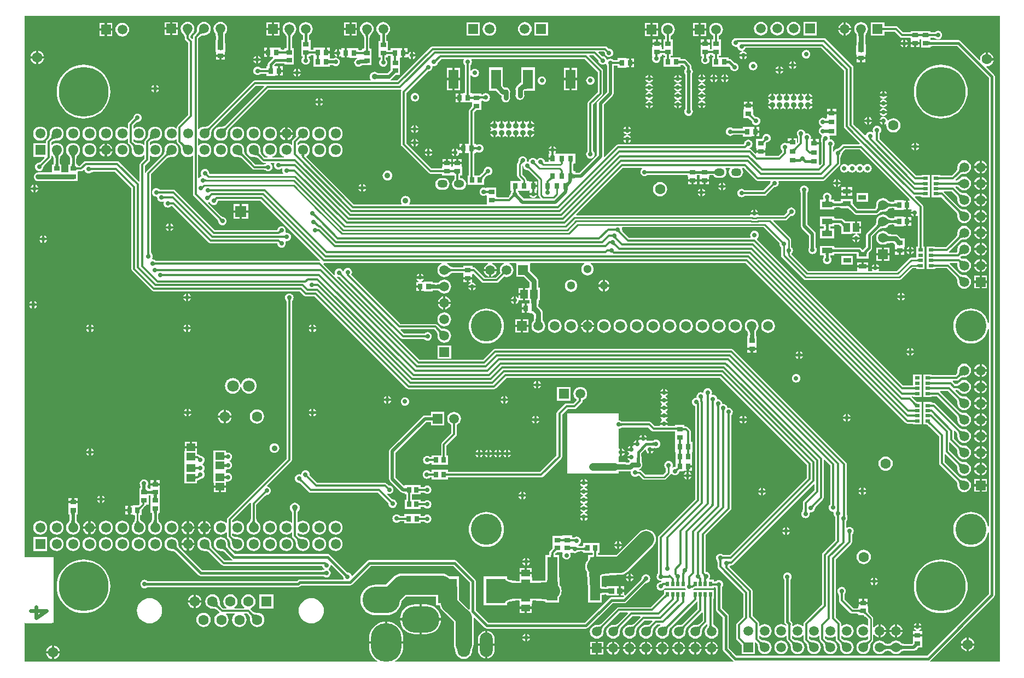
<source format=gbl>
G04*
G04 #@! TF.GenerationSoftware,Altium Limited,Altium Designer,19.0.10 (269)*
G04*
G04 Layer_Physical_Order=4*
G04 Layer_Color=16711680*
%FSLAX25Y25*%
%MOIN*%
G70*
G01*
G75*
%ADD10C,0.01000*%
%ADD12C,0.01575*%
%ADD15C,0.02362*%
%ADD18C,0.01181*%
%ADD20C,0.01378*%
%ADD22R,0.02953X0.03347*%
%ADD25R,0.03347X0.02756*%
%ADD26R,0.03543X0.02953*%
%ADD29R,0.03543X0.03150*%
%ADD47R,0.03347X0.02953*%
%ADD52R,0.03150X0.03543*%
%ADD54R,0.02756X0.03347*%
%ADD55R,0.05315X0.04528*%
%ADD114C,0.09843*%
%ADD115C,0.01968*%
%ADD116C,0.03937*%
%ADD117C,0.01772*%
%ADD119C,0.04724*%
%ADD122C,0.03150*%
%ADD123C,0.05906*%
%ADD125R,0.05906X0.05906*%
%ADD126C,0.05906*%
G04:AMPARAMS|DCode=127|XSize=228.35mil|YSize=161.42mil|CornerRadius=80.71mil|HoleSize=0mil|Usage=FLASHONLY|Rotation=0.000|XOffset=0mil|YOffset=0mil|HoleType=Round|Shape=RoundedRectangle|*
%AMROUNDEDRECTD127*
21,1,0.22835,0.00000,0,0,0.0*
21,1,0.06693,0.16142,0,0,0.0*
1,1,0.16142,0.03347,0.00000*
1,1,0.16142,-0.03347,0.00000*
1,1,0.16142,-0.03347,0.00000*
1,1,0.16142,0.03347,0.00000*
%
%ADD127ROUNDEDRECTD127*%
G04:AMPARAMS|DCode=128|XSize=188.98mil|YSize=236.22mil|CornerRadius=94.49mil|HoleSize=0mil|Usage=FLASHONLY|Rotation=0.000|XOffset=0mil|YOffset=0mil|HoleType=Round|Shape=RoundedRectangle|*
%AMROUNDEDRECTD128*
21,1,0.18898,0.04724,0,0,0.0*
21,1,0.00000,0.23622,0,0,0.0*
1,1,0.18898,0.00000,-0.02362*
1,1,0.18898,0.00000,-0.02362*
1,1,0.18898,0.00000,0.02362*
1,1,0.18898,0.00000,0.02362*
%
%ADD128ROUNDEDRECTD128*%
G04:AMPARAMS|DCode=129|XSize=161.42mil|YSize=228.35mil|CornerRadius=80.71mil|HoleSize=0mil|Usage=FLASHONLY|Rotation=270.000|XOffset=0mil|YOffset=0mil|HoleType=Round|Shape=RoundedRectangle|*
%AMROUNDEDRECTD129*
21,1,0.16142,0.06693,0,0,270.0*
21,1,0.00000,0.22835,0,0,270.0*
1,1,0.16142,-0.03347,0.00000*
1,1,0.16142,-0.03347,0.00000*
1,1,0.16142,0.03347,0.00000*
1,1,0.16142,0.03347,0.00000*
%
%ADD129ROUNDEDRECTD129*%
%ADD130C,0.06299*%
%ADD131R,0.05906X0.05906*%
%ADD132C,0.18898*%
%ADD133R,0.07087X0.07087*%
%ADD134C,0.07087*%
%ADD135R,0.06299X0.06299*%
%ADD136O,0.07874X0.14961*%
%ADD137C,0.05118*%
%ADD138O,0.06299X0.04724*%
G04:AMPARAMS|DCode=139|XSize=62.99mil|YSize=47.24mil|CornerRadius=23.62mil|HoleSize=0mil|Usage=FLASHONLY|Rotation=0.000|XOffset=0mil|YOffset=0mil|HoleType=Round|Shape=RoundedRectangle|*
%AMROUNDEDRECTD139*
21,1,0.06299,0.00000,0,0,0.0*
21,1,0.01575,0.04724,0,0,0.0*
1,1,0.04724,0.00787,0.00000*
1,1,0.04724,-0.00787,0.00000*
1,1,0.04724,-0.00787,0.00000*
1,1,0.04724,0.00787,0.00000*
%
%ADD139ROUNDEDRECTD139*%
%ADD140C,0.06102*%
%ADD141R,0.06102X0.06102*%
%ADD142C,0.30315*%
%ADD143C,0.02756*%
%ADD144C,0.03543*%
%ADD145C,0.02953*%
%ADD146C,0.03937*%
%ADD147R,0.11811X0.15000*%
%ADD148R,0.02953X0.03543*%
%ADD149R,0.03347X0.03543*%
%ADD150R,0.05315X0.04134*%
%ADD151R,0.03937X0.05315*%
%ADD152R,0.04528X0.05315*%
%ADD153R,0.04724X0.03150*%
%ADD154R,0.06102X0.03543*%
%ADD155R,0.05906X0.11811*%
%ADD156R,0.02756X0.01968*%
%ADD157R,0.01968X0.02756*%
%ADD158C,0.11811*%
%ADD159C,0.09449*%
G36*
X723571Y587683D02*
X723606Y587583D01*
X723666Y587494D01*
X723750Y587417D01*
X723857Y587352D01*
X723988Y587299D01*
X724143Y587258D01*
X724322Y587228D01*
X724525Y587211D01*
X724752Y587205D01*
Y586024D01*
X724525Y586018D01*
X724322Y586000D01*
X724143Y585970D01*
X723988Y585929D01*
X723857Y585876D01*
X723750Y585811D01*
X723666Y585734D01*
X723606Y585646D01*
X723571Y585545D01*
X723559Y585433D01*
Y587795D01*
X723571Y587683D01*
D02*
G37*
G36*
X756496Y581910D02*
X756419Y581981D01*
X756335Y582044D01*
X756244Y582100D01*
X756146Y582149D01*
X756041Y582190D01*
X755929Y582224D01*
X755809Y582250D01*
X755683Y582268D01*
X755549Y582280D01*
X755408Y582283D01*
Y583465D01*
X755549Y583468D01*
X755683Y583479D01*
X755809Y583498D01*
X755929Y583524D01*
X756041Y583558D01*
X756146Y583599D01*
X756244Y583648D01*
X756335Y583704D01*
X756419Y583768D01*
X756496Y583839D01*
Y581910D01*
D02*
G37*
G36*
X742052Y581693D02*
X742040Y581805D01*
X742004Y581906D01*
X741944Y581994D01*
X741861Y582071D01*
X741753Y582136D01*
X741622Y582189D01*
X741467Y582230D01*
X741288Y582260D01*
X741085Y582278D01*
X740859Y582283D01*
Y583465D01*
X741085Y583470D01*
X741288Y583488D01*
X741467Y583518D01*
X741622Y583559D01*
X741753Y583612D01*
X741861Y583677D01*
X741944Y583754D01*
X742004Y583843D01*
X742040Y583943D01*
X742052Y584055D01*
Y581693D01*
D02*
G37*
G36*
X751661Y583943D02*
X751697Y583843D01*
X751757Y583754D01*
X751840Y583677D01*
X751947Y583612D01*
X752079Y583559D01*
X752234Y583518D01*
X752413Y583488D01*
X752616Y583470D01*
X752842Y583465D01*
Y582283D01*
X752616Y582278D01*
X752413Y582260D01*
X752234Y582230D01*
X752079Y582189D01*
X751947Y582136D01*
X751840Y582071D01*
X751757Y581994D01*
X751697Y581906D01*
X751661Y581805D01*
X751649Y581693D01*
Y584055D01*
X751661Y583943D01*
D02*
G37*
G36*
X748351Y581693D02*
X748339Y581805D01*
X748303Y581906D01*
X748243Y581994D01*
X748160Y582071D01*
X748053Y582136D01*
X747921Y582189D01*
X747766Y582230D01*
X747587Y582260D01*
X747384Y582278D01*
X747158Y582283D01*
Y583465D01*
X747384Y583470D01*
X747587Y583488D01*
X747766Y583518D01*
X747921Y583559D01*
X748053Y583612D01*
X748160Y583677D01*
X748243Y583754D01*
X748303Y583843D01*
X748339Y583943D01*
X748351Y584055D01*
Y581693D01*
D02*
G37*
G36*
X745362Y583943D02*
X745398Y583843D01*
X745457Y583754D01*
X745541Y583677D01*
X745648Y583612D01*
X745780Y583559D01*
X745935Y583518D01*
X746114Y583488D01*
X746316Y583470D01*
X746543Y583465D01*
Y582283D01*
X746316Y582278D01*
X746114Y582260D01*
X745935Y582230D01*
X745780Y582189D01*
X745648Y582136D01*
X745541Y582071D01*
X745457Y581994D01*
X745398Y581906D01*
X745362Y581805D01*
X745350Y581693D01*
Y584055D01*
X745362Y583943D01*
D02*
G37*
G36*
X795276Y200787D02*
X752753D01*
X752601Y201287D01*
X752866Y201464D01*
X791646Y240244D01*
X792042Y240837D01*
X792181Y241535D01*
X792181Y508268D01*
Y557480D01*
X792042Y558179D01*
X791646Y558772D01*
X786911Y563507D01*
X787132Y563955D01*
X787361Y563925D01*
X788444Y564067D01*
X789453Y564486D01*
X790320Y565151D01*
X790985Y566017D01*
X791403Y567027D01*
X791455Y567421D01*
X787361D01*
Y568110D01*
X786672D01*
Y572205D01*
X786277Y572153D01*
X785268Y571735D01*
X784401Y571070D01*
X783736Y570203D01*
X783318Y569194D01*
X783175Y568110D01*
X783205Y567882D01*
X782757Y567661D01*
X771173Y579244D01*
X770581Y579640D01*
X769882Y579779D01*
X753811D01*
X753718Y579844D01*
X753707Y579846D01*
X753697Y579853D01*
X753478Y579896D01*
X753259Y579944D01*
X752988Y579949D01*
X752854Y579958D01*
Y581079D01*
X752874Y581080D01*
X753088Y581128D01*
X753303Y581171D01*
X753316Y581180D01*
X753332Y581183D01*
X753424Y581248D01*
X754827D01*
X754918Y581183D01*
X754934Y581180D01*
X754948Y581171D01*
X755163Y581128D01*
X755376Y581080D01*
X755483Y581077D01*
X755544Y581072D01*
X755592Y581065D01*
X755627Y581057D01*
X755648Y581051D01*
X755654Y581048D01*
X755679Y581025D01*
X755715Y581003D01*
X756190Y580639D01*
X756812Y580381D01*
X757480Y580293D01*
X758148Y580381D01*
X758771Y580639D01*
X759305Y581049D01*
X759716Y581583D01*
X759973Y582206D01*
X760061Y582874D01*
X759973Y583542D01*
X759716Y584165D01*
X759305Y584699D01*
X758771Y585109D01*
X758148Y585367D01*
X757480Y585455D01*
X756812Y585367D01*
X756190Y585109D01*
X755715Y584745D01*
X755679Y584723D01*
X755654Y584700D01*
X755648Y584697D01*
X755626Y584691D01*
X755592Y584683D01*
X755544Y584676D01*
X755483Y584671D01*
X755376Y584668D01*
X755163Y584620D01*
X754948Y584577D01*
X754934Y584568D01*
X754918Y584564D01*
X754827Y584500D01*
X753424D01*
X753332Y584565D01*
X753316Y584568D01*
X753303Y584577D01*
X753088Y584620D01*
X752874Y584668D01*
X752854Y584669D01*
Y585433D01*
X747146D01*
Y585335D01*
X746850Y585162D01*
X746555Y585335D01*
Y585433D01*
X740846D01*
Y584669D01*
X740827Y584668D01*
X740613Y584620D01*
X740398Y584577D01*
X740384Y584568D01*
X740369Y584565D01*
X740277Y584500D01*
X736303D01*
X733039Y587764D01*
X732512Y588116D01*
X731890Y588240D01*
X725333D01*
X725241Y588305D01*
X725226Y588308D01*
X725213Y588317D01*
X724997Y588360D01*
X724783Y588409D01*
X724764Y588409D01*
Y590748D01*
X716496D01*
Y582480D01*
X724764D01*
Y584819D01*
X724783Y584820D01*
X724997Y584868D01*
X725213Y584911D01*
X725226Y584920D01*
X725241Y584923D01*
X725333Y584988D01*
X731216D01*
X734480Y581725D01*
X735008Y581372D01*
X735630Y581248D01*
X740277D01*
X740369Y581183D01*
X740384Y581180D01*
X740398Y581171D01*
X740613Y581128D01*
X740827Y581080D01*
X740846Y581079D01*
Y580315D01*
X741028D01*
Y578642D01*
X743701D01*
X746374D01*
Y580315D01*
X746555D01*
Y580413D01*
X746850Y580585D01*
X747146Y580413D01*
Y575394D01*
X751605D01*
X751661Y575383D01*
X751717Y575394D01*
X752854D01*
Y575943D01*
X753004Y575956D01*
X753259Y575961D01*
X753478Y576009D01*
X753697Y576053D01*
X753707Y576059D01*
X753718Y576062D01*
X753811Y576126D01*
X769125D01*
X788528Y556724D01*
Y508268D01*
X788528Y407500D01*
X788028Y407441D01*
X787700Y408807D01*
X787060Y410353D01*
X786185Y411779D01*
X785099Y413052D01*
X783826Y414138D01*
X782400Y415012D01*
X780854Y415653D01*
X779227Y416043D01*
X777559Y416175D01*
X775891Y416043D01*
X774264Y415653D01*
X772718Y415012D01*
X771292Y414138D01*
X770019Y413052D01*
X768933Y411779D01*
X768058Y410353D01*
X767418Y408807D01*
X767028Y407180D01*
X766896Y405512D01*
X767028Y403844D01*
X767418Y402217D01*
X768058Y400671D01*
X768933Y399244D01*
X770019Y397972D01*
X771292Y396885D01*
X772718Y396011D01*
X774264Y395371D01*
X775891Y394980D01*
X777559Y394849D01*
X779227Y394980D01*
X780854Y395371D01*
X782400Y396011D01*
X783826Y396885D01*
X785099Y397972D01*
X786185Y399244D01*
X787060Y400671D01*
X787700Y402217D01*
X788028Y403583D01*
X788528Y403523D01*
X788528Y283484D01*
X788028Y283425D01*
X787700Y284791D01*
X787060Y286337D01*
X786185Y287764D01*
X785099Y289036D01*
X783826Y290122D01*
X782400Y290997D01*
X780854Y291637D01*
X779227Y292028D01*
X777559Y292159D01*
X775891Y292028D01*
X774264Y291637D01*
X772718Y290997D01*
X771292Y290122D01*
X770019Y289036D01*
X768933Y287764D01*
X768058Y286337D01*
X767418Y284791D01*
X767028Y283164D01*
X766896Y281496D01*
X767028Y279828D01*
X767418Y278201D01*
X768058Y276655D01*
X768933Y275229D01*
X770019Y273956D01*
X771292Y272870D01*
X772718Y271995D01*
X774264Y271355D01*
X775891Y270965D01*
X777559Y270833D01*
X779227Y270965D01*
X780854Y271355D01*
X782400Y271995D01*
X783826Y272870D01*
X785099Y273956D01*
X786185Y275229D01*
X787060Y276655D01*
X787700Y278201D01*
X788028Y279567D01*
X788528Y279508D01*
X788528Y242292D01*
X750818Y204582D01*
X634615D01*
X629976Y209221D01*
Y228760D01*
X629837Y229459D01*
X629441Y230051D01*
X625842Y233650D01*
Y245498D01*
X625904Y245586D01*
X625908Y245601D01*
X625916Y245613D01*
X625959Y245830D01*
X626007Y246045D01*
X626013Y246302D01*
X626026Y246447D01*
X626251Y246741D01*
X626509Y247363D01*
X626597Y248031D01*
X626509Y248699D01*
X626251Y249322D01*
X625841Y249857D01*
X625306Y250267D01*
X624684Y250525D01*
X624016Y250613D01*
X623348Y250525D01*
X622725Y250267D01*
X622250Y249902D01*
X622214Y249880D01*
X622189Y249857D01*
X622184Y249855D01*
X622162Y249849D01*
X622127Y249841D01*
X622080Y249834D01*
X622018Y249829D01*
X621912Y249826D01*
X621698Y249777D01*
X621529Y249744D01*
X621063Y249921D01*
Y250787D01*
X618304D01*
X618300Y250792D01*
X618089Y251287D01*
X618377Y251662D01*
X618635Y252285D01*
X618723Y252953D01*
X618635Y253621D01*
X618377Y254243D01*
X617967Y254778D01*
X617432Y255188D01*
X616810Y255446D01*
X616216Y255524D01*
X616175Y255534D01*
X616141Y255535D01*
X616136Y255538D01*
X616116Y255549D01*
X616086Y255567D01*
X616047Y255596D01*
X616000Y255636D01*
X615923Y255709D01*
X615799Y255787D01*
Y277870D01*
X631071Y293142D01*
X631423Y293669D01*
X631547Y294291D01*
Y351171D01*
X631746Y351325D01*
X632157Y351859D01*
X632414Y352482D01*
X632502Y353150D01*
X632414Y353818D01*
X632157Y354440D01*
X631746Y354975D01*
X631212Y355385D01*
X630589Y355643D01*
X629921Y355731D01*
X629636Y355693D01*
X629081Y356077D01*
X629068Y356180D01*
X628810Y356802D01*
X628400Y357337D01*
X627865Y357747D01*
X627243Y358005D01*
X626575Y358093D01*
X626433Y358074D01*
X625973Y358518D01*
X625918Y358936D01*
X625661Y359558D01*
X625250Y360093D01*
X624716Y360503D01*
X624093Y360761D01*
X623425Y360849D01*
X623077Y360803D01*
X622857Y361024D01*
X622769Y361692D01*
X622511Y362314D01*
X622101Y362849D01*
X621566Y363259D01*
X620944Y363517D01*
X620276Y363605D01*
X619936Y363560D01*
X619585Y364018D01*
X619698Y364293D01*
X619786Y364961D01*
X619698Y365629D01*
X619440Y366251D01*
X619030Y366786D01*
X618496Y367196D01*
X617873Y367454D01*
X617205Y367542D01*
X616537Y367454D01*
X615915Y367196D01*
X615380Y366786D01*
X614970Y366251D01*
X614712Y365629D01*
X614653Y365178D01*
X614530Y365064D01*
X614223Y364909D01*
X614128Y364896D01*
X613659Y365091D01*
X612991Y365179D01*
X612323Y365091D01*
X611700Y364833D01*
X611166Y364423D01*
X610756Y363888D01*
X610498Y363266D01*
X610410Y362598D01*
X610448Y362310D01*
X610250Y361864D01*
X610036Y361807D01*
X609568Y361745D01*
X608946Y361487D01*
X608411Y361077D01*
X608001Y360542D01*
X607743Y359920D01*
X607655Y359252D01*
X607743Y358584D01*
X608001Y357961D01*
X608411Y357427D01*
X608946Y357017D01*
X609568Y356759D01*
X609595Y356755D01*
Y299846D01*
X587433Y277685D01*
X587081Y277157D01*
X586957Y276535D01*
Y255410D01*
X586892Y255318D01*
X586889Y255302D01*
X586880Y255289D01*
X586837Y255073D01*
X586788Y254860D01*
X586786Y254753D01*
X586780Y254692D01*
X586773Y254644D01*
X586766Y254610D01*
X586759Y254588D01*
X586757Y254583D01*
X586734Y254557D01*
X586712Y254521D01*
X586347Y254047D01*
X586090Y253424D01*
X586002Y252756D01*
X586090Y252088D01*
X586347Y251465D01*
X586758Y250931D01*
X587292Y250521D01*
X587915Y250263D01*
X588583Y250175D01*
X588945Y250222D01*
X589082Y249759D01*
X588896Y249634D01*
X588708Y249513D01*
X588618Y249427D01*
X588583Y249431D01*
X587915Y249344D01*
X587292Y249086D01*
X586758Y248675D01*
X586347Y248141D01*
X586090Y247518D01*
X586002Y246850D01*
X586090Y246182D01*
X586347Y245560D01*
X586758Y245025D01*
X587292Y244615D01*
X587915Y244357D01*
X588583Y244269D01*
X589251Y244357D01*
X589873Y244615D01*
X590408Y245025D01*
X590818Y245560D01*
X590863Y245669D01*
X603460D01*
X603669Y245166D01*
X603805Y244988D01*
X603559Y244488D01*
X590551D01*
Y242452D01*
X590486Y242354D01*
X589895Y241653D01*
X589628Y241379D01*
X589623Y241371D01*
X589616Y241366D01*
X589496Y241175D01*
X589373Y240985D01*
X589371Y240976D01*
X589366Y240968D01*
X589348Y240860D01*
X582594Y234106D01*
X562913D01*
X562291Y233982D01*
X561764Y233630D01*
X552134Y224000D01*
X552061Y223990D01*
X552026Y223970D01*
X551987Y223962D01*
X551824Y223853D01*
X551654Y223755D01*
X551540Y223656D01*
X551462Y223602D01*
X551353Y223545D01*
X551209Y223486D01*
X551030Y223431D01*
X550814Y223381D01*
X550579Y223343D01*
X549945Y223294D01*
X549658Y223291D01*
X549567Y223303D01*
X548488Y223161D01*
X547482Y222745D01*
X546619Y222082D01*
X545956Y221219D01*
X545540Y220213D01*
X545397Y219134D01*
X545540Y218055D01*
X545956Y217049D01*
X546619Y216185D01*
X547482Y215523D01*
X548488Y215106D01*
X549567Y214964D01*
X550646Y215106D01*
X551652Y215523D01*
X552515Y216185D01*
X553178Y217049D01*
X553594Y218055D01*
X553736Y219134D01*
X553726Y219214D01*
X553746Y219858D01*
X553774Y220130D01*
X553814Y220381D01*
X553864Y220597D01*
X553919Y220776D01*
X553978Y220919D01*
X554035Y221029D01*
X554089Y221107D01*
X554188Y221221D01*
X554286Y221391D01*
X554396Y221554D01*
X554403Y221593D01*
X554423Y221628D01*
X554433Y221701D01*
X563587Y230855D01*
X568335D01*
X568527Y230393D01*
X562134Y224000D01*
X562061Y223990D01*
X562026Y223970D01*
X561987Y223962D01*
X561824Y223853D01*
X561654Y223755D01*
X561540Y223656D01*
X561462Y223602D01*
X561352Y223545D01*
X561209Y223486D01*
X561030Y223431D01*
X560814Y223381D01*
X560579Y223343D01*
X559945Y223294D01*
X559658Y223291D01*
X559567Y223303D01*
X558488Y223161D01*
X557482Y222745D01*
X556619Y222082D01*
X555956Y221219D01*
X555540Y220213D01*
X555397Y219134D01*
X555540Y218055D01*
X555956Y217049D01*
X556619Y216185D01*
X557482Y215523D01*
X558488Y215106D01*
X559567Y214964D01*
X560646Y215106D01*
X561652Y215523D01*
X562515Y216185D01*
X563178Y217049D01*
X563594Y218055D01*
X563736Y219134D01*
X563726Y219214D01*
X563746Y219858D01*
X563774Y220130D01*
X563814Y220381D01*
X563864Y220597D01*
X563919Y220776D01*
X563978Y220919D01*
X564035Y221029D01*
X564089Y221107D01*
X564188Y221221D01*
X564287Y221391D01*
X564396Y221554D01*
X564403Y221593D01*
X564423Y221628D01*
X564433Y221701D01*
X571225Y228492D01*
X575973D01*
X576164Y228030D01*
X572134Y224000D01*
X572061Y223990D01*
X572026Y223970D01*
X571987Y223962D01*
X571824Y223853D01*
X571654Y223755D01*
X571540Y223656D01*
X571462Y223602D01*
X571352Y223545D01*
X571209Y223486D01*
X571030Y223431D01*
X570814Y223381D01*
X570579Y223343D01*
X569945Y223294D01*
X569658Y223291D01*
X569567Y223303D01*
X568488Y223161D01*
X567482Y222745D01*
X566619Y222082D01*
X565956Y221219D01*
X565540Y220213D01*
X565397Y219134D01*
X565540Y218055D01*
X565956Y217049D01*
X566619Y216185D01*
X567482Y215523D01*
X568488Y215106D01*
X569567Y214964D01*
X570646Y215106D01*
X571652Y215523D01*
X572515Y216185D01*
X573178Y217049D01*
X573594Y218055D01*
X573736Y219134D01*
X573726Y219214D01*
X573746Y219858D01*
X573774Y220130D01*
X573814Y220381D01*
X573864Y220597D01*
X573919Y220776D01*
X573978Y220919D01*
X574035Y221029D01*
X574089Y221107D01*
X574188Y221221D01*
X574287Y221391D01*
X574396Y221554D01*
X574403Y221593D01*
X574423Y221628D01*
X574433Y221701D01*
X578665Y225933D01*
X583414D01*
X583605Y225471D01*
X582134Y224000D01*
X582061Y223990D01*
X582026Y223970D01*
X581987Y223962D01*
X581824Y223853D01*
X581654Y223755D01*
X581540Y223656D01*
X581462Y223602D01*
X581353Y223545D01*
X581209Y223486D01*
X581030Y223431D01*
X580814Y223381D01*
X580579Y223343D01*
X579945Y223294D01*
X579658Y223291D01*
X579567Y223303D01*
X578488Y223161D01*
X577482Y222745D01*
X576619Y222082D01*
X575956Y221219D01*
X575539Y220213D01*
X575397Y219134D01*
X575539Y218055D01*
X575956Y217049D01*
X576619Y216185D01*
X577482Y215523D01*
X578488Y215106D01*
X579567Y214964D01*
X580646Y215106D01*
X581652Y215523D01*
X582515Y216185D01*
X583178Y217049D01*
X583594Y218055D01*
X583736Y219134D01*
X583726Y219214D01*
X583746Y219858D01*
X583774Y220130D01*
X583814Y220381D01*
X583864Y220597D01*
X583919Y220776D01*
X583978Y220919D01*
X584035Y221029D01*
X584089Y221107D01*
X584188Y221221D01*
X584286Y221391D01*
X584396Y221554D01*
X584403Y221593D01*
X584423Y221628D01*
X584433Y221701D01*
X586303Y223571D01*
X588171D01*
X588270Y223071D01*
X587482Y222745D01*
X586619Y222082D01*
X585956Y221219D01*
X585539Y220213D01*
X585397Y219134D01*
X585539Y218055D01*
X585956Y217049D01*
X586619Y216185D01*
X587482Y215523D01*
X588488Y215106D01*
X589567Y214964D01*
X590646Y215106D01*
X591652Y215523D01*
X592515Y216185D01*
X593178Y217049D01*
X593594Y218055D01*
X593736Y219134D01*
X593726Y219214D01*
X593746Y219858D01*
X593774Y220130D01*
X593814Y220381D01*
X593864Y220597D01*
X593919Y220776D01*
X593978Y220919D01*
X594035Y221029D01*
X594089Y221107D01*
X594188Y221221D01*
X594286Y221391D01*
X594396Y221554D01*
X594403Y221593D01*
X594423Y221628D01*
X594433Y221701D01*
X610473Y237740D01*
X610968Y237564D01*
X610973Y237561D01*
Y232839D01*
X602134Y224000D01*
X602061Y223990D01*
X602026Y223970D01*
X601987Y223962D01*
X601824Y223853D01*
X601654Y223755D01*
X601540Y223656D01*
X601462Y223602D01*
X601353Y223545D01*
X601209Y223486D01*
X601030Y223431D01*
X600814Y223381D01*
X600579Y223343D01*
X599945Y223294D01*
X599658Y223291D01*
X599567Y223303D01*
X598488Y223161D01*
X597482Y222745D01*
X596619Y222082D01*
X595956Y221219D01*
X595540Y220213D01*
X595397Y219134D01*
X595540Y218055D01*
X595956Y217049D01*
X596619Y216185D01*
X597482Y215523D01*
X598488Y215106D01*
X599567Y214964D01*
X600646Y215106D01*
X601652Y215523D01*
X602515Y216185D01*
X603178Y217049D01*
X603594Y218055D01*
X603736Y219134D01*
X603726Y219214D01*
X603746Y219858D01*
X603774Y220130D01*
X603814Y220381D01*
X603864Y220597D01*
X603919Y220776D01*
X603978Y220919D01*
X604035Y221029D01*
X604089Y221107D01*
X604188Y221221D01*
X604286Y221391D01*
X604396Y221554D01*
X604403Y221593D01*
X604423Y221628D01*
X604433Y221701D01*
X613622Y230890D01*
X614118Y230714D01*
X614122Y230710D01*
Y225988D01*
X612134Y224000D01*
X612061Y223990D01*
X612026Y223970D01*
X611987Y223962D01*
X611824Y223853D01*
X611654Y223755D01*
X611540Y223656D01*
X611462Y223602D01*
X611352Y223545D01*
X611209Y223486D01*
X611030Y223431D01*
X610814Y223381D01*
X610579Y223343D01*
X609945Y223294D01*
X609658Y223291D01*
X609567Y223303D01*
X608488Y223161D01*
X607482Y222745D01*
X606619Y222082D01*
X605956Y221219D01*
X605540Y220213D01*
X605397Y219134D01*
X605540Y218055D01*
X605956Y217049D01*
X606619Y216185D01*
X607482Y215523D01*
X608488Y215106D01*
X609567Y214964D01*
X610646Y215106D01*
X611652Y215523D01*
X612515Y216185D01*
X613178Y217049D01*
X613594Y218055D01*
X613736Y219134D01*
X613726Y219214D01*
X613746Y219858D01*
X613774Y220130D01*
X613814Y220381D01*
X613864Y220597D01*
X613919Y220776D01*
X613978Y220919D01*
X614035Y221029D01*
X614089Y221107D01*
X614188Y221221D01*
X614287Y221391D01*
X614396Y221554D01*
X614403Y221593D01*
X614423Y221628D01*
X614433Y221701D01*
X616594Y223861D01*
X616661Y223844D01*
X617003Y223696D01*
X617035Y223264D01*
X616886Y222862D01*
X616787Y222646D01*
X616270Y221704D01*
X616053Y221356D01*
X616053Y221356D01*
X616053Y221356D01*
X616053Y221354D01*
X616046Y221335D01*
X615956Y221219D01*
X615540Y220213D01*
X615397Y219134D01*
X615540Y218055D01*
X615956Y217049D01*
X616619Y216185D01*
X617482Y215523D01*
X618488Y215106D01*
X619567Y214964D01*
X620646Y215106D01*
X621652Y215523D01*
X622515Y216185D01*
X623178Y217049D01*
X623594Y218055D01*
X623736Y219134D01*
X623594Y220213D01*
X623178Y221219D01*
X622515Y222082D01*
X621771Y222653D01*
X621757Y222667D01*
X621734Y222682D01*
X621652Y222745D01*
X621610Y222762D01*
X621483Y222845D01*
X621273Y223000D01*
X621102Y223147D01*
X620967Y223285D01*
X620865Y223409D01*
X620793Y223519D01*
X620746Y223615D01*
X620716Y223699D01*
X620701Y223777D01*
X620690Y223938D01*
X620663Y224035D01*
X620660Y224136D01*
X620603Y224260D01*
X620568Y224391D01*
X620523Y224449D01*
Y238798D01*
X620583Y238882D01*
X620589Y238903D01*
X620601Y238921D01*
X620643Y239131D01*
X620692Y239339D01*
X620693Y239370D01*
X621063D01*
Y240507D01*
X621074Y240563D01*
X621063Y240619D01*
Y244488D01*
X608530D01*
X608509Y244528D01*
X608411Y244988D01*
X608496Y245046D01*
X608688Y245174D01*
X608690Y245178D01*
X608694Y245180D01*
X608801Y245343D01*
X608986Y245466D01*
X609189Y245669D01*
X619728D01*
X619741Y245665D01*
X619789Y245669D01*
X619819D01*
X619876Y245658D01*
X619931Y245669D01*
X621063D01*
Y246142D01*
X621529Y246319D01*
X621698Y246286D01*
X621912Y246237D01*
X622018Y246234D01*
X622019Y246234D01*
X622023Y246179D01*
X622024Y246060D01*
X622071Y245837D01*
X622116Y245613D01*
X622120Y245607D01*
X622121Y245600D01*
X622189Y245501D01*
Y232894D01*
X622328Y232195D01*
X622724Y231602D01*
X626323Y228003D01*
Y208465D01*
X626462Y207766D01*
X626858Y207173D01*
X632567Y201464D01*
X632832Y201287D01*
X632680Y200787D01*
X426795D01*
X426654Y201287D01*
X427421Y201757D01*
X428671Y202825D01*
X429739Y204076D01*
X430599Y205478D01*
X431228Y206997D01*
X431612Y208597D01*
X431741Y210236D01*
Y211910D01*
X410779D01*
Y210236D01*
X410908Y208597D01*
X411292Y206997D01*
X411921Y205478D01*
X412780Y204076D01*
X413849Y202825D01*
X415099Y201757D01*
X415865Y201287D01*
X415724Y200787D01*
X200787D01*
Y264264D01*
X200787D01*
X200787Y224488D01*
X201358D01*
Y224193D01*
X217537D01*
Y224488D01*
X218504D01*
X218504Y264764D01*
X201287D01*
X200787Y264764D01*
X200787Y265264D01*
Y594488D01*
X795276D01*
Y200787D01*
D02*
G37*
G36*
X751677Y579209D02*
X751724Y579110D01*
X751803Y579024D01*
X751913Y578948D01*
X752055Y578885D01*
X752228Y578833D01*
X752433Y578792D01*
X752669Y578763D01*
X752937Y578746D01*
X753236Y578740D01*
Y577165D01*
X752937Y577160D01*
X752433Y577113D01*
X752228Y577073D01*
X752055Y577021D01*
X751913Y576957D01*
X751803Y576882D01*
X751724Y576795D01*
X751677Y576697D01*
X751661Y576587D01*
Y579319D01*
X751677Y579209D01*
D02*
G37*
G36*
X618099Y363900D02*
X618035Y363816D01*
X617979Y363725D01*
X617930Y363627D01*
X617889Y363521D01*
X617856Y363409D01*
X617829Y363290D01*
X617811Y363163D01*
X617799Y363030D01*
X617796Y362889D01*
X616615D01*
X616611Y363030D01*
X616600Y363163D01*
X616581Y363290D01*
X616555Y363409D01*
X616521Y363521D01*
X616480Y363627D01*
X616431Y363725D01*
X616375Y363816D01*
X616312Y363900D01*
X616241Y363977D01*
X618170D01*
X618099Y363900D01*
D02*
G37*
G36*
X614097Y361764D02*
X614052Y361673D01*
X614012Y361575D01*
X613978Y361472D01*
X613949Y361362D01*
X613925Y361246D01*
X613893Y360996D01*
X613885Y360861D01*
X613883Y360720D01*
X612702Y360424D01*
X612697Y360565D01*
X612684Y360698D01*
X612662Y360821D01*
X612632Y360935D01*
X612593Y361040D01*
X612544Y361136D01*
X612488Y361223D01*
X612422Y361300D01*
X612348Y361368D01*
X612265Y361426D01*
X614147Y361848D01*
X614097Y361764D01*
D02*
G37*
G36*
X621169Y359963D02*
X621105Y359879D01*
X621049Y359788D01*
X621001Y359690D01*
X620960Y359584D01*
X620926Y359472D01*
X620900Y359353D01*
X620881Y359226D01*
X620870Y359092D01*
X620866Y358952D01*
X619685D01*
X619681Y359092D01*
X619670Y359226D01*
X619651Y359353D01*
X619625Y359472D01*
X619592Y359584D01*
X619550Y359690D01*
X619502Y359788D01*
X619446Y359879D01*
X619382Y359963D01*
X619311Y360040D01*
X621240D01*
X621169Y359963D01*
D02*
G37*
G36*
X624319Y357207D02*
X624255Y357123D01*
X624199Y357032D01*
X624150Y356934D01*
X624109Y356828D01*
X624076Y356716D01*
X624049Y356597D01*
X624031Y356470D01*
X624019Y356337D01*
X624016Y356196D01*
X622835D01*
X622831Y356337D01*
X622820Y356470D01*
X622801Y356597D01*
X622775Y356716D01*
X622741Y356828D01*
X622700Y356934D01*
X622651Y357032D01*
X622595Y357123D01*
X622532Y357207D01*
X622461Y357284D01*
X624390D01*
X624319Y357207D01*
D02*
G37*
G36*
X627468Y354451D02*
X627405Y354367D01*
X627349Y354276D01*
X627300Y354178D01*
X627259Y354072D01*
X627225Y353960D01*
X627199Y353841D01*
X627180Y353714D01*
X627169Y353581D01*
X627165Y353440D01*
X625984D01*
X625981Y353581D01*
X625969Y353714D01*
X625951Y353841D01*
X625924Y353960D01*
X625891Y354072D01*
X625850Y354178D01*
X625801Y354276D01*
X625745Y354367D01*
X625681Y354451D01*
X625610Y354528D01*
X627539D01*
X627468Y354451D01*
D02*
G37*
G36*
X593311Y259411D02*
X593322Y259278D01*
X593341Y259151D01*
X593367Y259032D01*
X593401Y258920D01*
X593442Y258814D01*
X593490Y258716D01*
X593546Y258625D01*
X593610Y258541D01*
X593681Y258464D01*
X591752D01*
X591823Y258541D01*
X591887Y258625D01*
X591943Y258716D01*
X591991Y258814D01*
X592032Y258920D01*
X592066Y259032D01*
X592092Y259151D01*
X592111Y259278D01*
X592122Y259411D01*
X592126Y259552D01*
X593307D01*
X593311Y259411D01*
D02*
G37*
G36*
X603422Y255342D02*
X603347Y255322D01*
X603280Y255292D01*
X603222Y255253D01*
X603171Y255204D01*
X603127Y255146D01*
X603092Y255079D01*
X603065Y255002D01*
X603045Y254916D01*
X603033Y254820D01*
X603029Y254715D01*
X601848D01*
X601834Y256284D01*
X603422Y255342D01*
D02*
G37*
G36*
X611815Y254884D02*
X611826Y254750D01*
X611845Y254624D01*
X611871Y254504D01*
X611904Y254392D01*
X611946Y254287D01*
X611994Y254189D01*
X612050Y254098D01*
X612114Y254014D01*
X612185Y253937D01*
X610256D01*
X610327Y254014D01*
X610391Y254098D01*
X610447Y254189D01*
X610495Y254287D01*
X610536Y254392D01*
X610570Y254504D01*
X610596Y254624D01*
X610615Y254750D01*
X610626Y254884D01*
X610630Y255025D01*
X611811D01*
X611815Y254884D01*
D02*
G37*
G36*
X589177Y254687D02*
X589188Y254553D01*
X589207Y254427D01*
X589233Y254308D01*
X589267Y254195D01*
X589308Y254090D01*
X589357Y253992D01*
X589413Y253901D01*
X589476Y253817D01*
X589547Y253740D01*
X587618D01*
X587689Y253817D01*
X587753Y253901D01*
X587809Y253992D01*
X587857Y254090D01*
X587899Y254195D01*
X587932Y254308D01*
X587958Y254427D01*
X587977Y254553D01*
X587988Y254687D01*
X587992Y254828D01*
X589173D01*
X589177Y254687D01*
D02*
G37*
G36*
X597967Y254721D02*
X598256Y254476D01*
X598339Y254419D01*
X598417Y254373D01*
X598488Y254340D01*
X598553Y254318D01*
X598612Y254308D01*
X598665Y254311D01*
X597540Y253186D01*
X597542Y253238D01*
X597532Y253297D01*
X597511Y253362D01*
X597477Y253433D01*
X597432Y253511D01*
X597374Y253595D01*
X597304Y253685D01*
X597129Y253883D01*
X597023Y253992D01*
X597858Y254827D01*
X597967Y254721D01*
D02*
G37*
G36*
X615197Y254738D02*
X615299Y254652D01*
X615402Y254576D01*
X615505Y254510D01*
X615608Y254454D01*
X615711Y254409D01*
X615815Y254374D01*
X615919Y254349D01*
X616023Y254335D01*
X616128Y254331D01*
X614764Y252966D01*
X614760Y253071D01*
X614745Y253175D01*
X614721Y253279D01*
X614686Y253383D01*
X614640Y253487D01*
X614585Y253590D01*
X614519Y253693D01*
X614442Y253796D01*
X614356Y253898D01*
X614259Y254000D01*
X615094Y254835D01*
X615197Y254738D01*
D02*
G37*
G36*
X589644Y253649D02*
X589728Y253586D01*
X589819Y253530D01*
X589917Y253481D01*
X590022Y253440D01*
X590134Y253406D01*
X590254Y253380D01*
X590380Y253361D01*
X590514Y253350D01*
X590654Y253346D01*
Y252165D01*
X590514Y252162D01*
X590380Y252150D01*
X590254Y252132D01*
X590134Y252105D01*
X590022Y252072D01*
X589917Y252031D01*
X589819Y251982D01*
X589728Y251926D01*
X589644Y251862D01*
X589567Y251791D01*
Y253720D01*
X589644Y253649D01*
D02*
G37*
G36*
X612545Y252550D02*
X612556Y252521D01*
X612577Y252484D01*
X612608Y252438D01*
X612650Y252385D01*
X612765Y252253D01*
X613016Y251992D01*
X612181Y251157D01*
X612086Y251251D01*
X611689Y251596D01*
X611652Y251618D01*
X611623Y251628D01*
X611603Y251629D01*
X612544Y252571D01*
X612545Y252550D01*
D02*
G37*
G36*
X599879Y251973D02*
X599822Y251885D01*
X599771Y251790D01*
X599727Y251689D01*
X599690Y251581D01*
X599660Y251467D01*
X599637Y251346D01*
X599620Y251219D01*
X599610Y251085D01*
X599606Y250944D01*
X598425Y250832D01*
X598421Y250973D01*
X598409Y251106D01*
X598389Y251231D01*
X598360Y251349D01*
X598324Y251459D01*
X598280Y251560D01*
X598227Y251654D01*
X598167Y251741D01*
X598098Y251819D01*
X598021Y251890D01*
X599943Y252055D01*
X599879Y251973D01*
D02*
G37*
G36*
X616785Y251734D02*
X616700Y251682D01*
X616624Y251620D01*
X616557Y251548D01*
X616499Y251466D01*
X616450Y251373D01*
X616410Y251271D01*
X616379Y251159D01*
X616356Y251037D01*
X616343Y250904D01*
X616339Y250767D01*
X616342Y250551D01*
X616373Y250173D01*
X616400Y250020D01*
X616434Y249890D01*
X616476Y249783D01*
X616526Y249701D01*
X616583Y249641D01*
X616648Y249606D01*
X616720Y249594D01*
X614776D01*
X614848Y249606D01*
X614913Y249641D01*
X614970Y249701D01*
X615020Y249783D01*
X615062Y249890D01*
X615096Y250020D01*
X615123Y250173D01*
X615142Y250350D01*
X615158Y250775D01*
X616299D01*
X615158Y251162D01*
X615155Y251303D01*
X615122Y251689D01*
X615102Y251805D01*
X615049Y252016D01*
X615016Y252113D01*
X614978Y252202D01*
X614936Y252285D01*
X616785Y251734D01*
D02*
G37*
G36*
X613193Y250551D02*
X613223Y250173D01*
X613250Y250020D01*
X613284Y249890D01*
X613326Y249783D01*
X613376Y249701D01*
X613433Y249641D01*
X613498Y249606D01*
X613571Y249594D01*
X611626D01*
X611699Y249606D01*
X611764Y249641D01*
X611821Y249701D01*
X611870Y249783D01*
X611912Y249890D01*
X611947Y250020D01*
X611973Y250173D01*
X611993Y250350D01*
X612008Y250775D01*
X613189D01*
X613193Y250551D01*
D02*
G37*
G36*
X602760D02*
X602790Y250173D01*
X602817Y250020D01*
X602851Y249890D01*
X602893Y249783D01*
X602943Y249701D01*
X603000Y249641D01*
X603065Y249606D01*
X603138Y249594D01*
X601193D01*
X601266Y249606D01*
X601331Y249641D01*
X601388Y249701D01*
X601437Y249783D01*
X601479Y249890D01*
X601514Y250020D01*
X601540Y250173D01*
X601559Y250350D01*
X601575Y250775D01*
X602756D01*
X602760Y250551D01*
D02*
G37*
G36*
X599610D02*
X599641Y250173D01*
X599667Y250020D01*
X599702Y249890D01*
X599744Y249783D01*
X599793Y249701D01*
X599851Y249641D01*
X599916Y249606D01*
X599988Y249594D01*
X598043D01*
X598116Y249606D01*
X598181Y249641D01*
X598238Y249701D01*
X598288Y249783D01*
X598330Y249890D01*
X598364Y250020D01*
X598391Y250173D01*
X598410Y250350D01*
X598425Y250775D01*
X599606D01*
X599610Y250551D01*
D02*
G37*
G36*
X596460D02*
X596491Y250173D01*
X596518Y250020D01*
X596552Y249890D01*
X596594Y249783D01*
X596644Y249701D01*
X596701Y249641D01*
X596766Y249606D01*
X596838Y249594D01*
X594894D01*
X594966Y249606D01*
X595031Y249641D01*
X595089Y249701D01*
X595138Y249783D01*
X595180Y249890D01*
X595215Y250020D01*
X595241Y250173D01*
X595260Y250350D01*
X595276Y250775D01*
X596457D01*
X596460Y250551D01*
D02*
G37*
G36*
X606499Y248387D02*
X606510Y248254D01*
X606529Y248127D01*
X606555Y248008D01*
X606588Y247896D01*
X606630Y247790D01*
X606678Y247692D01*
X606734Y247601D01*
X606798Y247517D01*
X606869Y247440D01*
X604940D01*
X605011Y247517D01*
X605074Y247601D01*
X605130Y247692D01*
X605179Y247790D01*
X605220Y247896D01*
X605254Y248008D01*
X605280Y248127D01*
X605299Y248254D01*
X605310Y248387D01*
X605314Y248528D01*
X606495D01*
X606499Y248387D01*
D02*
G37*
G36*
X590378Y247811D02*
X590284Y247716D01*
X589939Y247319D01*
X589918Y247282D01*
X589907Y247253D01*
X589907Y247233D01*
X588965Y248174D01*
X588985Y248175D01*
X589014Y248185D01*
X589052Y248207D01*
X589097Y248238D01*
X589151Y248280D01*
X589283Y248395D01*
X589543Y248646D01*
X590378Y247811D01*
D02*
G37*
G36*
X623032Y247067D02*
X622955Y247138D01*
X622871Y247202D01*
X622780Y247258D01*
X622682Y247306D01*
X622577Y247347D01*
X622464Y247381D01*
X622345Y247407D01*
X622218Y247426D01*
X622085Y247437D01*
X621944Y247441D01*
Y248622D01*
X622085Y248626D01*
X622218Y248637D01*
X622345Y248656D01*
X622464Y248682D01*
X622577Y248715D01*
X622682Y248757D01*
X622780Y248805D01*
X622871Y248861D01*
X622955Y248925D01*
X623032Y248996D01*
Y247067D01*
D02*
G37*
G36*
X591756Y247047D02*
X591744Y247160D01*
X591709Y247260D01*
X591649Y247348D01*
X591565Y247425D01*
X591458Y247490D01*
X591327Y247543D01*
X591172Y247585D01*
X590993Y247614D01*
X590790Y247632D01*
X590563Y247638D01*
Y248819D01*
X590790Y248825D01*
X590993Y248843D01*
X591172Y248872D01*
X591327Y248913D01*
X591458Y248967D01*
X591565Y249031D01*
X591649Y249108D01*
X591709Y249197D01*
X591744Y249297D01*
X591756Y249410D01*
Y247047D01*
D02*
G37*
G36*
X619870Y249100D02*
X619907Y249000D01*
X619967Y248911D01*
X620050Y248835D01*
X620158Y248770D01*
X620289Y248716D01*
X620444Y248675D01*
X620622Y248646D01*
X620825Y248628D01*
X621051Y248622D01*
Y247441D01*
X620827Y247435D01*
X620626Y247418D01*
X620449Y247389D01*
X620295Y247348D01*
X620165Y247296D01*
X620059Y247233D01*
X619976Y247158D01*
X619917Y247071D01*
X619882Y246972D01*
X619870Y246862D01*
X619858Y249213D01*
X619870Y249100D01*
D02*
G37*
G36*
X624947Y247006D02*
X624917Y246953D01*
X624890Y246887D01*
X624867Y246808D01*
X624847Y246717D01*
X624831Y246614D01*
X624810Y246369D01*
X624803Y246074D01*
X623228D01*
X623227Y246228D01*
X623200Y246614D01*
X623184Y246717D01*
X623165Y246808D01*
X623141Y246887D01*
X623115Y246953D01*
X623085Y247006D01*
X623051Y247047D01*
X624980D01*
X624947Y247006D01*
D02*
G37*
G36*
X607044Y247241D02*
X607073Y247234D01*
X607116Y247228D01*
X607247Y247217D01*
X607689Y247207D01*
X607836Y247207D01*
Y246025D01*
X607718Y246025D01*
X607304Y245996D01*
X607256Y245985D01*
X607220Y245973D01*
X607196Y245959D01*
X607183Y245944D01*
X607031Y247250D01*
X607044Y247241D01*
D02*
G37*
G36*
X593021Y240575D02*
X592948Y240658D01*
X592854Y240704D01*
X592739Y240713D01*
X592603Y240684D01*
X592446Y240618D01*
X592269Y240515D01*
X592071Y240374D01*
X591852Y240196D01*
X591351Y239728D01*
X590491Y240539D01*
X590788Y240844D01*
X591452Y241631D01*
X591597Y241851D01*
X591705Y242049D01*
X591774Y242225D01*
X591806Y242381D01*
X591800Y242515D01*
X591756Y242627D01*
X593021Y240575D01*
D02*
G37*
G36*
X619797Y240551D02*
X619733Y240516D01*
X619675Y240457D01*
X619626Y240374D01*
X619584Y240268D01*
X619549Y240138D01*
X619522Y239984D01*
X619503Y239807D01*
X619488Y239382D01*
X618307D01*
X618303Y239606D01*
X618273Y239984D01*
X618246Y240138D01*
X618212Y240268D01*
X618170Y240374D01*
X618120Y240457D01*
X618063Y240516D01*
X617998Y240551D01*
X617925Y240563D01*
X619870D01*
X619797Y240551D01*
D02*
G37*
G36*
X616648D02*
X616583Y240516D01*
X616526Y240457D01*
X616476Y240374D01*
X616434Y240268D01*
X616400Y240138D01*
X616373Y239984D01*
X616354Y239807D01*
X616339Y239382D01*
X615158D01*
X615154Y239606D01*
X615123Y239984D01*
X615096Y240138D01*
X615062Y240268D01*
X615020Y240374D01*
X614970Y240457D01*
X614913Y240516D01*
X614848Y240551D01*
X614776Y240563D01*
X616720D01*
X616648Y240551D01*
D02*
G37*
G36*
X613498D02*
X613433Y240516D01*
X613376Y240457D01*
X613326Y240374D01*
X613284Y240268D01*
X613250Y240138D01*
X613223Y239984D01*
X613204Y239807D01*
X613189Y239382D01*
X612008D01*
X612004Y239606D01*
X611973Y239984D01*
X611947Y240138D01*
X611912Y240268D01*
X611870Y240374D01*
X611821Y240457D01*
X611764Y240516D01*
X611699Y240551D01*
X611626Y240563D01*
X613571D01*
X613498Y240551D01*
D02*
G37*
G36*
X610349D02*
X610284Y240516D01*
X610226Y240457D01*
X610177Y240374D01*
X610135Y240268D01*
X610100Y240138D01*
X610074Y239984D01*
X610055Y239807D01*
X610039Y239382D01*
X608858D01*
X608854Y239606D01*
X608824Y239984D01*
X608797Y240138D01*
X608763Y240268D01*
X608721Y240374D01*
X608671Y240457D01*
X608614Y240516D01*
X608549Y240551D01*
X608477Y240563D01*
X610421D01*
X610349Y240551D01*
D02*
G37*
G36*
X603065D02*
X603000Y240516D01*
X602943Y240457D01*
X602893Y240374D01*
X602851Y240268D01*
X602817Y240138D01*
X602790Y239984D01*
X602771Y239807D01*
X602756Y239382D01*
X601575D01*
X601571Y239606D01*
X601540Y239984D01*
X601514Y240138D01*
X601479Y240268D01*
X601437Y240374D01*
X601388Y240457D01*
X601331Y240516D01*
X601266Y240551D01*
X601193Y240563D01*
X603138D01*
X603065Y240551D01*
D02*
G37*
G36*
X599916D02*
X599851Y240516D01*
X599793Y240457D01*
X599744Y240374D01*
X599702Y240268D01*
X599667Y240138D01*
X599641Y239984D01*
X599622Y239807D01*
X599606Y239382D01*
X598425D01*
X598421Y239606D01*
X598391Y239984D01*
X598364Y240138D01*
X598330Y240268D01*
X598288Y240374D01*
X598238Y240457D01*
X598181Y240516D01*
X598116Y240551D01*
X598043Y240563D01*
X599988D01*
X599916Y240551D01*
D02*
G37*
G36*
X596766D02*
X596701Y240516D01*
X596644Y240457D01*
X596594Y240374D01*
X596552Y240268D01*
X596518Y240138D01*
X596491Y239984D01*
X596472Y239807D01*
X596457Y239382D01*
X595276D01*
X595272Y239606D01*
X595241Y239984D01*
X595215Y240138D01*
X595180Y240268D01*
X595138Y240374D01*
X595089Y240457D01*
X595031Y240516D01*
X594966Y240551D01*
X594894Y240563D01*
X596838D01*
X596766Y240551D01*
D02*
G37*
G36*
X619504Y223616D02*
X619553Y223379D01*
X619633Y223147D01*
X619746Y222920D01*
X619892Y222698D01*
X620069Y222480D01*
X620279Y222267D01*
X620521Y222059D01*
X620795Y221855D01*
X621102Y221656D01*
X617076Y220719D01*
X617310Y221096D01*
X617864Y222105D01*
X617999Y222401D01*
X618196Y222932D01*
X618258Y223167D01*
X618295Y223381D01*
X618307Y223576D01*
X619488Y223857D01*
X619504Y223616D01*
D02*
G37*
G36*
X613283Y222015D02*
X613134Y221845D01*
X613001Y221650D01*
X612885Y221429D01*
X612784Y221182D01*
X612700Y220910D01*
X612632Y220612D01*
X612580Y220288D01*
X612543Y219939D01*
X612520Y219163D01*
X609596Y222087D01*
X609997Y222090D01*
X610721Y222147D01*
X611045Y222199D01*
X611343Y222267D01*
X611615Y222351D01*
X611862Y222452D01*
X612083Y222568D01*
X612278Y222701D01*
X612448Y222850D01*
X613283Y222015D01*
D02*
G37*
G36*
X603283D02*
X603134Y221845D01*
X603001Y221650D01*
X602885Y221429D01*
X602784Y221182D01*
X602700Y220910D01*
X602632Y220612D01*
X602580Y220288D01*
X602543Y219939D01*
X602520Y219163D01*
X599597Y222087D01*
X599997Y222090D01*
X600721Y222147D01*
X601045Y222199D01*
X601343Y222267D01*
X601615Y222351D01*
X601862Y222452D01*
X602083Y222568D01*
X602278Y222701D01*
X602448Y222850D01*
X603283Y222015D01*
D02*
G37*
G36*
X593283D02*
X593134Y221845D01*
X593002Y221650D01*
X592885Y221429D01*
X592785Y221182D01*
X592700Y220910D01*
X592632Y220612D01*
X592580Y220288D01*
X592544Y219939D01*
X592520Y219163D01*
X589597Y222087D01*
X589997Y222090D01*
X590721Y222147D01*
X591045Y222199D01*
X591343Y222267D01*
X591615Y222351D01*
X591862Y222452D01*
X592083Y222568D01*
X592278Y222701D01*
X592448Y222850D01*
X593283Y222015D01*
D02*
G37*
G36*
X583283D02*
X583134Y221845D01*
X583002Y221650D01*
X582885Y221429D01*
X582785Y221182D01*
X582700Y220910D01*
X582632Y220612D01*
X582580Y220288D01*
X582544Y219939D01*
X582519Y219163D01*
X579597Y222087D01*
X579997Y222090D01*
X580721Y222147D01*
X581045Y222199D01*
X581343Y222267D01*
X581615Y222351D01*
X581862Y222452D01*
X582083Y222568D01*
X582278Y222701D01*
X582448Y222850D01*
X583283Y222015D01*
D02*
G37*
G36*
X573283D02*
X573134Y221845D01*
X573001Y221650D01*
X572885Y221429D01*
X572785Y221182D01*
X572700Y220910D01*
X572632Y220612D01*
X572580Y220288D01*
X572543Y219939D01*
X572519Y219163D01*
X569596Y222087D01*
X569997Y222090D01*
X570721Y222147D01*
X571045Y222199D01*
X571343Y222267D01*
X571615Y222351D01*
X571862Y222452D01*
X572083Y222568D01*
X572278Y222701D01*
X572448Y222850D01*
X573283Y222015D01*
D02*
G37*
G36*
X563283D02*
X563134Y221845D01*
X563001Y221650D01*
X562885Y221429D01*
X562784Y221182D01*
X562700Y220910D01*
X562632Y220612D01*
X562580Y220288D01*
X562543Y219939D01*
X562520Y219163D01*
X559596Y222087D01*
X559997Y222090D01*
X560721Y222147D01*
X561045Y222199D01*
X561343Y222267D01*
X561615Y222351D01*
X561862Y222452D01*
X562083Y222568D01*
X562278Y222701D01*
X562448Y222850D01*
X563283Y222015D01*
D02*
G37*
G36*
X553283D02*
X553134Y221845D01*
X553001Y221650D01*
X552885Y221429D01*
X552784Y221182D01*
X552700Y220910D01*
X552632Y220612D01*
X552580Y220288D01*
X552543Y219939D01*
X552520Y219163D01*
X549597Y222087D01*
X549997Y222090D01*
X550721Y222147D01*
X551045Y222199D01*
X551343Y222267D01*
X551615Y222351D01*
X551862Y222452D01*
X552083Y222568D01*
X552278Y222701D01*
X552448Y222850D01*
X553283Y222015D01*
D02*
G37*
%LPC*%
G36*
X294150Y590764D02*
X290886D01*
Y587500D01*
X294150D01*
Y590764D01*
D02*
G37*
G36*
X289508D02*
X286244D01*
Y587500D01*
X289508D01*
Y590764D01*
D02*
G37*
G36*
X403402Y590567D02*
X400138D01*
Y587303D01*
X403402D01*
Y590567D01*
D02*
G37*
G36*
X398760D02*
X395496D01*
Y587303D01*
X398760D01*
Y590567D01*
D02*
G37*
G36*
X356240D02*
X352976D01*
Y587303D01*
X356240D01*
Y590567D01*
D02*
G37*
G36*
X351598D02*
X348334D01*
Y587303D01*
X351598D01*
Y590567D01*
D02*
G37*
G36*
X701319Y590510D02*
Y587303D01*
X704526D01*
X704481Y587646D01*
X704083Y588608D01*
X703449Y589433D01*
X702623Y590067D01*
X701662Y590465D01*
X701319Y590510D01*
D02*
G37*
G36*
X699941D02*
X699598Y590465D01*
X698636Y590067D01*
X697811Y589433D01*
X697177Y588608D01*
X696779Y587646D01*
X696734Y587303D01*
X699941D01*
Y590510D01*
D02*
G37*
G36*
X616276Y590173D02*
X613012D01*
Y586909D01*
X616276D01*
Y590173D01*
D02*
G37*
G36*
X611634D02*
X608370D01*
Y586909D01*
X611634D01*
Y590173D01*
D02*
G37*
G36*
X586905D02*
X583642D01*
Y586909D01*
X586905D01*
Y590173D01*
D02*
G37*
G36*
X582264D02*
X579000D01*
Y586909D01*
X582264D01*
Y590173D01*
D02*
G37*
G36*
X254386D02*
X251122D01*
Y586909D01*
X254386D01*
Y590173D01*
D02*
G37*
G36*
X249744D02*
X246480D01*
Y586909D01*
X249744D01*
Y590173D01*
D02*
G37*
G36*
X294150Y586122D02*
X290886D01*
Y582858D01*
X294150D01*
Y586122D01*
D02*
G37*
G36*
X289508D02*
X286244D01*
Y582858D01*
X289508D01*
Y586122D01*
D02*
G37*
G36*
X704526Y585925D02*
X701319D01*
Y582718D01*
X701662Y582763D01*
X702623Y583161D01*
X703449Y583795D01*
X704083Y584621D01*
X704481Y585582D01*
X704526Y585925D01*
D02*
G37*
G36*
X699941D02*
X696734D01*
X696779Y585582D01*
X697177Y584621D01*
X697811Y583795D01*
X698636Y583161D01*
X699598Y582763D01*
X699941Y582718D01*
Y585925D01*
D02*
G37*
G36*
X683701Y590945D02*
X675433D01*
Y582677D01*
X683701D01*
Y590945D01*
D02*
G37*
G36*
X403402Y585925D02*
X400138D01*
Y582661D01*
X403402D01*
Y585925D01*
D02*
G37*
G36*
X398760D02*
X395496D01*
Y582661D01*
X398760D01*
Y585925D01*
D02*
G37*
G36*
X356240D02*
X352976D01*
Y582661D01*
X356240D01*
Y585925D01*
D02*
G37*
G36*
X351598D02*
X348334D01*
Y582661D01*
X351598D01*
Y585925D01*
D02*
G37*
G36*
X669567Y590981D02*
X668488Y590838D01*
X667482Y590422D01*
X666619Y589759D01*
X665956Y588896D01*
X665540Y587890D01*
X665397Y586811D01*
X665540Y585732D01*
X665956Y584726D01*
X666619Y583863D01*
X667482Y583200D01*
X668488Y582784D01*
X669567Y582642D01*
X670646Y582784D01*
X671652Y583200D01*
X672515Y583863D01*
X673178Y584726D01*
X673594Y585732D01*
X673736Y586811D01*
X673594Y587890D01*
X673178Y588896D01*
X672515Y589759D01*
X671652Y590422D01*
X670646Y590838D01*
X669567Y590981D01*
D02*
G37*
G36*
X659567D02*
X658488Y590838D01*
X657482Y590422D01*
X656619Y589759D01*
X655956Y588896D01*
X655540Y587890D01*
X655397Y586811D01*
X655540Y585732D01*
X655956Y584726D01*
X656619Y583863D01*
X657482Y583200D01*
X658488Y582784D01*
X659567Y582642D01*
X660646Y582784D01*
X661652Y583200D01*
X662515Y583863D01*
X663178Y584726D01*
X663594Y585732D01*
X663736Y586811D01*
X663594Y587890D01*
X663178Y588896D01*
X662515Y589759D01*
X661652Y590422D01*
X660646Y590838D01*
X659567Y590981D01*
D02*
G37*
G36*
X649567D02*
X648488Y590838D01*
X647482Y590422D01*
X646619Y589759D01*
X645956Y588896D01*
X645540Y587890D01*
X645397Y586811D01*
X645540Y585732D01*
X645956Y584726D01*
X646619Y583863D01*
X647482Y583200D01*
X648488Y582784D01*
X649567Y582642D01*
X650646Y582784D01*
X651652Y583200D01*
X652515Y583863D01*
X653178Y584726D01*
X653594Y585732D01*
X653736Y586811D01*
X653594Y587890D01*
X653178Y588896D01*
X652515Y589759D01*
X651652Y590422D01*
X650646Y590838D01*
X649567Y590981D01*
D02*
G37*
G36*
X519882Y590748D02*
X511614D01*
Y582480D01*
X519882D01*
Y590748D01*
D02*
G37*
G36*
X478386D02*
X470118D01*
Y582480D01*
X478386D01*
Y590748D01*
D02*
G37*
G36*
X505748Y590784D02*
X504669Y590642D01*
X503663Y590225D01*
X502800Y589563D01*
X502137Y588699D01*
X501721Y587693D01*
X501579Y586614D01*
X501721Y585535D01*
X502137Y584529D01*
X502800Y583666D01*
X503663Y583003D01*
X504669Y582587D01*
X505748Y582445D01*
X506827Y582587D01*
X507833Y583003D01*
X508696Y583666D01*
X509359Y584529D01*
X509775Y585535D01*
X509918Y586614D01*
X509775Y587693D01*
X509359Y588699D01*
X508696Y589563D01*
X507833Y590225D01*
X506827Y590642D01*
X505748Y590784D01*
D02*
G37*
G36*
X484252D02*
X483173Y590642D01*
X482167Y590225D01*
X481304Y589563D01*
X480641Y588699D01*
X480225Y587693D01*
X480082Y586614D01*
X480225Y585535D01*
X480641Y584529D01*
X481304Y583666D01*
X482167Y583003D01*
X483173Y582587D01*
X484252Y582445D01*
X485331Y582587D01*
X486337Y583003D01*
X487200Y583666D01*
X487863Y584529D01*
X488279Y585535D01*
X488421Y586614D01*
X488279Y587693D01*
X487863Y588699D01*
X487200Y589563D01*
X486337Y590225D01*
X485331Y590642D01*
X484252Y590784D01*
D02*
G37*
G36*
X616276Y585532D02*
X613012D01*
Y582268D01*
X616276D01*
Y585532D01*
D02*
G37*
G36*
X611634D02*
X608370D01*
Y582268D01*
X611634D01*
Y585532D01*
D02*
G37*
G36*
X586905D02*
X583642D01*
Y582268D01*
X586905D01*
Y585532D01*
D02*
G37*
G36*
X582264D02*
X579000D01*
Y582268D01*
X582264D01*
Y585532D01*
D02*
G37*
G36*
X254386D02*
X251122D01*
Y582268D01*
X254386D01*
Y585532D01*
D02*
G37*
G36*
X249744D02*
X246480D01*
Y582268D01*
X249744D01*
Y585532D01*
D02*
G37*
G36*
X260433Y590390D02*
X259354Y590248D01*
X258348Y589831D01*
X257485Y589169D01*
X256822Y588305D01*
X256406Y587300D01*
X256263Y586221D01*
X256406Y585141D01*
X256822Y584136D01*
X257485Y583272D01*
X258348Y582610D01*
X259354Y582193D01*
X260433Y582051D01*
X261512Y582193D01*
X262518Y582610D01*
X263381Y583272D01*
X264044Y584136D01*
X264460Y585141D01*
X264603Y586221D01*
X264460Y587300D01*
X264044Y588305D01*
X263381Y589169D01*
X262518Y589831D01*
X261512Y590248D01*
X260433Y590390D01*
D02*
G37*
G36*
X310197Y590981D02*
X309118Y590838D01*
X308112Y590422D01*
X307248Y589759D01*
X306586Y588896D01*
X306169Y587890D01*
X306027Y586811D01*
X306038Y586731D01*
X306018Y586087D01*
X305990Y585815D01*
X305949Y585564D01*
X305900Y585348D01*
X305844Y585169D01*
X305786Y585026D01*
X305728Y584916D01*
X305675Y584838D01*
X305575Y584724D01*
X305477Y584554D01*
X305368Y584391D01*
X305360Y584352D01*
X305341Y584317D01*
X305331Y584244D01*
X303969Y582882D01*
X303616Y582354D01*
X303492Y581732D01*
Y580656D01*
X302992Y580448D01*
X301850Y581591D01*
X301867Y581614D01*
X301878Y581652D01*
X301900Y581685D01*
X301938Y581878D01*
X301989Y582067D01*
X301999Y582219D01*
X302017Y582312D01*
X302053Y582430D01*
X302113Y582572D01*
X302201Y582738D01*
X302318Y582926D01*
X302458Y583119D01*
X302871Y583602D01*
X303072Y583807D01*
X303145Y583863D01*
X303808Y584726D01*
X304224Y585732D01*
X304366Y586811D01*
X304224Y587890D01*
X303808Y588896D01*
X303145Y589759D01*
X302282Y590422D01*
X301276Y590838D01*
X300197Y590981D01*
X299118Y590838D01*
X298112Y590422D01*
X297249Y589759D01*
X296586Y588896D01*
X296169Y587890D01*
X296027Y586811D01*
X296169Y585732D01*
X296586Y584726D01*
X297249Y583863D01*
X297313Y583814D01*
X297754Y583344D01*
X297927Y583132D01*
X298076Y582926D01*
X298193Y582738D01*
X298280Y582572D01*
X298341Y582430D01*
X298377Y582312D01*
X298395Y582219D01*
X298405Y582067D01*
X298455Y581878D01*
X298494Y581685D01*
X298516Y581652D01*
X298526Y581614D01*
X298571Y581555D01*
Y580945D01*
X298695Y580323D01*
X299047Y579795D01*
X300540Y578303D01*
Y534138D01*
X294126Y527724D01*
X293774Y527197D01*
X293650Y526575D01*
Y526292D01*
X293150Y526045D01*
X292567Y526492D01*
X291538Y526919D01*
X290433Y527064D01*
X289328Y526919D01*
X288299Y526492D01*
X287415Y525814D01*
X286736Y524930D01*
X286310Y523900D01*
X286164Y522795D01*
X286310Y521690D01*
X286736Y520661D01*
X287415Y519777D01*
X288299Y519098D01*
X289328Y518672D01*
X290433Y518527D01*
X291538Y518672D01*
X292567Y519098D01*
X293150Y519545D01*
X293650Y519299D01*
Y517953D01*
X293774Y517331D01*
X294126Y516803D01*
X295454Y515475D01*
X295463Y515404D01*
X295484Y515368D01*
X295492Y515328D01*
X295600Y515166D01*
X295697Y514996D01*
X295799Y514880D01*
X295854Y514798D01*
X295914Y514683D01*
X295975Y514531D01*
X296033Y514341D01*
X296084Y514113D01*
X296124Y513862D01*
X296174Y513194D01*
X296177Y512893D01*
X296164Y512795D01*
X296310Y511690D01*
X296736Y510661D01*
X297415Y509777D01*
X298299Y509098D01*
X299328Y508672D01*
X300433Y508527D01*
X301538Y508672D01*
X302568Y509098D01*
X302992Y509424D01*
X303492Y509178D01*
Y485787D01*
X303616Y485165D01*
X303969Y484638D01*
X318431Y470176D01*
X318450Y470065D01*
X318458Y470051D01*
X318462Y470035D01*
X318583Y469853D01*
X318700Y469668D01*
X318773Y469591D01*
X318813Y469543D01*
X318842Y469505D01*
X318861Y469475D01*
X318872Y469455D01*
X318874Y469450D01*
X318876Y469415D01*
X318885Y469374D01*
X318964Y468781D01*
X319221Y468158D01*
X319632Y467624D01*
X320166Y467213D01*
X320789Y466956D01*
X321457Y466868D01*
X322125Y466956D01*
X322747Y467213D01*
X323282Y467624D01*
X323692Y468158D01*
X323950Y468781D01*
X324038Y469449D01*
X323950Y470117D01*
X323692Y470739D01*
X323282Y471274D01*
X322747Y471684D01*
X322125Y471942D01*
X321531Y472020D01*
X321490Y472030D01*
X321456Y472031D01*
X321451Y472034D01*
X321431Y472045D01*
X321401Y472063D01*
X321362Y472092D01*
X321315Y472132D01*
X321238Y472205D01*
X321052Y472322D01*
X320870Y472444D01*
X320854Y472447D01*
X320840Y472456D01*
X320730Y472475D01*
X312707Y480497D01*
X312755Y480636D01*
X312921Y480991D01*
X313185Y481101D01*
X313527Y481190D01*
X313807Y480838D01*
X313906Y480599D01*
X314317Y480065D01*
X314851Y479654D01*
X315474Y479397D01*
X316142Y479309D01*
X316810Y479397D01*
X317432Y479654D01*
X317967Y480065D01*
X318377Y480599D01*
X318635Y481222D01*
X318669Y481479D01*
X318705Y481580D01*
X318712Y481631D01*
X318713Y481634D01*
X318716Y481642D01*
X318722Y481659D01*
X318735Y481684D01*
X318754Y481717D01*
X318773Y481744D01*
X318851Y481839D01*
X344602D01*
X380763Y445679D01*
X380640Y445342D01*
X380531Y445203D01*
X281523D01*
X281432Y445268D01*
X281416Y445271D01*
X281402Y445280D01*
X281187Y445323D01*
X280973Y445372D01*
X280867Y445374D01*
X280806Y445380D01*
X280758Y445387D01*
X280723Y445394D01*
X280702Y445401D01*
X280696Y445403D01*
X280671Y445426D01*
X280635Y445448D01*
X280160Y445813D01*
X279538Y446070D01*
X278870Y446158D01*
X278788Y446148D01*
X278518Y446616D01*
X278613Y446741D01*
X278871Y447364D01*
X278959Y448032D01*
X278871Y448700D01*
X278613Y449322D01*
X278249Y449797D01*
X278227Y449833D01*
X278204Y449858D01*
X278201Y449864D01*
X278195Y449885D01*
X278187Y449920D01*
X278180Y449968D01*
X278175Y450029D01*
X278172Y450135D01*
X278124Y450349D01*
X278081Y450564D01*
X278072Y450578D01*
X278068Y450594D01*
X278004Y450685D01*
Y498067D01*
X287753Y507816D01*
X287825Y507826D01*
X287860Y507846D01*
X287900Y507854D01*
X288063Y507962D01*
X288232Y508060D01*
X288348Y508162D01*
X288430Y508217D01*
X288545Y508277D01*
X288697Y508338D01*
X288887Y508395D01*
X289116Y508447D01*
X289366Y508486D01*
X290034Y508537D01*
X290335Y508539D01*
X290433Y508527D01*
X291538Y508672D01*
X292567Y509098D01*
X293452Y509777D01*
X294130Y510661D01*
X294556Y511690D01*
X294702Y512795D01*
X294556Y513900D01*
X294130Y514930D01*
X293452Y515814D01*
X292567Y516492D01*
X291538Y516919D01*
X290433Y517064D01*
X289328Y516919D01*
X288299Y516492D01*
X287415Y515814D01*
X286736Y514930D01*
X286310Y513900D01*
X286164Y512795D01*
X286176Y512709D01*
X286155Y512032D01*
X286126Y511743D01*
X286085Y511478D01*
X286033Y511250D01*
X285975Y511060D01*
X285914Y510908D01*
X285855Y510793D01*
X285799Y510711D01*
X285698Y510594D01*
X285600Y510425D01*
X285492Y510262D01*
X285484Y510222D01*
X285463Y510187D01*
X285454Y510115D01*
X275228Y499890D01*
X274876Y499362D01*
X274763Y498797D01*
X274264Y498846D01*
Y503264D01*
X276740Y505740D01*
X277093Y506268D01*
X277216Y506890D01*
Y509299D01*
X277716Y509545D01*
X278299Y509098D01*
X279328Y508672D01*
X280433Y508527D01*
X281538Y508672D01*
X282568Y509098D01*
X283452Y509777D01*
X284130Y510661D01*
X284556Y511690D01*
X284702Y512795D01*
X284556Y513900D01*
X284130Y514930D01*
X283452Y515814D01*
X282568Y516492D01*
X281538Y516919D01*
X280433Y517064D01*
X279328Y516919D01*
X278299Y516492D01*
X277716Y516045D01*
X277216Y516292D01*
Y517279D01*
X277753Y517816D01*
X277825Y517826D01*
X277860Y517846D01*
X277900Y517854D01*
X278063Y517962D01*
X278232Y518060D01*
X278348Y518162D01*
X278430Y518217D01*
X278545Y518277D01*
X278697Y518338D01*
X278887Y518395D01*
X279116Y518447D01*
X279366Y518486D01*
X280034Y518537D01*
X280335Y518539D01*
X280433Y518527D01*
X281538Y518672D01*
X282568Y519098D01*
X283452Y519777D01*
X284130Y520661D01*
X284556Y521690D01*
X284702Y522795D01*
X284556Y523900D01*
X284130Y524930D01*
X283452Y525814D01*
X282568Y526492D01*
X281538Y526919D01*
X280433Y527064D01*
X279328Y526919D01*
X278299Y526492D01*
X277415Y525814D01*
X276736Y524930D01*
X276310Y523900D01*
X276164Y522795D01*
X276176Y522709D01*
X276155Y522032D01*
X276126Y521743D01*
X276084Y521478D01*
X276033Y521250D01*
X275975Y521060D01*
X275915Y520908D01*
X275854Y520793D01*
X275799Y520711D01*
X275697Y520594D01*
X275600Y520425D01*
X275492Y520262D01*
X275484Y520222D01*
X275463Y520187D01*
X275454Y520115D01*
X274441Y519102D01*
X274089Y518575D01*
X273965Y517953D01*
Y515923D01*
X273491Y515762D01*
X273452Y515814D01*
X272568Y516492D01*
X271538Y516919D01*
X270433Y517064D01*
X270347Y517053D01*
X269670Y517073D01*
X269381Y517102D01*
X269116Y517144D01*
X268887Y517195D01*
X268697Y517253D01*
X268545Y517314D01*
X268430Y517374D01*
X268348Y517429D01*
X268232Y517531D01*
X268063Y517628D01*
X267900Y517737D01*
X267860Y517745D01*
X267825Y517765D01*
X267753Y517774D01*
X267177Y518351D01*
Y519329D01*
X267677Y519576D01*
X268299Y519098D01*
X269328Y518672D01*
X270433Y518527D01*
X271538Y518672D01*
X272568Y519098D01*
X273452Y519777D01*
X274130Y520661D01*
X274556Y521690D01*
X274702Y522795D01*
X274556Y523900D01*
X274130Y524930D01*
X273452Y525814D01*
X272568Y526492D01*
X271538Y526919D01*
X270433Y527064D01*
X269328Y526919D01*
X268299Y526492D01*
X267677Y526015D01*
X267177Y526262D01*
Y527673D01*
X268958Y529454D01*
X269069Y529473D01*
X269082Y529482D01*
X269098Y529485D01*
X269281Y529607D01*
X269466Y529724D01*
X269543Y529797D01*
X269590Y529837D01*
X269629Y529866D01*
X269659Y529885D01*
X269679Y529895D01*
X269684Y529898D01*
X269718Y529899D01*
X269760Y529909D01*
X270353Y529987D01*
X270976Y530245D01*
X271510Y530655D01*
X271920Y531190D01*
X272178Y531812D01*
X272266Y532480D01*
X272178Y533148D01*
X271920Y533771D01*
X271510Y534305D01*
X270976Y534716D01*
X270353Y534973D01*
X269685Y535061D01*
X269017Y534973D01*
X268394Y534716D01*
X267860Y534305D01*
X267450Y533771D01*
X267192Y533148D01*
X267114Y532555D01*
X267104Y532514D01*
X267103Y532480D01*
X267100Y532474D01*
X267089Y532454D01*
X267070Y532425D01*
X267041Y532386D01*
X267002Y532339D01*
X266929Y532262D01*
X266812Y532076D01*
X266690Y531894D01*
X266687Y531878D01*
X266678Y531864D01*
X266659Y531753D01*
X264402Y529496D01*
X264049Y528969D01*
X263926Y528346D01*
Y525974D01*
X263596Y525862D01*
X263425Y525834D01*
X262567Y526492D01*
X261538Y526919D01*
X260433Y527064D01*
X259328Y526919D01*
X258299Y526492D01*
X257415Y525814D01*
X256736Y524930D01*
X256310Y523900D01*
X256164Y522795D01*
X256310Y521690D01*
X256736Y520661D01*
X257415Y519777D01*
X258299Y519098D01*
X259328Y518672D01*
X260433Y518527D01*
X261538Y518672D01*
X262567Y519098D01*
X263425Y519757D01*
X263596Y519728D01*
X263926Y519617D01*
Y517677D01*
X264049Y517055D01*
X264402Y516528D01*
X265454Y515475D01*
X265463Y515404D01*
X265484Y515368D01*
X265492Y515328D01*
X265600Y515166D01*
X265698Y514996D01*
X265799Y514880D01*
X265855Y514798D01*
X265914Y514683D01*
X265975Y514531D01*
X266033Y514341D01*
X266085Y514113D01*
X266124Y513862D01*
X266174Y513194D01*
X266177Y512893D01*
X266164Y512795D01*
X266310Y511690D01*
X266736Y510661D01*
X267415Y509777D01*
X268299Y509098D01*
X269328Y508672D01*
X270433Y508527D01*
X271538Y508672D01*
X272568Y509098D01*
X273452Y509777D01*
X273491Y509829D01*
X273965Y509668D01*
Y507563D01*
X271488Y505087D01*
X271136Y504559D01*
X271012Y503937D01*
Y493751D01*
X270550Y493560D01*
X258534Y505576D01*
X258007Y505928D01*
X257385Y506052D01*
X238186D01*
X237564Y505928D01*
X237036Y505576D01*
X234563Y503102D01*
X233857D01*
X233765Y503167D01*
X233750Y503171D01*
X233736Y503180D01*
X233521Y503222D01*
X233307Y503271D01*
X233287Y503271D01*
Y504035D01*
X232444D01*
X232431Y504184D01*
X232424Y504449D01*
X232376Y504663D01*
X232333Y504878D01*
X232324Y504891D01*
X232321Y504907D01*
X232259Y504993D01*
Y507434D01*
X232307Y507498D01*
X232315Y507529D01*
X232333Y507556D01*
X232373Y507756D01*
X232423Y507953D01*
X232433Y508147D01*
X232455Y508283D01*
X232492Y508428D01*
X232549Y508584D01*
X232628Y508752D01*
X232730Y508931D01*
X232859Y509123D01*
X233015Y509325D01*
X233199Y509537D01*
X233376Y509719D01*
X233452Y509777D01*
X234130Y510661D01*
X234556Y511690D01*
X234702Y512795D01*
X234556Y513900D01*
X234130Y514930D01*
X233452Y515814D01*
X232568Y516492D01*
X231538Y516919D01*
X230433Y517064D01*
X229328Y516919D01*
X228299Y516492D01*
X227415Y515814D01*
X226736Y514930D01*
X226310Y513900D01*
X226164Y512795D01*
X226310Y511690D01*
X226736Y510661D01*
X227415Y509777D01*
X227490Y509719D01*
X227667Y509537D01*
X227851Y509325D01*
X228007Y509123D01*
X228136Y508931D01*
X228238Y508752D01*
X228317Y508584D01*
X228374Y508428D01*
X228412Y508283D01*
X228433Y508147D01*
X228443Y507953D01*
X228493Y507756D01*
X228533Y507556D01*
X228551Y507529D01*
X228559Y507498D01*
X228607Y507434D01*
Y504993D01*
X228545Y504907D01*
X228542Y504891D01*
X228533Y504878D01*
X228490Y504663D01*
X228442Y504449D01*
X228435Y504184D01*
X228422Y504035D01*
X227579D01*
Y499156D01*
X223287D01*
Y504035D01*
X222444D01*
X222431Y504184D01*
X222424Y504449D01*
X222376Y504663D01*
X222333Y504878D01*
X222324Y504891D01*
X222321Y504907D01*
X222259Y504993D01*
Y507434D01*
X222307Y507498D01*
X222315Y507529D01*
X222333Y507556D01*
X222373Y507756D01*
X222423Y507953D01*
X222433Y508147D01*
X222455Y508283D01*
X222493Y508428D01*
X222549Y508584D01*
X222628Y508752D01*
X222730Y508931D01*
X222859Y509123D01*
X223015Y509325D01*
X223199Y509537D01*
X223376Y509719D01*
X223452Y509777D01*
X224130Y510661D01*
X224556Y511690D01*
X224702Y512795D01*
X224556Y513900D01*
X224130Y514930D01*
X223452Y515814D01*
X222568Y516492D01*
X221538Y516919D01*
X220433Y517064D01*
X219328Y516919D01*
X218299Y516492D01*
X217677Y516015D01*
X217177Y516262D01*
Y517240D01*
X217753Y517816D01*
X217825Y517826D01*
X217860Y517846D01*
X217900Y517854D01*
X218063Y517962D01*
X218232Y518060D01*
X218348Y518162D01*
X218430Y518217D01*
X218545Y518277D01*
X218697Y518338D01*
X218887Y518395D01*
X219116Y518447D01*
X219366Y518486D01*
X220034Y518537D01*
X220335Y518539D01*
X220433Y518527D01*
X221538Y518672D01*
X222568Y519098D01*
X223452Y519777D01*
X224130Y520661D01*
X224556Y521690D01*
X224702Y522795D01*
X224556Y523900D01*
X224130Y524930D01*
X223452Y525814D01*
X222568Y526492D01*
X221538Y526919D01*
X220433Y527064D01*
X219328Y526919D01*
X218299Y526492D01*
X217415Y525814D01*
X216736Y524930D01*
X216310Y523900D01*
X216164Y522795D01*
X216176Y522709D01*
X216155Y522032D01*
X216126Y521743D01*
X216085Y521478D01*
X216033Y521250D01*
X215975Y521060D01*
X215915Y520908D01*
X215855Y520793D01*
X215799Y520711D01*
X215698Y520594D01*
X215600Y520425D01*
X215492Y520262D01*
X215484Y520222D01*
X215463Y520187D01*
X215454Y520115D01*
X214402Y519063D01*
X214049Y518536D01*
X213926Y517913D01*
Y517028D01*
X206201D01*
Y508563D01*
X212888D01*
X213080Y508101D01*
X210569Y505591D01*
X210459Y505572D01*
X210445Y505563D01*
X210429Y505560D01*
X210247Y505438D01*
X210061Y505321D01*
X209984Y505248D01*
X209937Y505208D01*
X209898Y505180D01*
X209869Y505161D01*
X209848Y505150D01*
X209843Y505147D01*
X209809Y505146D01*
X209768Y505136D01*
X209174Y505058D01*
X208552Y504800D01*
X208017Y504390D01*
X207607Y503855D01*
X207349Y503233D01*
X207261Y502565D01*
X207349Y501897D01*
X207607Y501274D01*
X208017Y500740D01*
X208552Y500329D01*
X209174Y500072D01*
X209842Y499984D01*
X210511Y500072D01*
X211133Y500329D01*
X211668Y500740D01*
X212078Y501274D01*
X212336Y501897D01*
X212414Y502490D01*
X212424Y502531D01*
X212425Y502566D01*
X212427Y502571D01*
X212438Y502591D01*
X212457Y502621D01*
X212486Y502660D01*
X212526Y502707D01*
X212599Y502784D01*
X212716Y502969D01*
X212838Y503151D01*
X212841Y503167D01*
X212849Y503181D01*
X212868Y503292D01*
X216701Y507124D01*
X217053Y507651D01*
X217177Y508274D01*
Y509324D01*
X217644Y509527D01*
X217677Y509525D01*
X217851Y509325D01*
X218007Y509123D01*
X218136Y508931D01*
X218238Y508752D01*
X218317Y508584D01*
X218374Y508428D01*
X218411Y508283D01*
X218433Y508147D01*
X218443Y507953D01*
X218493Y507756D01*
X218533Y507556D01*
X218551Y507529D01*
X218559Y507498D01*
X218607Y507434D01*
Y504993D01*
X218546Y504907D01*
X218542Y504891D01*
X218533Y504878D01*
X218490Y504663D01*
X218442Y504449D01*
X218435Y504184D01*
X218422Y504035D01*
X217579D01*
Y499156D01*
X209154D01*
X208480Y499067D01*
X207853Y498808D01*
X207314Y498394D01*
X207216Y498296D01*
X206803Y497757D01*
X206543Y497130D01*
X206454Y496457D01*
X206543Y495784D01*
X206803Y495156D01*
X207216Y494618D01*
X207755Y494204D01*
X208382Y493944D01*
X209055Y493856D01*
X209728Y493944D01*
X209752Y493954D01*
X230433D01*
X230752Y493996D01*
X233287D01*
Y499682D01*
X233307Y499682D01*
X233521Y499730D01*
X233736Y499773D01*
X233750Y499782D01*
X233765Y499786D01*
X233857Y499851D01*
X235236D01*
X235858Y499974D01*
X236386Y500327D01*
X236917Y500858D01*
X237445Y500679D01*
X237467Y500513D01*
X237725Y499891D01*
X238135Y499356D01*
X238670Y498946D01*
X239292Y498688D01*
X239960Y498600D01*
X240628Y498688D01*
X241251Y498946D01*
X241726Y499310D01*
X241762Y499332D01*
X241787Y499356D01*
X241792Y499358D01*
X241814Y499364D01*
X241849Y499372D01*
X241896Y499379D01*
X241958Y499384D01*
X242064Y499387D01*
X242278Y499435D01*
X242493Y499478D01*
X242506Y499487D01*
X242522Y499491D01*
X242614Y499555D01*
X255924D01*
X265995Y489484D01*
Y440265D01*
X266119Y439642D01*
X266472Y439115D01*
X278390Y427197D01*
X278917Y426845D01*
X279539Y426721D01*
X279710D01*
X279809Y426701D01*
X279981D01*
X280080Y426681D01*
X368618D01*
X371252Y424047D01*
X371779Y423695D01*
X372402Y423571D01*
X377592D01*
X433686Y367478D01*
X434213Y367125D01*
X434835Y367001D01*
X486970D01*
X487592Y367125D01*
X488119Y367478D01*
X494687Y374045D01*
X624443D01*
X677508Y320980D01*
Y312861D01*
X630446Y265799D01*
X627457D01*
X627365Y265864D01*
X627349Y265867D01*
X627336Y265876D01*
X627121Y265919D01*
X626907Y265968D01*
X626801Y265970D01*
X626739Y265976D01*
X626692Y265983D01*
X626657Y265990D01*
X626635Y265997D01*
X626630Y265999D01*
X626605Y266022D01*
X626569Y266044D01*
X626094Y266409D01*
X625471Y266666D01*
X624803Y266754D01*
X624135Y266666D01*
X623513Y266409D01*
X622978Y265998D01*
X622568Y265464D01*
X622310Y264841D01*
X622222Y264173D01*
X622310Y263505D01*
X622568Y262883D01*
X622932Y262408D01*
X622954Y262372D01*
X622977Y262347D01*
X622980Y262341D01*
X622986Y262319D01*
X622994Y262285D01*
X623001Y262237D01*
X623006Y262176D01*
X623009Y262070D01*
X623057Y261856D01*
X623100Y261641D01*
X623109Y261627D01*
X623113Y261611D01*
X623177Y261520D01*
Y258789D01*
X623301Y258167D01*
X623654Y257639D01*
X638926Y242367D01*
Y228233D01*
X635071Y224378D01*
X634719Y223850D01*
X634595Y223228D01*
Y215354D01*
X634719Y214732D01*
X635071Y214205D01*
X637008Y212267D01*
X637025Y212166D01*
X637036Y212147D01*
X637041Y212126D01*
X637159Y211948D01*
X637271Y211766D01*
X637678Y211329D01*
X637795Y211184D01*
X637795Y211183D01*
Y205512D01*
X646063D01*
Y212559D01*
X646525Y212751D01*
X647063Y212213D01*
X647073Y212140D01*
X647093Y212105D01*
X647100Y212066D01*
X647210Y211902D01*
X647308Y211733D01*
X647407Y211619D01*
X647461Y211540D01*
X647518Y211431D01*
X647577Y211288D01*
X647632Y211108D01*
X647682Y210893D01*
X647720Y210657D01*
X647769Y210023D01*
X647772Y209737D01*
X647760Y209646D01*
X647902Y208566D01*
X648318Y207561D01*
X648981Y206697D01*
X649844Y206035D01*
X650850Y205618D01*
X651929Y205476D01*
X653008Y205618D01*
X654014Y206035D01*
X654877Y206697D01*
X655540Y207561D01*
X655957Y208566D01*
X656099Y209646D01*
X655957Y210725D01*
X655540Y211730D01*
X654877Y212594D01*
X654014Y213257D01*
X653008Y213673D01*
X651929Y213815D01*
X651849Y213805D01*
X651205Y213825D01*
X650933Y213853D01*
X650682Y213893D01*
X650466Y213943D01*
X650287Y213998D01*
X650144Y214056D01*
X650034Y214114D01*
X649956Y214167D01*
X649842Y214267D01*
X649672Y214365D01*
X649509Y214474D01*
X649470Y214482D01*
X649435Y214502D01*
X649362Y214512D01*
X648476Y215398D01*
Y216577D01*
X648950Y216738D01*
X648981Y216697D01*
X649844Y216035D01*
X650850Y215618D01*
X651929Y215476D01*
X653008Y215618D01*
X654014Y216035D01*
X654877Y216697D01*
X655540Y217561D01*
X655957Y218566D01*
X656099Y219646D01*
X655957Y220725D01*
X655540Y221730D01*
X654877Y222594D01*
X654014Y223257D01*
X653008Y223673D01*
X651929Y223815D01*
X650850Y223673D01*
X649844Y223257D01*
X648981Y222594D01*
X648950Y222553D01*
X648476Y222714D01*
Y224410D01*
X648352Y225032D01*
X648000Y225559D01*
X644539Y229020D01*
Y244019D01*
X644415Y244641D01*
X644063Y245169D01*
X630493Y258738D01*
X630535Y258920D01*
X630537Y259026D01*
X630543Y259087D01*
X630550Y259135D01*
X630557Y259170D01*
X630564Y259191D01*
X630566Y259197D01*
X630589Y259222D01*
X630611Y259258D01*
X630666Y259330D01*
X630712Y259365D01*
X630715Y259366D01*
X630752Y259372D01*
X630805Y259377D01*
X630908Y259380D01*
X630963Y259393D01*
X631019Y259388D01*
X631190Y259445D01*
X631366Y259485D01*
X631412Y259518D01*
X631465Y259535D01*
X631486Y259554D01*
X632084Y259672D01*
X632611Y260025D01*
X681771Y309184D01*
X682233Y308993D01*
Y305398D01*
X675622Y298787D01*
X675270Y298260D01*
X675146Y297638D01*
Y293598D01*
X675081Y293507D01*
X675078Y293491D01*
X675069Y293478D01*
X675026Y293262D01*
X674977Y293049D01*
X674974Y292942D01*
X674969Y292881D01*
X674962Y292833D01*
X674955Y292799D01*
X674948Y292777D01*
X674946Y292772D01*
X674923Y292746D01*
X674901Y292710D01*
X674536Y292235D01*
X674278Y291613D01*
X674191Y290945D01*
X674278Y290277D01*
X674536Y289654D01*
X674946Y289120D01*
X675481Y288710D01*
X676104Y288452D01*
X676772Y288364D01*
X677440Y288452D01*
X678062Y288710D01*
X678597Y289120D01*
X679007Y289654D01*
X679265Y290277D01*
X679353Y290945D01*
X679281Y291487D01*
X679505Y291806D01*
X679670Y291940D01*
X679921Y291907D01*
X680589Y291995D01*
X681212Y292253D01*
X681746Y292663D01*
X682157Y293198D01*
X682414Y293820D01*
X682493Y294413D01*
X682503Y294455D01*
X682504Y294489D01*
X682506Y294494D01*
X682517Y294514D01*
X682536Y294544D01*
X682565Y294583D01*
X682605Y294630D01*
X682678Y294707D01*
X682795Y294893D01*
X682916Y295075D01*
X682920Y295091D01*
X682928Y295105D01*
X682947Y295215D01*
X687370Y299638D01*
X687722Y300165D01*
X687846Y300787D01*
Y323911D01*
X688346Y324118D01*
X691954Y320511D01*
Y297496D01*
X691889Y297404D01*
X691886Y297389D01*
X691877Y297375D01*
X691834Y297160D01*
X691785Y296946D01*
X691783Y296840D01*
X691777Y296778D01*
X691770Y296731D01*
X691763Y296696D01*
X691756Y296674D01*
X691754Y296669D01*
X691731Y296644D01*
X691709Y296608D01*
X691344Y296133D01*
X691086Y295510D01*
X690999Y294842D01*
X691086Y294174D01*
X691344Y293552D01*
X691755Y293017D01*
X692289Y292607D01*
X692912Y292349D01*
X693580Y292261D01*
X693683Y292275D01*
X694037Y291817D01*
X693974Y291339D01*
X694062Y290670D01*
X694320Y290048D01*
X694684Y289573D01*
X694706Y289537D01*
X694730Y289512D01*
X694732Y289507D01*
X694738Y289485D01*
X694746Y289450D01*
X694753Y289403D01*
X694758Y289341D01*
X694761Y289235D01*
X694809Y289021D01*
X694852Y288806D01*
X694861Y288792D01*
X694865Y288777D01*
X694929Y288685D01*
Y274788D01*
X687312Y267170D01*
X686960Y266643D01*
X686836Y266021D01*
Y235751D01*
X676016Y224931D01*
X675663Y224403D01*
X675540Y223781D01*
Y222509D01*
X675066Y222348D01*
X674877Y222594D01*
X674014Y223257D01*
X673008Y223673D01*
X671929Y223815D01*
X670850Y223673D01*
X669844Y223257D01*
X669138Y222715D01*
X668649Y222872D01*
X668571Y223249D01*
X668616Y223317D01*
X668756Y224016D01*
X668616Y224715D01*
X668221Y225307D01*
X667575Y225953D01*
Y250222D01*
X667637Y250311D01*
X667640Y250325D01*
X667648Y250338D01*
X667691Y250554D01*
X667739Y250769D01*
X667745Y251027D01*
X667758Y251172D01*
X667983Y251465D01*
X668241Y252088D01*
X668329Y252756D01*
X668241Y253424D01*
X667983Y254047D01*
X667573Y254581D01*
X667039Y254991D01*
X666416Y255249D01*
X665748Y255337D01*
X665080Y255249D01*
X664458Y254991D01*
X663923Y254581D01*
X663513Y254047D01*
X663255Y253424D01*
X663167Y252756D01*
X663255Y252088D01*
X663513Y251465D01*
X663736Y251174D01*
X663755Y250904D01*
X663757Y250784D01*
X663804Y250561D01*
X663848Y250338D01*
X663852Y250332D01*
X663853Y250325D01*
X663922Y250225D01*
Y225197D01*
X664061Y224498D01*
X664457Y223905D01*
X665114Y223248D01*
X665071Y223076D01*
X664505Y222880D01*
X664014Y223257D01*
X663008Y223673D01*
X661929Y223815D01*
X660850Y223673D01*
X659844Y223257D01*
X658981Y222594D01*
X658318Y221730D01*
X657902Y220725D01*
X657760Y219646D01*
X657902Y218566D01*
X658318Y217561D01*
X658981Y216697D01*
X659844Y216035D01*
X660850Y215618D01*
X661929Y215476D01*
X663008Y215618D01*
X664014Y216035D01*
X664803Y216641D01*
X665303Y216511D01*
Y214646D01*
X665427Y214023D01*
X665780Y213496D01*
X667063Y212213D01*
X667073Y212140D01*
X667093Y212105D01*
X667100Y212066D01*
X667210Y211902D01*
X667308Y211733D01*
X667407Y211619D01*
X667461Y211540D01*
X667518Y211431D01*
X667577Y211288D01*
X667632Y211108D01*
X667682Y210893D01*
X667720Y210657D01*
X667769Y210023D01*
X667772Y209737D01*
X667760Y209646D01*
X667902Y208566D01*
X668318Y207561D01*
X668981Y206697D01*
X669844Y206035D01*
X670850Y205618D01*
X671929Y205476D01*
X673008Y205618D01*
X674014Y206035D01*
X674877Y206697D01*
X675540Y207561D01*
X675957Y208566D01*
X676099Y209646D01*
X675957Y210725D01*
X675540Y211730D01*
X674877Y212594D01*
X674014Y213257D01*
X673008Y213673D01*
X671929Y213815D01*
X671849Y213805D01*
X671205Y213825D01*
X670933Y213853D01*
X670682Y213893D01*
X670466Y213943D01*
X670287Y213998D01*
X670144Y214056D01*
X670034Y214114D01*
X669956Y214167D01*
X669842Y214267D01*
X669672Y214365D01*
X669509Y214474D01*
X669470Y214482D01*
X669435Y214502D01*
X669362Y214512D01*
X668555Y215319D01*
Y216511D01*
X669055Y216641D01*
X669844Y216035D01*
X670850Y215618D01*
X671929Y215476D01*
X673008Y215618D01*
X674014Y216035D01*
X674877Y216697D01*
X675066Y216943D01*
X675540Y216783D01*
Y214409D01*
X675663Y213787D01*
X676016Y213260D01*
X677063Y212213D01*
X677073Y212140D01*
X677093Y212105D01*
X677101Y212066D01*
X677210Y211902D01*
X677308Y211733D01*
X677407Y211619D01*
X677461Y211540D01*
X677518Y211431D01*
X677577Y211288D01*
X677632Y211108D01*
X677682Y210893D01*
X677720Y210657D01*
X677769Y210023D01*
X677772Y209737D01*
X677760Y209646D01*
X677902Y208566D01*
X678318Y207561D01*
X678981Y206697D01*
X679844Y206035D01*
X680850Y205618D01*
X681929Y205476D01*
X683008Y205618D01*
X684014Y206035D01*
X684877Y206697D01*
X685540Y207561D01*
X685957Y208566D01*
X686099Y209646D01*
X685957Y210725D01*
X685540Y211730D01*
X684877Y212594D01*
X684014Y213257D01*
X683008Y213673D01*
X681929Y213815D01*
X681849Y213805D01*
X681205Y213825D01*
X680933Y213853D01*
X680682Y213893D01*
X680466Y213943D01*
X680287Y213998D01*
X680144Y214056D01*
X680034Y214114D01*
X679956Y214167D01*
X679842Y214267D01*
X679672Y214365D01*
X679509Y214474D01*
X679470Y214482D01*
X679435Y214502D01*
X679362Y214512D01*
X678791Y215083D01*
Y216213D01*
X679291Y216459D01*
X679844Y216035D01*
X680850Y215618D01*
X681929Y215476D01*
X683008Y215618D01*
X684014Y216035D01*
X684877Y216697D01*
X684909Y216738D01*
X685382Y216577D01*
Y214567D01*
X685506Y213945D01*
X685858Y213417D01*
X687063Y212213D01*
X687073Y212140D01*
X687093Y212105D01*
X687101Y212066D01*
X687210Y211902D01*
X687308Y211733D01*
X687407Y211619D01*
X687461Y211540D01*
X687518Y211431D01*
X687577Y211288D01*
X687632Y211108D01*
X687682Y210893D01*
X687720Y210657D01*
X687769Y210023D01*
X687772Y209737D01*
X687760Y209646D01*
X687902Y208566D01*
X688318Y207561D01*
X688981Y206697D01*
X689844Y206035D01*
X690850Y205618D01*
X691929Y205476D01*
X693008Y205618D01*
X694014Y206035D01*
X694877Y206697D01*
X695540Y207561D01*
X695957Y208566D01*
X696099Y209646D01*
X695957Y210725D01*
X695540Y211730D01*
X694877Y212594D01*
X694014Y213257D01*
X693008Y213673D01*
X691929Y213815D01*
X691849Y213805D01*
X691205Y213825D01*
X690933Y213853D01*
X690682Y213893D01*
X690466Y213943D01*
X690287Y213998D01*
X690144Y214056D01*
X690034Y214114D01*
X689956Y214167D01*
X689842Y214267D01*
X689672Y214365D01*
X689509Y214474D01*
X689470Y214482D01*
X689435Y214502D01*
X689362Y214512D01*
X688634Y215240D01*
Y216375D01*
X689134Y216580D01*
X689844Y216035D01*
X690850Y215618D01*
X691929Y215476D01*
X693008Y215618D01*
X694014Y216035D01*
X694725Y216580D01*
X695225Y216375D01*
Y214724D01*
X695348Y214102D01*
X695701Y213575D01*
X697063Y212213D01*
X697073Y212140D01*
X697093Y212105D01*
X697100Y212066D01*
X697210Y211902D01*
X697308Y211733D01*
X697407Y211619D01*
X697461Y211540D01*
X697518Y211431D01*
X697577Y211288D01*
X697632Y211108D01*
X697682Y210893D01*
X697720Y210657D01*
X697769Y210023D01*
X697772Y209737D01*
X697760Y209646D01*
X697902Y208566D01*
X698318Y207561D01*
X698981Y206697D01*
X699844Y206035D01*
X700850Y205618D01*
X701929Y205476D01*
X703008Y205618D01*
X704014Y206035D01*
X704877Y206697D01*
X705540Y207561D01*
X705957Y208566D01*
X706099Y209646D01*
X705957Y210725D01*
X705540Y211730D01*
X704877Y212594D01*
X704014Y213257D01*
X703008Y213673D01*
X701929Y213815D01*
X701849Y213805D01*
X701205Y213825D01*
X700933Y213853D01*
X700682Y213893D01*
X700466Y213943D01*
X700287Y213998D01*
X700144Y214056D01*
X700034Y214114D01*
X699956Y214167D01*
X699842Y214267D01*
X699672Y214365D01*
X699509Y214474D01*
X699470Y214482D01*
X699435Y214502D01*
X699362Y214512D01*
X698476Y215398D01*
Y216577D01*
X698950Y216738D01*
X698981Y216697D01*
X699844Y216035D01*
X700850Y215618D01*
X701929Y215476D01*
X703008Y215618D01*
X704014Y216035D01*
X704877Y216697D01*
X705540Y217561D01*
X705957Y218566D01*
X706099Y219646D01*
X705957Y220725D01*
X705540Y221730D01*
X704877Y222594D01*
X704014Y223257D01*
X703008Y223673D01*
X701929Y223815D01*
X700850Y223673D01*
X699844Y223257D01*
X698981Y222594D01*
X698950Y222553D01*
X698476Y222714D01*
Y224016D01*
X698352Y224638D01*
X698000Y225165D01*
X695205Y227960D01*
Y263227D01*
X704693Y272715D01*
X705045Y273242D01*
X705169Y273864D01*
Y277858D01*
X705234Y277950D01*
X705237Y277966D01*
X705246Y277979D01*
X705289Y278194D01*
X705338Y278408D01*
X705340Y278514D01*
X705346Y278576D01*
X705353Y278623D01*
X705360Y278658D01*
X705367Y278680D01*
X705369Y278685D01*
X705392Y278710D01*
X705414Y278746D01*
X705779Y279221D01*
X706037Y279844D01*
X706124Y280512D01*
X706037Y281180D01*
X705779Y281802D01*
X705368Y282337D01*
X704834Y282747D01*
X704211Y283005D01*
X703543Y283093D01*
X702875Y283005D01*
X702253Y282747D01*
X701929Y282499D01*
X701429Y282745D01*
Y285634D01*
X701494Y285725D01*
X701497Y285741D01*
X701506Y285755D01*
X701549Y285970D01*
X701597Y286184D01*
X701600Y286290D01*
X701606Y286351D01*
X701613Y286399D01*
X701620Y286434D01*
X701627Y286455D01*
X701629Y286461D01*
X701652Y286486D01*
X701674Y286522D01*
X702038Y286997D01*
X702296Y287619D01*
X702384Y288287D01*
X702296Y288955D01*
X702215Y289152D01*
X702198Y289251D01*
X702185Y289287D01*
X702163Y289387D01*
X702160Y289405D01*
X702131Y289818D01*
X702129Y289926D01*
X702090Y290115D01*
X702064Y290305D01*
X702042Y290343D01*
X702033Y290386D01*
X701960Y290493D01*
Y321215D01*
X701837Y321837D01*
X701484Y322364D01*
X632855Y390994D01*
X632327Y391346D01*
X631705Y391470D01*
X487482D01*
X486860Y391346D01*
X486333Y390994D01*
X480232Y384893D01*
X441573D01*
X391266Y435200D01*
X391549Y435624D01*
X391852Y435499D01*
X392520Y435411D01*
X392642Y435427D01*
X392702Y435418D01*
X392711Y435412D01*
X392743Y435389D01*
X392785Y435354D01*
X392860Y435283D01*
X392895Y435261D01*
X392921Y435229D01*
X393093Y435137D01*
X393258Y435033D01*
X393299Y435027D01*
X393335Y435007D01*
X393379Y435003D01*
X430318Y398063D01*
X430846Y397711D01*
X431468Y397587D01*
X443803D01*
X443895Y397522D01*
X443911Y397518D01*
X443924Y397510D01*
X444139Y397467D01*
X444353Y397418D01*
X444459Y397415D01*
X444521Y397410D01*
X444568Y397403D01*
X444603Y397396D01*
X444625Y397389D01*
X444630Y397387D01*
X444655Y397364D01*
X444691Y397342D01*
X445166Y396977D01*
X445789Y396719D01*
X446457Y396632D01*
X447125Y396719D01*
X447747Y396977D01*
X448282Y397388D01*
X448692Y397922D01*
X448950Y398545D01*
X449038Y399213D01*
X448950Y399881D01*
X448692Y400503D01*
X448282Y401038D01*
X447747Y401448D01*
X447125Y401706D01*
X446457Y401794D01*
X445789Y401706D01*
X445166Y401448D01*
X444691Y401084D01*
X444655Y401061D01*
X444630Y401038D01*
X444625Y401036D01*
X444603Y401030D01*
X444568Y401022D01*
X444521Y401015D01*
X444459Y401010D01*
X444353Y401007D01*
X444139Y400958D01*
X443924Y400916D01*
X443911Y400907D01*
X443895Y400903D01*
X443803Y400838D01*
X432141D01*
X429949Y403030D01*
X430141Y403492D01*
X450508D01*
X451827Y402173D01*
X451836Y402100D01*
X451857Y402066D01*
X451864Y402026D01*
X451973Y401863D01*
X452072Y401693D01*
X452171Y401579D01*
X452224Y401501D01*
X452282Y401392D01*
X452341Y401248D01*
X452396Y401069D01*
X452446Y400854D01*
X452484Y400618D01*
X452533Y399984D01*
X452535Y399698D01*
X452523Y399606D01*
X452666Y398527D01*
X453082Y397521D01*
X453745Y396658D01*
X454608Y395995D01*
X455614Y395579D01*
X456693Y395437D01*
X457772Y395579D01*
X458778Y395995D01*
X459641Y396658D01*
X460304Y397521D01*
X460720Y398527D01*
X460862Y399606D01*
X460720Y400685D01*
X460304Y401691D01*
X459641Y402555D01*
X458778Y403217D01*
X457772Y403634D01*
X456693Y403776D01*
X456613Y403765D01*
X455968Y403785D01*
X455696Y403813D01*
X455446Y403854D01*
X455230Y403903D01*
X455051Y403959D01*
X454907Y404017D01*
X454798Y404075D01*
X454720Y404128D01*
X454606Y404228D01*
X454436Y404326D01*
X454273Y404435D01*
X454234Y404443D01*
X454199Y404463D01*
X454126Y404472D01*
X452331Y406268D01*
X451803Y406620D01*
X451181Y406744D01*
X430044D01*
X399908Y436880D01*
X400084Y437109D01*
X400342Y437732D01*
X400430Y438400D01*
X400342Y439068D01*
X400084Y439690D01*
X399674Y440225D01*
X399139Y440635D01*
X398517Y440893D01*
X397849Y440981D01*
X397181Y440893D01*
X396558Y440635D01*
X396024Y440225D01*
X395613Y439690D01*
X395370Y439104D01*
X395252Y439065D01*
X394849Y439055D01*
X394755Y439283D01*
X394345Y439817D01*
X393810Y440228D01*
X393188Y440485D01*
X392520Y440573D01*
X391852Y440485D01*
X391229Y440228D01*
X390695Y439817D01*
X390284Y439283D01*
X390026Y438660D01*
X389939Y437992D01*
X390026Y437324D01*
X390152Y437022D01*
X389728Y436738D01*
X383067Y443399D01*
X383190Y443736D01*
X383299Y443875D01*
X454889D01*
X454988Y443375D01*
X454608Y443217D01*
X453745Y442555D01*
X453082Y441691D01*
X452666Y440686D01*
X452523Y439606D01*
X452666Y438527D01*
X453082Y437522D01*
X453745Y436658D01*
X454608Y435995D01*
X455614Y435579D01*
X456693Y435437D01*
X457772Y435579D01*
X458778Y435995D01*
X459641Y436658D01*
X459705Y436741D01*
X460202Y437226D01*
X460407Y437398D01*
X460607Y437546D01*
X460789Y437663D01*
X460950Y437750D01*
X461089Y437809D01*
X461204Y437846D01*
X461296Y437863D01*
X461448Y437873D01*
X461649Y437927D01*
X461853Y437972D01*
X461875Y437988D01*
X461902Y437995D01*
X461960Y438040D01*
X467639D01*
X467731Y437975D01*
X467746Y437971D01*
X467760Y437962D01*
X467975Y437919D01*
X468189Y437871D01*
X468209Y437871D01*
Y437106D01*
X468390D01*
Y435433D01*
X473736D01*
Y437106D01*
X473917D01*
Y437303D01*
X474379Y437495D01*
X479559Y432315D01*
X480087Y431963D01*
X480709Y431839D01*
X488504D01*
X489126Y431963D01*
X489653Y432315D01*
X493108Y435769D01*
X493567Y435579D01*
X494646Y435437D01*
X495725Y435579D01*
X496730Y435995D01*
X497594Y436658D01*
X498257Y437522D01*
X498673Y438527D01*
X498815Y439606D01*
X498673Y440686D01*
X498257Y441691D01*
X497594Y442555D01*
X496730Y443217D01*
X496350Y443375D01*
X496450Y443875D01*
X500068D01*
X500512Y443740D01*
X500512Y443375D01*
Y435472D01*
X505101D01*
X508718Y431856D01*
Y428878D01*
X507874D01*
Y428697D01*
X506004D01*
Y425039D01*
Y421382D01*
X507874D01*
Y421201D01*
X508424D01*
X508439Y421112D01*
X508534Y419793D01*
X508536Y419610D01*
X508089Y419110D01*
X507087D01*
Y416339D01*
Y413567D01*
X508661D01*
Y413386D01*
X510275D01*
X511336Y412366D01*
Y410374D01*
X511257Y410259D01*
X511255Y410250D01*
X511250Y410242D01*
X511206Y410020D01*
X511158Y409799D01*
X511154Y409508D01*
X511119Y409005D01*
X511095Y408826D01*
X511065Y408671D01*
X511034Y408554D01*
X511006Y408477D01*
X511004Y408472D01*
X510989Y408460D01*
X510326Y407597D01*
X509910Y406591D01*
X509767Y405512D01*
X509910Y404433D01*
X510326Y403427D01*
X510989Y402563D01*
X511852Y401901D01*
X512858Y401484D01*
X513937Y401342D01*
X515016Y401484D01*
X516022Y401901D01*
X516885Y402563D01*
X517548Y403427D01*
X517965Y404433D01*
X518107Y405512D01*
X517965Y406591D01*
X517548Y407597D01*
X516885Y408460D01*
X516870Y408472D01*
X516868Y408477D01*
X516840Y408554D01*
X516809Y408671D01*
X516779Y408826D01*
X516755Y409005D01*
X516720Y409508D01*
X516716Y409799D01*
X516669Y410020D01*
X516624Y410242D01*
X516619Y410250D01*
X516617Y410259D01*
X516538Y410374D01*
Y413721D01*
X516449Y414394D01*
X516189Y415021D01*
X516186Y415025D01*
X516168Y415111D01*
X516126Y415327D01*
X516118Y415340D01*
X516115Y415355D01*
X515989Y415536D01*
X515868Y415719D01*
X513995Y417621D01*
X513976Y417641D01*
Y418735D01*
X514001Y418771D01*
X514002Y418778D01*
X514006Y418783D01*
X514051Y419007D01*
X514098Y419231D01*
X514104Y419803D01*
X514155Y420749D01*
X514194Y421086D01*
X514214Y421201D01*
X514764D01*
Y422338D01*
X514775Y422394D01*
X514764Y422450D01*
Y428878D01*
X513920D01*
Y432933D01*
X513831Y433606D01*
X513571Y434234D01*
X513158Y434772D01*
X508779Y439151D01*
X508779Y443740D01*
X509224Y443875D01*
X541926D01*
X542042Y443419D01*
X542037Y443375D01*
X541269Y442786D01*
X540670Y442004D01*
X540293Y441094D01*
X540165Y440118D01*
X540293Y439142D01*
X540670Y438232D01*
X541269Y437451D01*
X542051Y436851D01*
X542961Y436474D01*
X543937Y436346D01*
X544913Y436474D01*
X545823Y436851D01*
X546604Y437451D01*
X547204Y438232D01*
X547581Y439142D01*
X547709Y440118D01*
X547581Y441094D01*
X547204Y442004D01*
X546604Y442786D01*
X545837Y443375D01*
X545832Y443419D01*
X545948Y443875D01*
X640273D01*
X737659Y346488D01*
X738186Y346136D01*
X738808Y346012D01*
X742323D01*
Y345472D01*
X747441D01*
Y348622D01*
Y351772D01*
Y354921D01*
Y359252D01*
X744721D01*
X744381Y359542D01*
X744156Y359760D01*
X744096Y359798D01*
X744049Y359852D01*
X743900Y359925D01*
X743761Y360014D01*
X743691Y360027D01*
X743627Y360058D01*
X743618Y360059D01*
X741433Y362244D01*
X741609Y362740D01*
X741612Y362744D01*
X742323D01*
Y362205D01*
X747441D01*
Y365354D01*
Y368504D01*
Y371654D01*
Y375984D01*
X742323D01*
Y371654D01*
Y369145D01*
X736303D01*
X647101Y458348D01*
X647191Y458965D01*
X647494Y459199D01*
X647905Y459733D01*
X648163Y460356D01*
X648250Y461024D01*
X648163Y461692D01*
X647905Y462314D01*
X647494Y462849D01*
X646960Y463259D01*
X646337Y463517D01*
X645669Y463605D01*
X645001Y463517D01*
X644379Y463259D01*
X643844Y462849D01*
X643434Y462314D01*
X643176Y461692D01*
X643088Y461024D01*
X643176Y460356D01*
X643405Y459803D01*
X643211Y459303D01*
X569374D01*
X565300Y463378D01*
X565282Y463484D01*
X565218Y463585D01*
X565176Y463697D01*
X565095Y463783D01*
X565033Y463883D01*
X564963Y463956D01*
X564933Y463993D01*
X564933Y464001D01*
X564982Y464369D01*
X564894Y465037D01*
X564789Y465289D01*
X565123Y465789D01*
X651235D01*
X660951Y456073D01*
X660903Y455709D01*
X660991Y455041D01*
X661249Y454418D01*
X661659Y453884D01*
X661951Y453660D01*
Y448589D01*
X662068Y448002D01*
X662400Y447504D01*
X675871Y434034D01*
X676368Y433701D01*
X676955Y433585D01*
X733824D01*
X734411Y433701D01*
X734909Y434034D01*
X741777Y440902D01*
X743900D01*
X743996Y440835D01*
X744011Y440831D01*
X744024Y440823D01*
X744240Y440780D01*
X744291Y440768D01*
Y440270D01*
X745428D01*
X745484Y440259D01*
X745540Y440270D01*
X745574D01*
X745618Y440266D01*
X745630Y440270D01*
X749409D01*
Y443420D01*
Y446569D01*
Y449719D01*
Y454050D01*
X748476D01*
Y478346D01*
X748352Y478969D01*
X748000Y479496D01*
X743442Y484054D01*
X743633Y484516D01*
X746869D01*
X746952Y484456D01*
X746974Y484451D01*
X746992Y484439D01*
X747202Y484397D01*
X747410Y484348D01*
X747441Y484347D01*
Y483976D01*
X748578D01*
X748634Y483965D01*
X748690Y483976D01*
X752559D01*
Y487126D01*
Y490276D01*
Y493425D01*
Y497756D01*
X748690D01*
X748634Y497767D01*
X748578Y497756D01*
X747441D01*
Y497385D01*
X747432Y497385D01*
X747212Y497337D01*
X746992Y497294D01*
X746983Y497288D01*
X746973Y497286D01*
X746873Y497216D01*
X744158D01*
X721901Y519473D01*
Y522346D01*
X721966Y522438D01*
X721970Y522454D01*
X721979Y522467D01*
X722021Y522683D01*
X722070Y522896D01*
X722073Y523002D01*
X722078Y523064D01*
X722085Y523112D01*
X722093Y523146D01*
X722099Y523168D01*
X722101Y523173D01*
X722124Y523198D01*
X722147Y523235D01*
X722511Y523709D01*
X722769Y524332D01*
X722857Y525000D01*
X722769Y525668D01*
X722511Y526291D01*
X722101Y526825D01*
X721566Y527235D01*
X720944Y527493D01*
X720276Y527581D01*
X719607Y527493D01*
X718985Y527235D01*
X718450Y526825D01*
X718040Y526291D01*
X717782Y525668D01*
X717695Y525000D01*
X717782Y524332D01*
X718006Y523792D01*
X717845Y523585D01*
X717632Y523449D01*
X717432Y523602D01*
X716810Y523860D01*
X716142Y523948D01*
X715474Y523860D01*
X714851Y523602D01*
X714317Y523192D01*
X713906Y522657D01*
X713649Y522035D01*
X713616Y521784D01*
X713088Y521605D01*
X708485Y526207D01*
X708255Y526361D01*
X705956Y528660D01*
Y563083D01*
X705833Y563705D01*
X705480Y564232D01*
X689222Y580491D01*
X688694Y580843D01*
X688072Y580967D01*
X635247D01*
X634727Y580864D01*
X634251Y580926D01*
X633583Y580838D01*
X632960Y580581D01*
X632426Y580170D01*
X632015Y579636D01*
X631757Y579013D01*
X631670Y578345D01*
X631757Y577677D01*
X632015Y577055D01*
X632426Y576520D01*
X632960Y576110D01*
X633583Y575852D01*
X634251Y575764D01*
X634725Y575827D01*
X634956Y575808D01*
X635258Y575452D01*
X635302Y575119D01*
X635560Y574497D01*
X635970Y573962D01*
X636505Y573552D01*
X637127Y573294D01*
X637795Y573206D01*
X637889Y573219D01*
X638019Y572731D01*
X637580Y572550D01*
X637084Y572168D01*
X636702Y571672D01*
X636491Y571161D01*
X641068D01*
X640857Y571672D01*
X640476Y572168D01*
X639979Y572550D01*
X639400Y572789D01*
X638779Y572871D01*
X638733Y572865D01*
X638603Y573352D01*
X639086Y573552D01*
X639620Y573962D01*
X640031Y574497D01*
X640288Y575119D01*
X640292Y575146D01*
X686335D01*
X700135Y561345D01*
Y527215D01*
X700259Y526593D01*
X700612Y526066D01*
X705131Y521546D01*
X705362Y521392D01*
X709902Y516852D01*
X709711Y516390D01*
X700197D01*
X699575Y516266D01*
X699047Y515913D01*
X697184Y514049D01*
X697073Y514031D01*
X697059Y514022D01*
X697043Y514019D01*
X696861Y513897D01*
X696675Y513780D01*
X696598Y513707D01*
X696551Y513667D01*
X696512Y513638D01*
X696483Y513619D01*
X696463Y513609D01*
X696457Y513606D01*
X696423Y513605D01*
X696382Y513595D01*
X695789Y513517D01*
X695166Y513259D01*
X694632Y512849D01*
X694221Y512314D01*
X694055Y511912D01*
X693555Y512012D01*
Y514079D01*
X693620Y514170D01*
X693623Y514186D01*
X693632Y514200D01*
X693675Y514415D01*
X693723Y514629D01*
X693726Y514735D01*
X693731Y514796D01*
X693739Y514844D01*
X693746Y514879D01*
X693753Y514900D01*
X693755Y514906D01*
X693778Y514931D01*
X693800Y514967D01*
X694165Y515442D01*
X694422Y516064D01*
X694510Y516732D01*
X694422Y517400D01*
X694165Y518023D01*
X693754Y518557D01*
X693220Y518968D01*
X692597Y519226D01*
X691930Y519313D01*
X691929Y519313D01*
X691515Y519763D01*
X691556Y520078D01*
X691468Y520746D01*
X691299Y521153D01*
X691578Y521654D01*
X695612D01*
Y526665D01*
X695612Y527165D01*
X695612Y527665D01*
Y532433D01*
X695612Y532677D01*
X695431Y533102D01*
Y534744D01*
X689888D01*
Y533102D01*
X689707Y532677D01*
X689707Y532433D01*
Y531942D01*
X689299Y531776D01*
X689207Y531762D01*
X688692Y532157D01*
X688070Y532414D01*
X687402Y532502D01*
X686733Y532414D01*
X686111Y532157D01*
X685576Y531746D01*
X685166Y531212D01*
X684908Y530589D01*
X684820Y529921D01*
X684908Y529253D01*
X685166Y528631D01*
X685576Y528096D01*
X686111Y527686D01*
X686733Y527428D01*
X686814Y527418D01*
Y526913D01*
X686733Y526903D01*
X686111Y526645D01*
X685576Y526235D01*
X685166Y525700D01*
X684908Y525077D01*
X684820Y524409D01*
X684908Y523741D01*
X685166Y523119D01*
X685576Y522584D01*
X686111Y522174D01*
X686579Y521980D01*
X686806Y521454D01*
X686740Y521368D01*
X686482Y520746D01*
X686394Y520078D01*
X686421Y519874D01*
X686282Y518317D01*
X686297Y518178D01*
X686290Y518038D01*
X686322Y517946D01*
X686333Y517849D01*
X686400Y517727D01*
X686446Y517595D01*
X686447Y517595D01*
Y504691D01*
X685501Y503745D01*
X685039Y503937D01*
Y508661D01*
X685039D01*
Y508661D01*
X685039D01*
Y514173D01*
X685039D01*
X684858Y514354D01*
Y516240D01*
X682087D01*
Y516929D01*
X681398D01*
Y519504D01*
X680412D01*
X680079Y520004D01*
X680140Y520472D01*
X680052Y521140D01*
X679794Y521763D01*
X679384Y522298D01*
X678850Y522708D01*
X678227Y522966D01*
X677559Y523054D01*
X677079Y522990D01*
X676535Y523293D01*
X676508Y523503D01*
X676250Y524125D01*
X675840Y524660D01*
X675305Y525070D01*
X674682Y525328D01*
X674014Y525416D01*
X673346Y525328D01*
X672724Y525070D01*
X672189Y524660D01*
X671779Y524125D01*
X671521Y523503D01*
X671433Y522835D01*
X671521Y522167D01*
X671779Y521544D01*
X672144Y521069D01*
X672166Y521033D01*
X672189Y521008D01*
X672191Y521002D01*
X672197Y520981D01*
X672205Y520946D01*
X672212Y520898D01*
X672217Y520837D01*
X672220Y520731D01*
X672268Y520517D01*
X672311Y520302D01*
X672320Y520289D01*
X672324Y520273D01*
X672389Y520181D01*
Y517700D01*
X672033Y517344D01*
X671571Y517535D01*
Y520094D01*
X669488D01*
Y517520D01*
X668799D01*
Y516831D01*
X665689D01*
X665528Y516751D01*
X665462Y516801D01*
X664840Y517059D01*
X664172Y517147D01*
X663504Y517059D01*
X662881Y516801D01*
X662347Y516391D01*
X661937Y515857D01*
X661679Y515234D01*
X661591Y514566D01*
X661679Y513898D01*
X661937Y513275D01*
X662347Y512741D01*
X662546Y512588D01*
Y511696D01*
X660153Y509303D01*
X652825D01*
X652339Y509335D01*
Y511221D01*
X649567D01*
X646795D01*
Y510882D01*
X646333Y510690D01*
X643964Y513059D01*
X643437Y513411D01*
X642815Y513535D01*
X642576D01*
X642543Y514035D01*
X642597Y514042D01*
X643220Y514300D01*
X643754Y514710D01*
X644165Y515245D01*
X644422Y515867D01*
X644510Y516535D01*
X644422Y517204D01*
X644165Y517826D01*
X643754Y518361D01*
X643220Y518771D01*
X642597Y519029D01*
X641929Y519117D01*
X641261Y519029D01*
X640639Y518771D01*
X640104Y518361D01*
X639694Y517826D01*
X639436Y517204D01*
X639348Y516535D01*
X638901Y516193D01*
X562468D01*
X561846Y516069D01*
X561319Y515717D01*
X554271Y508668D01*
X553903Y508816D01*
X553799Y508904D01*
Y540499D01*
X559246Y545946D01*
X559685Y546603D01*
X559839Y547379D01*
Y564111D01*
X560630Y564152D01*
X560828Y564202D01*
X561029Y564242D01*
X561055Y564259D01*
X561086Y564267D01*
X561156Y564319D01*
X561733D01*
X561826Y564254D01*
X561841Y564251D01*
X561854Y564242D01*
X562070Y564199D01*
X562284Y564150D01*
X562303Y564150D01*
Y562992D01*
X567618D01*
Y563173D01*
X569193D01*
Y565945D01*
Y568716D01*
X567618D01*
Y568898D01*
X562303D01*
Y567740D01*
X562284Y567739D01*
X562070Y567691D01*
X561854Y567648D01*
X561841Y567639D01*
X561826Y567636D01*
X561733Y567571D01*
X561148D01*
X561049Y567640D01*
X561038Y567642D01*
X561029Y567648D01*
X560809Y567692D01*
X560590Y567739D01*
X559696Y567755D01*
X559666Y567762D01*
X559644Y567768D01*
X559639Y567770D01*
X559614Y567794D01*
X559578Y567816D01*
X559103Y568180D01*
X558480Y568438D01*
X557812Y568526D01*
X557144Y568438D01*
X556522Y568180D01*
X556173Y567912D01*
X555652Y568096D01*
X555643Y568105D01*
X555643Y568106D01*
X555385Y568728D01*
X554975Y569263D01*
X554440Y569673D01*
X553818Y569931D01*
X553150Y570019D01*
X552900Y569986D01*
X550564Y572322D01*
X550756Y572784D01*
X554051D01*
X554538Y572296D01*
X554505Y572047D01*
X554593Y571379D01*
X554851Y570757D01*
X555262Y570222D01*
X555796Y569812D01*
X556419Y569554D01*
X557087Y569466D01*
X557755Y569554D01*
X558377Y569812D01*
X558912Y570222D01*
X559322Y570757D01*
X559580Y571379D01*
X559668Y572047D01*
X559580Y572715D01*
X559322Y573338D01*
X558912Y573872D01*
X558377Y574283D01*
X557755Y574540D01*
X557087Y574628D01*
X556837Y574596D01*
X555874Y575559D01*
X555347Y575911D01*
X554724Y576035D01*
X449606D01*
X448984Y575911D01*
X448457Y575559D01*
X428067Y555169D01*
X424219D01*
X424063Y555669D01*
X424393Y555922D01*
X427034Y558563D01*
X429626D01*
Y563484D01*
Y568602D01*
X429626D01*
X429690Y569076D01*
X429854Y569276D01*
X430905D01*
Y572047D01*
Y574819D01*
X429429D01*
Y575000D01*
X423917D01*
Y573574D01*
X422303D01*
Y579429D01*
X421275D01*
Y582896D01*
X421534Y583003D01*
X422397Y583666D01*
X423060Y584529D01*
X423476Y585535D01*
X423618Y586614D01*
X423476Y587693D01*
X423060Y588699D01*
X422397Y589563D01*
X421534Y590225D01*
X420528Y590642D01*
X419449Y590784D01*
X418370Y590642D01*
X417364Y590225D01*
X416501Y589563D01*
X415838Y588699D01*
X415421Y587693D01*
X415279Y586614D01*
X415421Y585535D01*
X415838Y584529D01*
X416501Y583666D01*
X417364Y583003D01*
X417622Y582896D01*
Y579429D01*
X416595D01*
Y574311D01*
Y569390D01*
X417823D01*
Y568120D01*
X417624Y567967D01*
X417213Y567432D01*
X416956Y566810D01*
X416868Y566142D01*
X416956Y565474D01*
X417213Y564851D01*
X417624Y564317D01*
X418158Y563906D01*
X418781Y563649D01*
X419449Y563561D01*
X420117Y563649D01*
X420739Y563906D01*
X421274Y564317D01*
X421684Y564851D01*
X421942Y565474D01*
X422030Y566142D01*
X421942Y566810D01*
X421684Y567432D01*
X421274Y567967D01*
X421074Y568120D01*
Y569390D01*
X422303D01*
Y570323D01*
X423917D01*
Y569095D01*
X423917D01*
X423917Y568602D01*
X423917D01*
Y563484D01*
Y561680D01*
X421922Y559684D01*
X416152D01*
X415662Y560059D01*
X414944Y560357D01*
X414173Y560459D01*
X413402Y560357D01*
X412684Y560059D01*
X412067Y559586D01*
X411594Y558969D01*
X411297Y558251D01*
X411195Y557480D01*
X411297Y556709D01*
X411594Y555991D01*
X411841Y555669D01*
X411595Y555169D01*
X341181D01*
X340559Y555045D01*
X340032Y554693D01*
X313113Y527774D01*
X313041Y527765D01*
X313006Y527745D01*
X312966Y527737D01*
X312804Y527628D01*
X312634Y527531D01*
X312518Y527429D01*
X312436Y527374D01*
X312321Y527314D01*
X312169Y527253D01*
X311979Y527195D01*
X311750Y527144D01*
X311500Y527104D01*
X310832Y527054D01*
X310531Y527051D01*
X310433Y527064D01*
X309328Y526919D01*
X308299Y526492D01*
X307415Y525814D01*
X307217Y525557D01*
X306744Y525717D01*
Y581059D01*
X307630Y581945D01*
X307703Y581955D01*
X307738Y581975D01*
X307777Y581982D01*
X307940Y582092D01*
X308110Y582190D01*
X308224Y582289D01*
X308302Y582343D01*
X308411Y582400D01*
X308555Y582459D01*
X308734Y582514D01*
X308949Y582564D01*
X309185Y582602D01*
X309819Y582651D01*
X310106Y582654D01*
X310197Y582642D01*
X311276Y582784D01*
X312282Y583200D01*
X313145Y583863D01*
X313808Y584726D01*
X314224Y585732D01*
X314366Y586811D01*
X314224Y587890D01*
X313808Y588896D01*
X313145Y589759D01*
X312282Y590422D01*
X311276Y590838D01*
X310197Y590981D01*
D02*
G37*
G36*
X737697Y580044D02*
Y578445D01*
X739296D01*
X739085Y578955D01*
X738704Y579452D01*
X738207Y579833D01*
X737697Y580044D01*
D02*
G37*
G36*
X736319D02*
X735809Y579833D01*
X735312Y579452D01*
X734931Y578955D01*
X734719Y578445D01*
X736319D01*
Y580044D01*
D02*
G37*
G36*
X618520Y580226D02*
X616437D01*
Y578340D01*
X618520D01*
Y580226D01*
D02*
G37*
G36*
X615059D02*
X612976D01*
Y578340D01*
X615059D01*
Y580226D01*
D02*
G37*
G36*
X588992D02*
X586909D01*
Y578340D01*
X588992D01*
Y580226D01*
D02*
G37*
G36*
X585532D02*
X583449D01*
Y578340D01*
X585532D01*
Y580226D01*
D02*
G37*
G36*
X746374Y577264D02*
X744390D01*
Y575575D01*
X746374D01*
Y577264D01*
D02*
G37*
G36*
X743012D02*
X741028D01*
Y575575D01*
X743012D01*
Y577264D01*
D02*
G37*
G36*
X739296Y577067D02*
X737697D01*
Y575467D01*
X738207Y575679D01*
X738704Y576060D01*
X739085Y576557D01*
X739296Y577067D01*
D02*
G37*
G36*
X736319D02*
X734719D01*
X734931Y576557D01*
X735312Y576060D01*
X735809Y575679D01*
X736319Y575467D01*
Y577067D01*
D02*
G37*
G36*
X622323Y590390D02*
X621244Y590248D01*
X620238Y589831D01*
X619375Y589169D01*
X618712Y588305D01*
X618295Y587300D01*
X618153Y586221D01*
X618295Y585141D01*
X618712Y584136D01*
X619375Y583272D01*
X620238Y582610D01*
X620597Y582461D01*
Y580217D01*
X619468D01*
Y574359D01*
X618701D01*
Y575486D01*
X618520D01*
Y576962D01*
X612976D01*
Y575486D01*
X612795D01*
Y569974D01*
X613665D01*
X613806Y569737D01*
X613871Y569474D01*
X613513Y569007D01*
X613255Y568385D01*
X613167Y567717D01*
X613255Y567049D01*
X613513Y566426D01*
X613923Y565891D01*
X614458Y565481D01*
X615080Y565223D01*
X615748Y565135D01*
X616416Y565223D01*
X617039Y565481D01*
X617573Y565891D01*
X617983Y566426D01*
X618241Y567049D01*
X618329Y567717D01*
X618241Y568385D01*
X617983Y569007D01*
X617625Y569474D01*
X617690Y569737D01*
X617831Y569974D01*
X618701D01*
Y571107D01*
X619468D01*
Y570177D01*
X620697D01*
Y569390D01*
X619764D01*
Y563681D01*
X629803D01*
Y563811D01*
X630265Y564002D01*
X630884Y563384D01*
X630971Y562718D01*
X631229Y562095D01*
X631639Y561561D01*
X632174Y561151D01*
X632796Y560893D01*
X633465Y560805D01*
X634133Y560893D01*
X634755Y561151D01*
X635290Y561561D01*
X635700Y562095D01*
X635958Y562718D01*
X636046Y563386D01*
X635958Y564054D01*
X635700Y564676D01*
X635290Y565211D01*
X634755Y565621D01*
X634133Y565879D01*
X633467Y565967D01*
X631601Y567833D01*
X631008Y568229D01*
X630309Y568368D01*
X629803D01*
Y569390D01*
X623949D01*
Y570177D01*
X625177D01*
Y575098D01*
Y580217D01*
X624049D01*
Y582461D01*
X624408Y582610D01*
X625271Y583272D01*
X625934Y584136D01*
X626350Y585141D01*
X626492Y586221D01*
X626350Y587300D01*
X625934Y588305D01*
X625271Y589169D01*
X624408Y589831D01*
X623402Y590248D01*
X622323Y590390D01*
D02*
G37*
G36*
X592953D02*
X591874Y590248D01*
X590868Y589831D01*
X590004Y589169D01*
X589342Y588305D01*
X588925Y587300D01*
X588783Y586221D01*
X588925Y585141D01*
X589342Y584136D01*
X590004Y583272D01*
X590868Y582610D01*
X591327Y582419D01*
Y580217D01*
X590098D01*
Y574359D01*
X589173D01*
Y575486D01*
X588992D01*
Y576962D01*
X583449D01*
Y575486D01*
X583268D01*
Y569974D01*
X583268D01*
X583459Y569474D01*
X583334Y569172D01*
X583246Y568504D01*
X583334Y567836D01*
X583591Y567213D01*
X584002Y566679D01*
X584536Y566269D01*
X585159Y566011D01*
X585827Y565923D01*
X586495Y566011D01*
X587117Y566269D01*
X587652Y566679D01*
X588062Y567213D01*
X588320Y567836D01*
X588408Y568504D01*
X588320Y569172D01*
X588195Y569474D01*
X588529Y569974D01*
X589173D01*
Y571107D01*
X590098D01*
Y570177D01*
X591327D01*
Y569390D01*
X590394D01*
Y563681D01*
X600433D01*
Y564709D01*
X601999D01*
X603459Y563249D01*
Y562159D01*
X603276Y561920D01*
X603019Y561298D01*
X602931Y560630D01*
X603019Y559962D01*
X603276Y559339D01*
X603485Y559068D01*
Y537782D01*
X603276Y537511D01*
X603019Y536889D01*
X602931Y536221D01*
X603019Y535552D01*
X603276Y534930D01*
X603687Y534395D01*
X604221Y533985D01*
X604844Y533727D01*
X605512Y533639D01*
X606180Y533727D01*
X606802Y533985D01*
X607337Y534395D01*
X607747Y534930D01*
X608005Y535552D01*
X608093Y536221D01*
X608005Y536889D01*
X607747Y537511D01*
X607539Y537782D01*
Y559068D01*
X607747Y559339D01*
X608005Y559962D01*
X608093Y560630D01*
X608005Y561298D01*
X607747Y561920D01*
X607337Y562455D01*
X607112Y562628D01*
Y564006D01*
X606973Y564705D01*
X606577Y565297D01*
X604047Y567827D01*
X603455Y568223D01*
X602756Y568362D01*
X600433D01*
Y569390D01*
X594579D01*
Y570177D01*
X595807D01*
Y575098D01*
Y580217D01*
X594579D01*
Y582419D01*
X595038Y582610D01*
X595901Y583272D01*
X596564Y584136D01*
X596980Y585141D01*
X597122Y586221D01*
X596980Y587300D01*
X596564Y588305D01*
X595901Y589169D01*
X595038Y589831D01*
X594032Y590248D01*
X592953Y590390D01*
D02*
G37*
G36*
X362287Y590784D02*
X361208Y590642D01*
X360202Y590225D01*
X359339Y589563D01*
X358676Y588699D01*
X358259Y587693D01*
X358117Y586614D01*
X358259Y585535D01*
X358676Y584529D01*
X359339Y583666D01*
X359388Y583628D01*
X359802Y583177D01*
X359974Y582960D01*
X360123Y582749D01*
X360241Y582558D01*
X360329Y582389D01*
X360389Y582243D01*
X360426Y582124D01*
X360444Y582030D01*
X360454Y581880D01*
X360502Y581698D01*
X360536Y581513D01*
X360563Y581472D01*
X360575Y581426D01*
X360620Y581367D01*
Y575570D01*
X360555Y575478D01*
X360552Y575462D01*
X360543Y575449D01*
X360500Y575234D01*
X360451Y575020D01*
X360451Y575000D01*
X359350D01*
Y574236D01*
X359331Y574235D01*
X359117Y574187D01*
X358902Y574144D01*
X358888Y574135D01*
X358873Y574132D01*
X358781Y574067D01*
X357656D01*
X357565Y574131D01*
X357549Y574135D01*
X357535Y574144D01*
X357320Y574187D01*
X357106Y574235D01*
X357087Y574236D01*
Y575394D01*
X351575D01*
Y575213D01*
X350098D01*
Y572441D01*
Y569669D01*
X351575D01*
Y569488D01*
X352267D01*
X352418Y568988D01*
X352153Y568811D01*
X349594Y566252D01*
X349198Y565660D01*
X349059Y564961D01*
Y563976D01*
X348228D01*
Y562649D01*
X345567D01*
X345475Y562714D01*
X345460Y562718D01*
X345446Y562727D01*
X345231Y562770D01*
X345017Y562818D01*
X344911Y562821D01*
X344849Y562826D01*
X344802Y562833D01*
X344767Y562841D01*
X344746Y562847D01*
X344740Y562849D01*
X344715Y562872D01*
X344679Y562895D01*
X344204Y563259D01*
X343581Y563517D01*
X342913Y563605D01*
X342245Y563517D01*
X341623Y563259D01*
X341088Y562849D01*
X340678Y562314D01*
X340420Y561692D01*
X340332Y561024D01*
X340420Y560356D01*
X340678Y559733D01*
X341088Y559199D01*
X341623Y558788D01*
X342245Y558530D01*
X342913Y558442D01*
X343581Y558530D01*
X344204Y558788D01*
X344679Y559153D01*
X344715Y559175D01*
X344740Y559198D01*
X344745Y559200D01*
X344767Y559207D01*
X344802Y559214D01*
X344849Y559221D01*
X344911Y559226D01*
X345017Y559229D01*
X345231Y559278D01*
X345446Y559320D01*
X345460Y559330D01*
X345475Y559333D01*
X345567Y559398D01*
X348228D01*
Y558071D01*
X353543D01*
Y558252D01*
X355118D01*
Y561024D01*
Y563795D01*
X353543D01*
Y563976D01*
X353192D01*
X352984Y564476D01*
X354201Y565693D01*
X359350D01*
Y564961D01*
X365059D01*
Y569882D01*
Y575000D01*
X364041D01*
X364040Y575020D01*
X363992Y575234D01*
X363949Y575449D01*
X363940Y575462D01*
X363936Y575478D01*
X363872Y575570D01*
Y581350D01*
X363916Y581409D01*
X363924Y581439D01*
X363942Y581465D01*
X363985Y581665D01*
X364038Y581862D01*
X364048Y582014D01*
X364066Y582106D01*
X364102Y582223D01*
X364161Y582362D01*
X364249Y582525D01*
X364366Y582709D01*
X364505Y582898D01*
X364920Y583371D01*
X365153Y583603D01*
X365235Y583666D01*
X365898Y584529D01*
X366314Y585535D01*
X366456Y586614D01*
X366314Y587693D01*
X365898Y588699D01*
X365235Y589563D01*
X364372Y590225D01*
X363366Y590642D01*
X362287Y590784D01*
D02*
G37*
G36*
X395965Y574819D02*
X394079D01*
Y573973D01*
X393774Y573819D01*
X393579Y573779D01*
X393128Y574124D01*
X392618Y574336D01*
Y572047D01*
Y569759D01*
X393128Y569970D01*
X393579Y570316D01*
X393774Y570276D01*
X394079Y570121D01*
Y569276D01*
X395965D01*
Y572047D01*
Y574819D01*
D02*
G37*
G36*
X409449Y590784D02*
X408370Y590642D01*
X407364Y590225D01*
X406500Y589563D01*
X405838Y588699D01*
X405421Y587693D01*
X405279Y586614D01*
X405421Y585535D01*
X405838Y584529D01*
X406500Y583666D01*
X406565Y583617D01*
X407006Y583147D01*
X407179Y582935D01*
X407328Y582729D01*
X407445Y582542D01*
X407532Y582375D01*
X407592Y582233D01*
X407629Y582115D01*
X407647Y582022D01*
X407657Y581871D01*
X407707Y581681D01*
X407746Y581489D01*
X407768Y581455D01*
X407778Y581417D01*
X407823Y581358D01*
Y575176D01*
X407758Y575084D01*
X407755Y575069D01*
X407746Y575055D01*
X407703Y574840D01*
X407654Y574626D01*
X407654Y574606D01*
X406595D01*
Y573842D01*
X406575Y573842D01*
X406361Y573793D01*
X406146Y573750D01*
X406132Y573741D01*
X406117Y573738D01*
X406025Y573673D01*
X404900D01*
X404808Y573738D01*
X404793Y573741D01*
X404779Y573750D01*
X404564Y573793D01*
X404350Y573842D01*
X404331Y573842D01*
Y575000D01*
X398819D01*
Y574819D01*
X397342D01*
Y572047D01*
Y569276D01*
X398819D01*
Y569095D01*
X403466D01*
X403565Y568595D01*
X403040Y568377D01*
X402506Y567967D01*
X402095Y567432D01*
X401837Y566810D01*
X401750Y566142D01*
X401837Y565474D01*
X402095Y564851D01*
X402506Y564317D01*
X403040Y563906D01*
X403663Y563649D01*
X404331Y563561D01*
X404999Y563649D01*
X405621Y563906D01*
X406156Y564317D01*
X406183Y564352D01*
X406595Y564567D01*
X412303D01*
Y569488D01*
Y574606D01*
X411244D01*
X411243Y574626D01*
X411195Y574840D01*
X411152Y575055D01*
X411143Y575069D01*
X411139Y575084D01*
X411074Y575176D01*
Y581358D01*
X411119Y581417D01*
X411130Y581455D01*
X411152Y581489D01*
X411190Y581681D01*
X411241Y581871D01*
X411251Y582022D01*
X411269Y582115D01*
X411305Y582233D01*
X411365Y582375D01*
X411453Y582542D01*
X411570Y582729D01*
X411710Y582922D01*
X412123Y583405D01*
X412324Y583610D01*
X412397Y583666D01*
X413060Y584529D01*
X413476Y585535D01*
X413618Y586614D01*
X413476Y587693D01*
X413060Y588699D01*
X412397Y589563D01*
X411534Y590225D01*
X410528Y590642D01*
X409449Y590784D01*
D02*
G37*
G36*
X348721Y575213D02*
X346835D01*
Y573130D01*
X348721D01*
Y575213D01*
D02*
G37*
G36*
X387063Y575213D02*
X385177D01*
Y573130D01*
X387063D01*
Y575213D01*
D02*
G37*
G36*
X391240Y574336D02*
X390730Y574124D01*
X390233Y573743D01*
X389852Y573246D01*
X389641Y572736D01*
X391240D01*
Y574336D01*
D02*
G37*
G36*
X434169Y574819D02*
X432283D01*
Y572736D01*
X434169D01*
Y574819D01*
D02*
G37*
G36*
X437697Y572761D02*
Y571161D01*
X439296D01*
X439085Y571672D01*
X438704Y572168D01*
X438207Y572550D01*
X437697Y572761D01*
D02*
G37*
G36*
X320197Y590981D02*
X319118Y590838D01*
X318112Y590422D01*
X317249Y589759D01*
X316586Y588896D01*
X316169Y587890D01*
X316027Y586811D01*
X316169Y585732D01*
X316586Y584726D01*
X317249Y583863D01*
X317264Y583851D01*
X317266Y583846D01*
X317294Y583769D01*
X317325Y583651D01*
X317355Y583496D01*
X317379Y583318D01*
X317413Y582815D01*
X317418Y582523D01*
X317465Y582302D01*
X317510Y582081D01*
X317515Y582073D01*
X317517Y582064D01*
X317596Y581949D01*
Y580501D01*
X317514Y580382D01*
X317513Y580375D01*
X317510Y580370D01*
X317465Y580146D01*
X317418Y579922D01*
X317402Y578338D01*
X317383Y577953D01*
X317244D01*
Y576862D01*
X317235Y576825D01*
X317239Y576792D01*
X317233Y576760D01*
X317244Y576704D01*
Y572638D01*
X317425D01*
Y571063D01*
X322969D01*
Y572638D01*
X323150D01*
Y576704D01*
X323161Y576760D01*
X323154Y576792D01*
X323159Y576825D01*
X323150Y576862D01*
Y577953D01*
X323060D01*
X322978Y579348D01*
X322976Y579913D01*
X322930Y580141D01*
X322884Y580370D01*
X322883Y580372D01*
X322883Y580373D01*
X322798Y580500D01*
Y581949D01*
X322877Y582064D01*
X322879Y582073D01*
X322884Y582081D01*
X322928Y582302D01*
X322976Y582523D01*
X322980Y582815D01*
X323015Y583318D01*
X323039Y583496D01*
X323069Y583651D01*
X323100Y583769D01*
X323128Y583846D01*
X323130Y583851D01*
X323145Y583863D01*
X323808Y584726D01*
X324224Y585732D01*
X324366Y586811D01*
X324224Y587890D01*
X323808Y588896D01*
X323145Y589759D01*
X322282Y590422D01*
X321276Y590838D01*
X320197Y590981D01*
D02*
G37*
G36*
X436319Y572761D02*
X435809Y572550D01*
X435312Y572168D01*
X434931Y571672D01*
X434691Y571093D01*
X434669Y570927D01*
X434169Y570960D01*
Y571358D01*
X432283D01*
Y569276D01*
X434169D01*
Y569985D01*
X434669Y570018D01*
X434691Y569852D01*
X434931Y569273D01*
X435312Y568777D01*
X435809Y568395D01*
X436319Y568184D01*
Y570472D01*
Y572761D01*
D02*
G37*
G36*
X209350Y573386D02*
Y569980D01*
X212756D01*
X212704Y570375D01*
X212286Y571384D01*
X211621Y572251D01*
X210754Y572916D01*
X209745Y573334D01*
X209350Y573386D01*
D02*
G37*
G36*
X207972D02*
X207578Y573334D01*
X206569Y572916D01*
X205702Y572251D01*
X205037Y571384D01*
X204619Y570375D01*
X204567Y569980D01*
X207972D01*
Y573386D01*
D02*
G37*
G36*
X391240Y571358D02*
X389641D01*
X389852Y570848D01*
X390233Y570351D01*
X390730Y569970D01*
X391240Y569759D01*
Y571358D01*
D02*
G37*
G36*
X348721Y571752D02*
X346835D01*
Y569669D01*
X348721D01*
Y571752D01*
D02*
G37*
G36*
X710630Y590784D02*
X709551Y590642D01*
X708545Y590225D01*
X707682Y589563D01*
X707019Y588699D01*
X706602Y587693D01*
X706460Y586614D01*
X706602Y585535D01*
X707019Y584529D01*
X707682Y583666D01*
X707697Y583654D01*
X707699Y583649D01*
X707727Y583572D01*
X707758Y583455D01*
X707788Y583299D01*
X707812Y583121D01*
X707847Y582618D01*
X707851Y582326D01*
X707898Y582106D01*
X707943Y581884D01*
X707948Y581876D01*
X707950Y581867D01*
X708029Y581752D01*
Y579123D01*
X707947Y579004D01*
X707946Y578997D01*
X707943Y578992D01*
X707898Y578768D01*
X707851Y578544D01*
X707834Y576960D01*
X707816Y576575D01*
X707677D01*
Y575484D01*
X707668Y575447D01*
X707673Y575414D01*
X707666Y575382D01*
X707677Y575326D01*
Y571063D01*
X707858D01*
Y569587D01*
X710630D01*
X713402D01*
Y571063D01*
X713583D01*
Y575326D01*
X713594Y575382D01*
X713587Y575414D01*
X713592Y575447D01*
X713583Y575484D01*
Y576575D01*
X713493D01*
X713411Y577970D01*
X713409Y578535D01*
X713363Y578763D01*
X713317Y578992D01*
X713316Y578994D01*
X713316Y578996D01*
X713231Y579122D01*
Y581752D01*
X713310Y581867D01*
X713312Y581876D01*
X713317Y581884D01*
X713361Y582106D01*
X713409Y582326D01*
X713413Y582618D01*
X713448Y583121D01*
X713472Y583299D01*
X713502Y583455D01*
X713533Y583572D01*
X713560Y583649D01*
X713563Y583654D01*
X713578Y583666D01*
X714241Y584529D01*
X714657Y585535D01*
X714799Y586614D01*
X714657Y587693D01*
X714241Y588699D01*
X713578Y589563D01*
X712715Y590225D01*
X711709Y590642D01*
X710630Y590784D01*
D02*
G37*
G36*
X788050Y572205D02*
Y568799D01*
X791455D01*
X791403Y569194D01*
X790985Y570203D01*
X790320Y571070D01*
X789453Y571735D01*
X788444Y572153D01*
X788050Y572205D01*
D02*
G37*
G36*
X677165Y573841D02*
X676497Y573753D01*
X675875Y573495D01*
X675340Y573085D01*
X674930Y572550D01*
X674672Y571928D01*
X674584Y571260D01*
X674672Y570592D01*
X674930Y569969D01*
X675340Y569435D01*
X675875Y569025D01*
X676497Y568767D01*
X677165Y568679D01*
X677833Y568767D01*
X678456Y569025D01*
X678991Y569435D01*
X679401Y569969D01*
X679659Y570592D01*
X679746Y571260D01*
X679659Y571928D01*
X679401Y572550D01*
X678991Y573085D01*
X678456Y573495D01*
X677833Y573753D01*
X677165Y573841D01*
D02*
G37*
G36*
X343366Y570202D02*
Y568602D01*
X344966D01*
X344754Y569113D01*
X344373Y569609D01*
X343876Y569990D01*
X343366Y570202D01*
D02*
G37*
G36*
X341988D02*
X341478Y569990D01*
X340981Y569609D01*
X340600Y569113D01*
X340389Y568602D01*
X341988D01*
Y570202D01*
D02*
G37*
G36*
X641068Y569783D02*
X639468D01*
Y568184D01*
X639979Y568395D01*
X640476Y568777D01*
X640857Y569273D01*
X641068Y569783D01*
D02*
G37*
G36*
X638091D02*
X636491D01*
X636702Y569273D01*
X637084Y568777D01*
X637580Y568395D01*
X638091Y568184D01*
Y569783D01*
D02*
G37*
G36*
X439296D02*
X437697D01*
Y568184D01*
X438207Y568395D01*
X438704Y568777D01*
X439085Y569273D01*
X439296Y569783D01*
D02*
G37*
G36*
X322969Y569685D02*
X320886D01*
Y567898D01*
X322969D01*
Y569685D01*
D02*
G37*
G36*
X319508D02*
X317425D01*
Y567898D01*
X319508D01*
Y569685D01*
D02*
G37*
G36*
X572358Y568716D02*
X570571D01*
Y566634D01*
X572358D01*
Y568716D01*
D02*
G37*
G36*
X713402Y568209D02*
X711319D01*
Y566323D01*
X713402D01*
Y568209D01*
D02*
G37*
G36*
X709941D02*
X707858D01*
Y566323D01*
X709941D01*
Y568209D01*
D02*
G37*
G36*
X344966Y567224D02*
X343366D01*
Y565625D01*
X343876Y565836D01*
X344373Y566217D01*
X344754Y566714D01*
X344966Y567224D01*
D02*
G37*
G36*
X341988D02*
X340389D01*
X340600Y566714D01*
X340981Y566217D01*
X341478Y565836D01*
X341988Y565625D01*
Y567224D01*
D02*
G37*
G36*
X669585Y566854D02*
Y565255D01*
X671185D01*
X670973Y565765D01*
X670592Y566262D01*
X670095Y566643D01*
X669585Y566854D01*
D02*
G37*
G36*
X668207D02*
X667697Y566643D01*
X667200Y566262D01*
X666819Y565765D01*
X666608Y565255D01*
X668207D01*
Y566854D01*
D02*
G37*
G36*
X212756Y568602D02*
X209350D01*
Y565197D01*
X209745Y565248D01*
X210754Y565667D01*
X211621Y566332D01*
X212286Y567199D01*
X212704Y568208D01*
X212756Y568602D01*
D02*
G37*
G36*
X207972D02*
X204567D01*
X204619Y568208D01*
X205037Y567199D01*
X205702Y566332D01*
X206569Y565667D01*
X207578Y565248D01*
X207972Y565197D01*
Y568602D01*
D02*
G37*
G36*
X372287Y590784D02*
X371208Y590642D01*
X370202Y590225D01*
X369339Y589563D01*
X368676Y588699D01*
X368259Y587693D01*
X368117Y586614D01*
X368259Y585535D01*
X368676Y584529D01*
X369339Y583666D01*
X370202Y583003D01*
X370461Y582896D01*
Y579823D01*
X369433D01*
Y574705D01*
Y569783D01*
X370278D01*
X370448Y569283D01*
X370421Y569263D01*
X370010Y568728D01*
X369753Y568106D01*
X369665Y567438D01*
X369753Y566770D01*
X370010Y566147D01*
X370421Y565612D01*
X370955Y565202D01*
X371578Y564944D01*
X372246Y564856D01*
X372914Y564944D01*
X373536Y565202D01*
X374071Y565612D01*
X374481Y566147D01*
X374739Y566770D01*
X374827Y567438D01*
X374739Y568106D01*
X374481Y568728D01*
X374071Y569263D01*
X374044Y569283D01*
X374207Y569783D01*
X375141D01*
Y570717D01*
X376811D01*
Y569488D01*
X377008Y569396D01*
Y563687D01*
X387047D01*
Y564511D01*
X388867D01*
X389142Y564300D01*
X389765Y564042D01*
X390433Y563954D01*
X391101Y564042D01*
X391724Y564300D01*
X392258Y564710D01*
X392668Y565245D01*
X392926Y565867D01*
X393014Y566535D01*
X392926Y567204D01*
X392668Y567826D01*
X392258Y568361D01*
X391724Y568771D01*
X391101Y569029D01*
X390433Y569117D01*
X389765Y569029D01*
X389142Y568771D01*
X388875Y568566D01*
X387047D01*
Y569396D01*
X387047D01*
X387063Y569669D01*
X387063D01*
X387063Y569889D01*
Y571752D01*
X384488D01*
Y572441D01*
X383799D01*
Y575213D01*
X382323D01*
Y575394D01*
X376811D01*
Y573968D01*
X375141D01*
Y579823D01*
X374113D01*
Y582896D01*
X374372Y583003D01*
X375235Y583666D01*
X375898Y584529D01*
X376314Y585535D01*
X376456Y586614D01*
X376314Y587693D01*
X375898Y588699D01*
X375235Y589563D01*
X374372Y590225D01*
X373366Y590642D01*
X372287Y590784D01*
D02*
G37*
G36*
X572358Y565256D02*
X570571D01*
Y563173D01*
X572358D01*
Y565256D01*
D02*
G37*
G36*
X661516Y563902D02*
Y562302D01*
X663115D01*
X662904Y562812D01*
X662523Y563309D01*
X662026Y563690D01*
X661516Y563902D01*
D02*
G37*
G36*
X660138D02*
X659627Y563690D01*
X659131Y563309D01*
X658750Y562812D01*
X658538Y562302D01*
X660138D01*
Y563902D01*
D02*
G37*
G36*
X671185Y563877D02*
X669585D01*
Y562277D01*
X670095Y562489D01*
X670592Y562870D01*
X670973Y563367D01*
X671185Y563877D01*
D02*
G37*
G36*
X668207D02*
X666608D01*
X666819Y563367D01*
X667200Y562870D01*
X667697Y562489D01*
X668207Y562277D01*
Y563877D01*
D02*
G37*
G36*
X358283Y563795D02*
X356496D01*
Y561713D01*
X358283D01*
Y563795D01*
D02*
G37*
G36*
X644882Y566587D02*
X644214Y566499D01*
X643591Y566241D01*
X643057Y565831D01*
X642647Y565296D01*
X642389Y564674D01*
X642301Y564006D01*
X642389Y563338D01*
X642647Y562715D01*
X643057Y562180D01*
X643591Y561770D01*
X644214Y561512D01*
X644882Y561424D01*
X645550Y561512D01*
X646173Y561770D01*
X646707Y562180D01*
X647117Y562715D01*
X647375Y563338D01*
X647463Y564006D01*
X647375Y564674D01*
X647117Y565296D01*
X646707Y565831D01*
X646173Y566241D01*
X645550Y566499D01*
X644882Y566587D01*
D02*
G37*
G36*
X367618Y562328D02*
Y560728D01*
X369218D01*
X369006Y561239D01*
X368625Y561735D01*
X368128Y562116D01*
X367618Y562328D01*
D02*
G37*
G36*
X366240D02*
X365730Y562116D01*
X365233Y561735D01*
X364852Y561239D01*
X364641Y560728D01*
X366240D01*
Y562328D01*
D02*
G37*
G36*
X663115Y560924D02*
X661516D01*
Y559325D01*
X662026Y559536D01*
X662523Y559917D01*
X662904Y560414D01*
X663115Y560924D01*
D02*
G37*
G36*
X660138D02*
X658538D01*
X658750Y560414D01*
X659131Y559917D01*
X659627Y559536D01*
X660138Y559325D01*
Y560924D01*
D02*
G37*
G36*
X358283Y560335D02*
X356496D01*
Y558252D01*
X358283D01*
Y560335D01*
D02*
G37*
G36*
X369218Y559350D02*
X367618D01*
Y557751D01*
X368128Y557962D01*
X368625Y558343D01*
X369006Y558840D01*
X369218Y559350D01*
D02*
G37*
G36*
X366240D02*
X364641D01*
X364852Y558840D01*
X365233Y558343D01*
X365730Y557962D01*
X366240Y557751D01*
Y559350D01*
D02*
G37*
G36*
X628248Y558785D02*
Y557185D01*
X629847D01*
X629636Y557695D01*
X629255Y558192D01*
X628758Y558573D01*
X628248Y558785D01*
D02*
G37*
G36*
X626870D02*
X626360Y558573D01*
X625863Y558192D01*
X625482Y557695D01*
X625271Y557185D01*
X626870D01*
Y558785D01*
D02*
G37*
G36*
X621555D02*
Y557185D01*
X623155D01*
X622943Y557695D01*
X622562Y558192D01*
X622065Y558573D01*
X621555Y558785D01*
D02*
G37*
G36*
X620177D02*
X619667Y558573D01*
X619170Y558192D01*
X618789Y557695D01*
X618578Y557185D01*
X620177D01*
Y558785D01*
D02*
G37*
G36*
X614272D02*
Y557185D01*
X615871D01*
X615660Y557695D01*
X615279Y558192D01*
X614782Y558573D01*
X614272Y558785D01*
D02*
G37*
G36*
X612894D02*
X612383Y558573D01*
X611887Y558192D01*
X611506Y557695D01*
X611294Y557185D01*
X612894D01*
Y558785D01*
D02*
G37*
G36*
X599705Y558588D02*
Y556988D01*
X601304D01*
X601093Y557498D01*
X600712Y557995D01*
X600215Y558376D01*
X599705Y558588D01*
D02*
G37*
G36*
X598327D02*
X597817Y558376D01*
X597320Y557995D01*
X596939Y557498D01*
X596727Y556988D01*
X598327D01*
Y558588D01*
D02*
G37*
G36*
X582185D02*
Y556988D01*
X583785D01*
X583573Y557498D01*
X583192Y557995D01*
X582695Y558376D01*
X582185Y558588D01*
D02*
G37*
G36*
X580807D02*
X580297Y558376D01*
X579800Y557995D01*
X579419Y557498D01*
X579208Y556988D01*
X580807D01*
Y558588D01*
D02*
G37*
G36*
X629847Y555807D02*
X628248D01*
Y554208D01*
X628758Y554419D01*
X629255Y554800D01*
X629636Y555297D01*
X629847Y555807D01*
D02*
G37*
G36*
X626870D02*
X625271D01*
X625482Y555297D01*
X625863Y554800D01*
X626360Y554419D01*
X626870Y554208D01*
Y555807D01*
D02*
G37*
G36*
X623155D02*
X621555D01*
Y554208D01*
X622065Y554419D01*
X622562Y554800D01*
X622943Y555297D01*
X623155Y555807D01*
D02*
G37*
G36*
X620177D02*
X618578D01*
X618789Y555297D01*
X619170Y554800D01*
X619667Y554419D01*
X620177Y554208D01*
Y555807D01*
D02*
G37*
G36*
X615871D02*
X611294D01*
X611506Y555297D01*
X611887Y554800D01*
X612383Y554419D01*
X612962Y554179D01*
X613285Y554137D01*
X613385Y554123D01*
Y553619D01*
X613285Y553606D01*
X612962Y553563D01*
X612383Y553324D01*
X611887Y552943D01*
X611506Y552446D01*
X611294Y551936D01*
X615871D01*
X615660Y552446D01*
X615279Y552943D01*
X614782Y553324D01*
X614203Y553563D01*
X613880Y553606D01*
X613780Y553619D01*
Y554123D01*
X613880Y554137D01*
X614203Y554179D01*
X614782Y554419D01*
X615279Y554800D01*
X615660Y555297D01*
X615871Y555807D01*
D02*
G37*
G36*
X601304Y555610D02*
X596727D01*
X596939Y555100D01*
X597320Y554603D01*
X597817Y554222D01*
X598395Y553982D01*
X598718Y553940D01*
X598819Y553927D01*
Y553422D01*
X598718Y553409D01*
X598395Y553367D01*
X597817Y553127D01*
X597320Y552746D01*
X596939Y552249D01*
X596727Y551739D01*
X601304D01*
X601093Y552249D01*
X600712Y552746D01*
X600215Y553127D01*
X599637Y553367D01*
X599313Y553409D01*
X599213Y553422D01*
Y553927D01*
X599313Y553940D01*
X599637Y553982D01*
X600215Y554222D01*
X600712Y554603D01*
X601093Y555100D01*
X601304Y555610D01*
D02*
G37*
G36*
X583785D02*
X579208D01*
X579419Y555100D01*
X579800Y554603D01*
X580297Y554222D01*
X580875Y553982D01*
X581199Y553940D01*
X581299Y553927D01*
Y553422D01*
X581199Y553409D01*
X580875Y553367D01*
X580297Y553127D01*
X579800Y552746D01*
X579419Y552249D01*
X579208Y551739D01*
X583785D01*
X583573Y552249D01*
X583192Y552746D01*
X582695Y553127D01*
X582117Y553367D01*
X581793Y553409D01*
X581693Y553422D01*
Y553927D01*
X581793Y553940D01*
X582117Y553982D01*
X582695Y554222D01*
X583192Y554603D01*
X583573Y555100D01*
X583785Y555610D01*
D02*
G37*
G36*
X281122Y552485D02*
Y550886D01*
X282722D01*
X282510Y551396D01*
X282129Y551893D01*
X281632Y552274D01*
X281122Y552485D01*
D02*
G37*
G36*
X279744D02*
X279234Y552274D01*
X278737Y551893D01*
X278356Y551396D01*
X278145Y550886D01*
X279744D01*
Y552485D01*
D02*
G37*
G36*
X282722Y549508D02*
X281122D01*
Y547908D01*
X281632Y548120D01*
X282129Y548501D01*
X282510Y548998D01*
X282722Y549508D01*
D02*
G37*
G36*
X279744D02*
X278145D01*
X278356Y548998D01*
X278737Y548501D01*
X279234Y548120D01*
X279744Y547908D01*
Y549508D01*
D02*
G37*
G36*
X724902Y548745D02*
Y547146D01*
X726501D01*
X726290Y547656D01*
X725909Y548153D01*
X725412Y548534D01*
X724902Y548745D01*
D02*
G37*
G36*
X723524D02*
X723013Y548534D01*
X722517Y548153D01*
X722135Y547656D01*
X721924Y547146D01*
X723524D01*
Y548745D01*
D02*
G37*
G36*
X615871Y550558D02*
X611294D01*
X611506Y550047D01*
X611887Y549551D01*
X612383Y549170D01*
X612962Y548930D01*
X613285Y548887D01*
X613385Y548874D01*
Y548370D01*
X613285Y548357D01*
X612962Y548314D01*
X612383Y548074D01*
X611887Y547693D01*
X611506Y547197D01*
X611294Y546686D01*
X615871D01*
X615660Y547197D01*
X615279Y547693D01*
X614782Y548074D01*
X614203Y548314D01*
X613880Y548357D01*
X613780Y548370D01*
Y548874D01*
X613880Y548887D01*
X614203Y548930D01*
X614782Y549170D01*
X615279Y549551D01*
X615660Y550047D01*
X615871Y550558D01*
D02*
G37*
G36*
X677658Y547390D02*
X677623Y547385D01*
X676949Y547106D01*
X676370Y546662D01*
X675992D01*
X675414Y547106D01*
X674739Y547385D01*
X674705Y547390D01*
Y544685D01*
X673327D01*
Y547390D01*
X673292Y547385D01*
X672618Y547106D01*
X672039Y546662D01*
X671662D01*
X671083Y547106D01*
X670409Y547385D01*
X670374Y547390D01*
Y544685D01*
X668996D01*
Y547390D01*
X668961Y547385D01*
X668287Y547106D01*
X667708Y546662D01*
X667331D01*
X666752Y547106D01*
X666078Y547385D01*
X666043Y547390D01*
Y544685D01*
X664665D01*
Y547390D01*
X664631Y547385D01*
X663957Y547106D01*
X663378Y546662D01*
X662841Y546784D01*
X662421Y547106D01*
X661747Y547385D01*
X661713Y547390D01*
Y544685D01*
X660335D01*
Y547390D01*
X660300Y547385D01*
X659626Y547106D01*
X659047Y546662D01*
X658670D01*
X658091Y547106D01*
X657416Y547385D01*
X657382Y547390D01*
Y544685D01*
X656693D01*
Y543996D01*
X653988D01*
X653993Y543961D01*
X654272Y543287D01*
X654594Y542868D01*
X654673Y542520D01*
X654594Y542172D01*
X654272Y541752D01*
X653993Y541078D01*
X653988Y541043D01*
X656693D01*
Y540354D01*
X657382D01*
Y537649D01*
X657416Y537654D01*
X658091Y537933D01*
X658510Y538255D01*
X658858Y538335D01*
X659206Y538255D01*
X659626Y537933D01*
X660300Y537654D01*
X660335Y537649D01*
Y540354D01*
X661713D01*
Y537649D01*
X661747Y537654D01*
X662421Y537933D01*
X662841Y538255D01*
X663189Y538335D01*
X663537Y538255D01*
X663957Y537933D01*
X664631Y537654D01*
X664665Y537649D01*
Y540354D01*
X666043D01*
Y537649D01*
X666078Y537654D01*
X666752Y537933D01*
X667172Y538255D01*
X667520Y538335D01*
X667868Y538255D01*
X668287Y537933D01*
X668961Y537654D01*
X668996Y537649D01*
Y540354D01*
X670374D01*
Y537649D01*
X670409Y537654D01*
X671083Y537933D01*
X671502Y538255D01*
X671850Y538335D01*
X672198Y538255D01*
X672618Y537933D01*
X673292Y537654D01*
X673327Y537649D01*
Y540354D01*
X674705D01*
Y537649D01*
X674739Y537654D01*
X675414Y537933D01*
X675833Y538255D01*
X676181Y538335D01*
X676529Y538255D01*
X676949Y537933D01*
X677623Y537654D01*
X677658Y537649D01*
Y540354D01*
X678346D01*
Y541043D01*
X681051D01*
X681047Y541078D01*
X680767Y541752D01*
X680445Y542172D01*
X680366Y542520D01*
X680445Y542868D01*
X680767Y543287D01*
X681047Y543961D01*
X681051Y543996D01*
X678346D01*
Y544685D01*
X677658D01*
Y547390D01*
D02*
G37*
G36*
X601304Y550361D02*
X596727D01*
X596939Y549851D01*
X597320Y549354D01*
X597817Y548973D01*
X598395Y548733D01*
X598718Y548691D01*
X598819Y548677D01*
Y548173D01*
X598718Y548160D01*
X598395Y548117D01*
X597817Y547878D01*
X597320Y547497D01*
X596939Y547000D01*
X596727Y546489D01*
X601304D01*
X601093Y547000D01*
X600712Y547497D01*
X600215Y547878D01*
X599637Y548117D01*
X599313Y548160D01*
X599213Y548173D01*
Y548677D01*
X599313Y548691D01*
X599637Y548733D01*
X600215Y548973D01*
X600712Y549354D01*
X601093Y549851D01*
X601304Y550361D01*
D02*
G37*
G36*
X583785D02*
X579208D01*
X579419Y549851D01*
X579800Y549354D01*
X580297Y548973D01*
X580875Y548733D01*
X581199Y548691D01*
X581299Y548677D01*
Y548173D01*
X581199Y548160D01*
X580875Y548117D01*
X580297Y547878D01*
X579800Y547497D01*
X579419Y547000D01*
X579208Y546489D01*
X583785D01*
X583573Y547000D01*
X583192Y547497D01*
X582695Y547878D01*
X582117Y548117D01*
X581793Y548160D01*
X581693Y548173D01*
Y548677D01*
X581793Y548691D01*
X582117Y548733D01*
X582695Y548973D01*
X583192Y549354D01*
X583573Y549851D01*
X583785Y550361D01*
D02*
G37*
G36*
X679035Y547390D02*
Y545374D01*
X681051D01*
X681047Y545409D01*
X680767Y546083D01*
X680323Y546662D01*
X679744Y547106D01*
X679070Y547385D01*
X679035Y547390D01*
D02*
G37*
G36*
X656004D02*
X655969Y547385D01*
X655295Y547106D01*
X654716Y546662D01*
X654272Y546083D01*
X653993Y545409D01*
X653988Y545374D01*
X656004D01*
Y547390D01*
D02*
G37*
G36*
X726501Y545768D02*
X721924D01*
X722135Y545258D01*
X722517Y544761D01*
X723013Y544380D01*
X723592Y544140D01*
X723915Y544097D01*
X724015Y544084D01*
Y543580D01*
X723915Y543567D01*
X723592Y543524D01*
X723013Y543285D01*
X722517Y542903D01*
X722135Y542407D01*
X721924Y541896D01*
X726501D01*
X726290Y542407D01*
X725909Y542903D01*
X725412Y543285D01*
X724833Y543524D01*
X724510Y543567D01*
X724410Y543580D01*
Y544084D01*
X724510Y544097D01*
X724833Y544140D01*
X725412Y544380D01*
X725909Y544761D01*
X726290Y545258D01*
X726501Y545768D01*
D02*
G37*
G36*
X615871Y545308D02*
X611294D01*
X611506Y544798D01*
X611887Y544301D01*
X612383Y543920D01*
X612962Y543681D01*
X613285Y543638D01*
X613385Y543625D01*
Y543121D01*
X613285Y543107D01*
X612962Y543065D01*
X612383Y542825D01*
X611887Y542444D01*
X611506Y541947D01*
X611294Y541437D01*
X615871D01*
X615660Y541947D01*
X615279Y542444D01*
X614782Y542825D01*
X614203Y543065D01*
X613880Y543107D01*
X613780Y543121D01*
Y543625D01*
X613880Y543638D01*
X614203Y543681D01*
X614782Y543920D01*
X615279Y544301D01*
X615660Y544798D01*
X615871Y545308D01*
D02*
G37*
G36*
X601304Y545112D02*
X596727D01*
X596939Y544601D01*
X597320Y544105D01*
X597817Y543723D01*
X598395Y543484D01*
X598718Y543441D01*
X598819Y543428D01*
Y542924D01*
X598718Y542910D01*
X598395Y542868D01*
X597817Y542628D01*
X597320Y542247D01*
X596939Y541750D01*
X596727Y541240D01*
X601304D01*
X601093Y541750D01*
X600712Y542247D01*
X600215Y542628D01*
X599637Y542868D01*
X599313Y542910D01*
X599213Y542924D01*
Y543428D01*
X599313Y543441D01*
X599637Y543484D01*
X600215Y543723D01*
X600712Y544105D01*
X601093Y544601D01*
X601304Y545112D01*
D02*
G37*
G36*
X583785D02*
X579208D01*
X579419Y544601D01*
X579800Y544105D01*
X580297Y543723D01*
X580875Y543484D01*
X581199Y543441D01*
X581299Y543428D01*
Y542924D01*
X581199Y542910D01*
X580875Y542868D01*
X580297Y542628D01*
X579800Y542247D01*
X579419Y541750D01*
X579208Y541240D01*
X583785D01*
X583573Y541750D01*
X583192Y542247D01*
X582695Y542628D01*
X582117Y542868D01*
X581793Y542910D01*
X581693Y542924D01*
Y543428D01*
X581793Y543441D01*
X582117Y543484D01*
X582695Y543723D01*
X583192Y544105D01*
X583573Y544601D01*
X583785Y545112D01*
D02*
G37*
G36*
X644602Y542339D02*
X642618D01*
Y540551D01*
X644602D01*
Y542339D01*
D02*
G37*
G36*
X641240D02*
X639256D01*
Y540551D01*
X641240D01*
Y542339D01*
D02*
G37*
G36*
X615871Y540059D02*
X614272D01*
Y538460D01*
X614782Y538671D01*
X615279Y539052D01*
X615660Y539549D01*
X615871Y540059D01*
D02*
G37*
G36*
X612894D02*
X611294D01*
X611506Y539549D01*
X611887Y539052D01*
X612383Y538671D01*
X612894Y538460D01*
Y540059D01*
D02*
G37*
G36*
X601304Y539862D02*
X599705D01*
Y538263D01*
X600215Y538474D01*
X600712Y538855D01*
X601093Y539352D01*
X601304Y539862D01*
D02*
G37*
G36*
X598327D02*
X596727D01*
X596939Y539352D01*
X597320Y538855D01*
X597817Y538474D01*
X598327Y538263D01*
Y539862D01*
D02*
G37*
G36*
X583785D02*
X582185D01*
Y538263D01*
X582695Y538474D01*
X583192Y538855D01*
X583573Y539352D01*
X583785Y539862D01*
D02*
G37*
G36*
X580807D02*
X579208D01*
X579419Y539352D01*
X579800Y538855D01*
X580297Y538474D01*
X580807Y538263D01*
Y539862D01*
D02*
G37*
G36*
X656004Y539665D02*
X653988D01*
X653993Y539631D01*
X654272Y538956D01*
X654716Y538378D01*
X655295Y537933D01*
X655969Y537654D01*
X656004Y537649D01*
Y539665D01*
D02*
G37*
G36*
X681051D02*
X679035D01*
Y537649D01*
X679070Y537654D01*
X679744Y537933D01*
X680323Y538378D01*
X680767Y538956D01*
X681047Y539631D01*
X681051Y539665D01*
D02*
G37*
G36*
X726501Y540518D02*
X721924D01*
X722135Y540008D01*
X722517Y539511D01*
X723013Y539130D01*
X723592Y538891D01*
X723915Y538848D01*
X724015Y538835D01*
Y538331D01*
X723915Y538317D01*
X723592Y538275D01*
X723013Y538035D01*
X722517Y537654D01*
X722135Y537157D01*
X721924Y536647D01*
X726501D01*
X726290Y537157D01*
X725909Y537654D01*
X725412Y538035D01*
X724833Y538275D01*
X724510Y538317D01*
X724410Y538331D01*
Y538835D01*
X724510Y538848D01*
X724833Y538891D01*
X725412Y539130D01*
X725909Y539511D01*
X726290Y540008D01*
X726501Y540518D01*
D02*
G37*
G36*
X695431Y538008D02*
X693348D01*
Y536122D01*
X695431D01*
Y538008D01*
D02*
G37*
G36*
X691970D02*
X689888D01*
Y536122D01*
X691970D01*
Y538008D01*
D02*
G37*
G36*
X759213Y564799D02*
X757075Y564659D01*
X754975Y564241D01*
X752947Y563553D01*
X751026Y562605D01*
X749245Y561415D01*
X747635Y560003D01*
X746222Y558393D01*
X745033Y556612D01*
X744085Y554691D01*
X743397Y552663D01*
X742979Y550562D01*
X742839Y548425D01*
X742979Y546288D01*
X743397Y544187D01*
X744085Y542159D01*
X745033Y540238D01*
X746222Y538457D01*
X747635Y536847D01*
X749245Y535435D01*
X751026Y534245D01*
X752947Y533298D01*
X754975Y532610D01*
X757075Y532192D01*
X759213Y532052D01*
X761350Y532192D01*
X763450Y532610D01*
X765479Y533298D01*
X767399Y534245D01*
X769180Y535435D01*
X770790Y536847D01*
X772203Y538457D01*
X773393Y540238D01*
X774340Y542159D01*
X775028Y544187D01*
X775446Y546288D01*
X775586Y548425D01*
X775446Y550562D01*
X775028Y552663D01*
X774340Y554691D01*
X773393Y556612D01*
X772203Y558393D01*
X770790Y560003D01*
X769180Y561415D01*
X767399Y562605D01*
X765479Y563553D01*
X763450Y564241D01*
X761350Y564659D01*
X759213Y564799D01*
D02*
G37*
G36*
X236850D02*
X234713Y564659D01*
X232613Y564241D01*
X230585Y563553D01*
X228664Y562605D01*
X226883Y561415D01*
X225272Y560003D01*
X223860Y558393D01*
X222670Y556612D01*
X221723Y554691D01*
X221035Y552663D01*
X220617Y550562D01*
X220477Y548425D01*
X220617Y546288D01*
X221035Y544187D01*
X221723Y542159D01*
X222670Y540238D01*
X223860Y538457D01*
X225272Y536847D01*
X226883Y535435D01*
X228664Y534245D01*
X230585Y533298D01*
X232613Y532610D01*
X234713Y532192D01*
X236850Y532052D01*
X238988Y532192D01*
X241088Y532610D01*
X243116Y533298D01*
X245037Y534245D01*
X246818Y535435D01*
X248428Y536847D01*
X249840Y538457D01*
X251030Y540238D01*
X251978Y542159D01*
X252666Y544187D01*
X253084Y546288D01*
X253224Y548425D01*
X253084Y550562D01*
X252666Y552663D01*
X251978Y554691D01*
X251030Y556612D01*
X249840Y558393D01*
X248428Y560003D01*
X246818Y561415D01*
X245037Y562605D01*
X243116Y563553D01*
X241088Y564241D01*
X238988Y564659D01*
X236850Y564799D01*
D02*
G37*
G36*
X715650Y532997D02*
Y531398D01*
X717249D01*
X717038Y531908D01*
X716657Y532405D01*
X716160Y532786D01*
X715650Y532997D01*
D02*
G37*
G36*
X714272D02*
X713761Y532786D01*
X713265Y532405D01*
X712884Y531908D01*
X712672Y531398D01*
X714272D01*
Y532997D01*
D02*
G37*
G36*
X723524Y530020D02*
X721924D01*
X722135Y529509D01*
X722517Y529013D01*
X723013Y528631D01*
X723524Y528420D01*
Y530020D01*
D02*
G37*
G36*
X717249Y530020D02*
X715650D01*
Y528420D01*
X716160Y528631D01*
X716657Y529013D01*
X717038Y529509D01*
X717249Y530020D01*
D02*
G37*
G36*
X714272D02*
X712672D01*
X712884Y529509D01*
X713265Y529013D01*
X713761Y528631D01*
X714272Y528420D01*
Y530020D01*
D02*
G37*
G36*
X644602Y539173D02*
X641929D01*
X639256D01*
Y537598D01*
X639075D01*
Y532283D01*
X641910D01*
X641971Y532243D01*
X642687Y531637D01*
X642971Y531361D01*
X643095Y531281D01*
X643205Y531183D01*
X643290Y531154D01*
X643365Y531105D01*
X643489Y531082D01*
X643564Y531007D01*
X643578Y530913D01*
X643645Y530803D01*
X643691Y530683D01*
X643765Y530605D01*
X643822Y530512D01*
X643977Y530342D01*
X644009Y530301D01*
X644041Y530257D01*
X644064Y530219D01*
X644080Y530190D01*
X644089Y530168D01*
X644094Y530154D01*
X644096Y530147D01*
X644106Y530096D01*
X644138Y530016D01*
X644160Y529844D01*
X644418Y529221D01*
X644828Y528687D01*
X645363Y528276D01*
X645986Y528019D01*
X646654Y527931D01*
X647322Y528019D01*
X647944Y528276D01*
X648479Y528687D01*
X648889Y529221D01*
X649147Y529844D01*
X649235Y530512D01*
X649147Y531180D01*
X648889Y531802D01*
X648479Y532337D01*
X647944Y532747D01*
X647322Y533005D01*
X646654Y533093D01*
X646405Y533060D01*
X646359Y533064D01*
X646341Y533077D01*
X646303Y533109D01*
X646228Y533179D01*
X646157Y533224D01*
X646099Y533285D01*
X645959Y533348D01*
X645830Y533428D01*
X645747Y533442D01*
X645711Y533459D01*
X645590Y533579D01*
X645590Y533587D01*
X645563Y533642D01*
X645554Y533701D01*
X645461Y533851D01*
X645383Y534010D01*
X645338Y534050D01*
X645306Y534101D01*
X644883Y534555D01*
X644783Y534678D01*
Y537598D01*
X644602D01*
Y539173D01*
D02*
G37*
G36*
X643996Y526968D02*
X638484D01*
Y525842D01*
X632729D01*
X632196Y526251D01*
X631574Y526509D01*
X630905Y526597D01*
X630237Y526509D01*
X629615Y526251D01*
X629080Y525841D01*
X628670Y525306D01*
X628412Y524684D01*
X628324Y524016D01*
X628412Y523348D01*
X628670Y522725D01*
X629080Y522191D01*
X629615Y521780D01*
X630237Y521523D01*
X630905Y521435D01*
X631574Y521523D01*
X632196Y521780D01*
X632729Y522189D01*
X638484D01*
Y521063D01*
X643996D01*
Y521244D01*
X645472D01*
Y524016D01*
Y526787D01*
X643996D01*
Y526968D01*
D02*
G37*
G36*
X568799Y527052D02*
Y525453D01*
X570399D01*
X570187Y525963D01*
X569806Y526460D01*
X569310Y526841D01*
X568799Y527052D01*
D02*
G37*
G36*
X567421D02*
X566911Y526841D01*
X566414Y526460D01*
X566033Y525963D01*
X565822Y525453D01*
X567421D01*
Y527052D01*
D02*
G37*
G36*
X648736Y526787D02*
X646850D01*
Y524705D01*
X648736D01*
Y526787D01*
D02*
G37*
G36*
X726501Y535269D02*
X721924D01*
X722135Y534759D01*
X722517Y534262D01*
X723013Y533881D01*
X723592Y533641D01*
X723915Y533599D01*
X724015Y533586D01*
Y533081D01*
X723915Y533068D01*
X723592Y533025D01*
X723013Y532786D01*
X722517Y532405D01*
X722135Y531908D01*
X721924Y531398D01*
X724213D01*
Y530709D01*
X724902D01*
Y528420D01*
X725412Y528631D01*
X725555Y528741D01*
X726024Y528471D01*
X725947Y527887D01*
X726096Y526757D01*
X726532Y525703D01*
X727226Y524798D01*
X728131Y524104D01*
X729184Y523668D01*
X730315Y523519D01*
X731446Y523668D01*
X732499Y524104D01*
X733404Y524798D01*
X734098Y525703D01*
X734534Y526757D01*
X734683Y527887D01*
X734534Y529018D01*
X734098Y530071D01*
X733404Y530976D01*
X732499Y531670D01*
X731446Y532106D01*
X730315Y532255D01*
X729184Y532106D01*
X728131Y531670D01*
X727226Y530976D01*
X727102Y530813D01*
X726579Y530953D01*
X726529Y531329D01*
X726290Y531908D01*
X725909Y532405D01*
X725412Y532786D01*
X724833Y533025D01*
X724510Y533068D01*
X724410Y533081D01*
Y533586D01*
X724510Y533599D01*
X724833Y533641D01*
X725412Y533881D01*
X725909Y534262D01*
X726290Y534759D01*
X726501Y535269D01*
D02*
G37*
G36*
X648736Y523327D02*
X646850D01*
Y521244D01*
X648736D01*
Y523327D01*
D02*
G37*
G36*
X570399Y524075D02*
X565822D01*
X566033Y523564D01*
X566414Y523068D01*
X566911Y522687D01*
X567489Y522447D01*
X568013Y522378D01*
Y521874D01*
X567489Y521805D01*
X566911Y521565D01*
X566414Y521184D01*
X566033Y520687D01*
X565822Y520177D01*
X570399D01*
X570187Y520687D01*
X569806Y521184D01*
X569310Y521565D01*
X568731Y521805D01*
X568208Y521874D01*
Y522378D01*
X568731Y522447D01*
X569310Y522687D01*
X569806Y523068D01*
X570187Y523564D01*
X570399Y524075D01*
D02*
G37*
G36*
X250433Y527064D02*
X249328Y526919D01*
X248299Y526492D01*
X247415Y525814D01*
X246736Y524930D01*
X246310Y523900D01*
X246164Y522795D01*
X246310Y521690D01*
X246736Y520661D01*
X247415Y519777D01*
X248299Y519098D01*
X249328Y518672D01*
X250433Y518527D01*
X251538Y518672D01*
X252568Y519098D01*
X253452Y519777D01*
X254130Y520661D01*
X254556Y521690D01*
X254702Y522795D01*
X254556Y523900D01*
X254130Y524930D01*
X253452Y525814D01*
X252568Y526492D01*
X251538Y526919D01*
X250433Y527064D01*
D02*
G37*
G36*
X240433D02*
X239328Y526919D01*
X238299Y526492D01*
X237415Y525814D01*
X236736Y524930D01*
X236310Y523900D01*
X236164Y522795D01*
X236310Y521690D01*
X236736Y520661D01*
X237415Y519777D01*
X238299Y519098D01*
X239328Y518672D01*
X240433Y518527D01*
X241538Y518672D01*
X242567Y519098D01*
X243452Y519777D01*
X244130Y520661D01*
X244556Y521690D01*
X244702Y522795D01*
X244556Y523900D01*
X244130Y524930D01*
X243452Y525814D01*
X242567Y526492D01*
X241538Y526919D01*
X240433Y527064D01*
D02*
G37*
G36*
X230433D02*
X229328Y526919D01*
X228299Y526492D01*
X227415Y525814D01*
X226736Y524930D01*
X226310Y523900D01*
X226164Y522795D01*
X226310Y521690D01*
X226736Y520661D01*
X227415Y519777D01*
X228299Y519098D01*
X229328Y518672D01*
X230433Y518527D01*
X231538Y518672D01*
X232568Y519098D01*
X233452Y519777D01*
X234130Y520661D01*
X234556Y521690D01*
X234702Y522795D01*
X234556Y523900D01*
X234130Y524930D01*
X233452Y525814D01*
X232568Y526492D01*
X231538Y526919D01*
X230433Y527064D01*
D02*
G37*
G36*
X210433D02*
X209328Y526919D01*
X208299Y526492D01*
X207415Y525814D01*
X206736Y524930D01*
X206310Y523900D01*
X206164Y522795D01*
X206310Y521690D01*
X206736Y520661D01*
X207415Y519777D01*
X208299Y519098D01*
X209328Y518672D01*
X210433Y518527D01*
X211538Y518672D01*
X212567Y519098D01*
X213452Y519777D01*
X214130Y520661D01*
X214556Y521690D01*
X214702Y522795D01*
X214556Y523900D01*
X214130Y524930D01*
X213452Y525814D01*
X212567Y526492D01*
X211538Y526919D01*
X210433Y527064D01*
D02*
G37*
G36*
X668110Y520094D02*
X666028D01*
Y518209D01*
X668110D01*
Y520094D01*
D02*
G37*
G36*
X684858Y519504D02*
X682776D01*
Y517618D01*
X684858D01*
Y519504D01*
D02*
G37*
G36*
X653012Y522660D02*
X652344Y522572D01*
X651721Y522314D01*
X651187Y521904D01*
X650776Y521369D01*
X650519Y520747D01*
X650431Y520079D01*
X650434Y520052D01*
X650019Y519587D01*
X646614D01*
Y514075D01*
X646795D01*
Y512598D01*
X649567D01*
X652339D01*
Y514075D01*
X652520D01*
Y517086D01*
X652985Y517501D01*
X653012Y517498D01*
X653680Y517586D01*
X654302Y517843D01*
X654837Y518254D01*
X655247Y518788D01*
X655505Y519411D01*
X655593Y520079D01*
X655505Y520747D01*
X655247Y521369D01*
X654837Y521904D01*
X654302Y522314D01*
X653680Y522572D01*
X653012Y522660D01*
D02*
G37*
G36*
X570399Y518799D02*
X568799D01*
Y517200D01*
X569310Y517411D01*
X569806Y517792D01*
X570187Y518289D01*
X570399Y518799D01*
D02*
G37*
G36*
X567421D02*
X565822D01*
X566033Y518289D01*
X566414Y517792D01*
X566911Y517411D01*
X567421Y517200D01*
Y518799D01*
D02*
G37*
G36*
X744390Y517249D02*
Y515650D01*
X745989D01*
X745778Y516160D01*
X745397Y516657D01*
X744900Y517038D01*
X744390Y517249D01*
D02*
G37*
G36*
X743012D02*
X742502Y517038D01*
X742005Y516657D01*
X741624Y516160D01*
X741412Y515650D01*
X743012D01*
Y517249D01*
D02*
G37*
G36*
X251122Y516791D02*
Y513484D01*
X254429D01*
X254380Y513853D01*
X253972Y514838D01*
X253322Y515685D01*
X252476Y516334D01*
X251491Y516742D01*
X251122Y516791D01*
D02*
G37*
G36*
X249744D02*
X249376Y516742D01*
X248390Y516334D01*
X247544Y515685D01*
X246894Y514838D01*
X246486Y513853D01*
X246438Y513484D01*
X249744D01*
Y516791D01*
D02*
G37*
G36*
X745989Y514272D02*
X744390D01*
Y512672D01*
X744900Y512884D01*
X745397Y513265D01*
X745778Y513761D01*
X745989Y514272D01*
D02*
G37*
G36*
X743012D02*
X741412D01*
X741624Y513761D01*
X742005Y513265D01*
X742502Y512884D01*
X743012Y512672D01*
Y514272D01*
D02*
G37*
G36*
X254429Y512106D02*
X251122D01*
Y508800D01*
X251491Y508848D01*
X252476Y509257D01*
X253322Y509906D01*
X253972Y510752D01*
X254380Y511738D01*
X254429Y512106D01*
D02*
G37*
G36*
X249744D02*
X246438D01*
X246486Y511738D01*
X246894Y510752D01*
X247544Y509906D01*
X248390Y509257D01*
X249376Y508848D01*
X249744Y508800D01*
Y512106D01*
D02*
G37*
G36*
X260433Y517064D02*
X259328Y516919D01*
X258299Y516492D01*
X257415Y515814D01*
X256736Y514930D01*
X256310Y513900D01*
X256164Y512795D01*
X256310Y511690D01*
X256736Y510661D01*
X257415Y509777D01*
X258299Y509098D01*
X259328Y508672D01*
X260433Y508527D01*
X261538Y508672D01*
X262567Y509098D01*
X263452Y509777D01*
X264130Y510661D01*
X264556Y511690D01*
X264702Y512795D01*
X264556Y513900D01*
X264130Y514930D01*
X263452Y515814D01*
X262567Y516492D01*
X261538Y516919D01*
X260433Y517064D01*
D02*
G37*
G36*
X240433D02*
X239328Y516919D01*
X238299Y516492D01*
X237415Y515814D01*
X236736Y514930D01*
X236310Y513900D01*
X236164Y512795D01*
X236310Y511690D01*
X236736Y510661D01*
X237415Y509777D01*
X238299Y509098D01*
X239328Y508672D01*
X240433Y508527D01*
X241538Y508672D01*
X242567Y509098D01*
X243452Y509777D01*
X244130Y510661D01*
X244556Y511690D01*
X244702Y512795D01*
X244556Y513900D01*
X244130Y514930D01*
X243452Y515814D01*
X242567Y516492D01*
X241538Y516919D01*
X240433Y517064D01*
D02*
G37*
G36*
X784154Y506337D02*
Y503130D01*
X787361D01*
X787316Y503473D01*
X786917Y504434D01*
X786284Y505260D01*
X785458Y505894D01*
X784496Y506292D01*
X784154Y506337D01*
D02*
G37*
G36*
X782776Y506337D02*
X782433Y506292D01*
X781471Y505894D01*
X780645Y505260D01*
X780012Y504434D01*
X779614Y503473D01*
X779568Y503130D01*
X782776D01*
Y506337D01*
D02*
G37*
G36*
X787361Y501752D02*
X784154D01*
Y498545D01*
X784496Y498590D01*
X785458Y498988D01*
X786284Y499622D01*
X786917Y500448D01*
X787316Y501409D01*
X787361Y501752D01*
D02*
G37*
G36*
X782776D02*
X779568D01*
X779614Y501409D01*
X780012Y500448D01*
X780645Y499622D01*
X781471Y498988D01*
X782433Y498590D01*
X782776Y498545D01*
Y501752D01*
D02*
G37*
G36*
X773465Y506610D02*
X772385Y506468D01*
X771380Y506052D01*
X770516Y505389D01*
X769854Y504526D01*
X769437Y503520D01*
X769295Y502441D01*
X769306Y502361D01*
X769286Y501716D01*
X769258Y501444D01*
X769217Y501194D01*
X769168Y500978D01*
X769112Y500799D01*
X769054Y500655D01*
X768996Y500546D01*
X768943Y500468D01*
X768843Y500354D01*
X768745Y500184D01*
X768636Y500021D01*
X768628Y499982D01*
X768608Y499947D01*
X768599Y499874D01*
X765941Y497216D01*
X759430D01*
X759347Y497276D01*
X759325Y497282D01*
X759307Y497294D01*
X759097Y497335D01*
X758889Y497385D01*
X758858Y497386D01*
Y497756D01*
X757721D01*
X757665Y497767D01*
X757609Y497756D01*
X753740D01*
Y493425D01*
Y490276D01*
Y487126D01*
Y483976D01*
X757609D01*
X757665Y483965D01*
X757721Y483976D01*
X758858D01*
Y484041D01*
X759358Y484248D01*
X768599Y475008D01*
X768608Y474935D01*
X768628Y474900D01*
X768636Y474861D01*
X768745Y474698D01*
X768843Y474528D01*
X768943Y474414D01*
X768996Y474336D01*
X769054Y474227D01*
X769112Y474083D01*
X769168Y473904D01*
X769217Y473688D01*
X769255Y473453D01*
X769304Y472819D01*
X769307Y472532D01*
X769295Y472441D01*
X769437Y471362D01*
X769854Y470356D01*
X770516Y469493D01*
X771380Y468830D01*
X772385Y468413D01*
X773465Y468271D01*
X774544Y468413D01*
X775549Y468830D01*
X776413Y469493D01*
X777075Y470356D01*
X777492Y471362D01*
X777634Y472441D01*
X777492Y473520D01*
X777075Y474526D01*
X776413Y475389D01*
X775549Y476052D01*
X774544Y476468D01*
X773465Y476611D01*
X773385Y476600D01*
X772740Y476620D01*
X772468Y476648D01*
X772217Y476688D01*
X772002Y476738D01*
X771822Y476793D01*
X771679Y476852D01*
X771570Y476909D01*
X771491Y476963D01*
X771378Y477062D01*
X771208Y477161D01*
X771044Y477270D01*
X771005Y477277D01*
X770971Y477297D01*
X770898Y477307D01*
X761039Y487166D01*
X761215Y487661D01*
X761219Y487666D01*
X765941D01*
X768599Y485008D01*
X768608Y484935D01*
X768628Y484900D01*
X768636Y484861D01*
X768745Y484698D01*
X768843Y484528D01*
X768943Y484414D01*
X768996Y484336D01*
X769054Y484227D01*
X769112Y484083D01*
X769168Y483904D01*
X769217Y483688D01*
X769255Y483453D01*
X769304Y482819D01*
X769307Y482532D01*
X769295Y482441D01*
X769437Y481362D01*
X769854Y480356D01*
X770516Y479493D01*
X771380Y478830D01*
X772385Y478413D01*
X773465Y478271D01*
X774544Y478413D01*
X775549Y478830D01*
X776413Y479493D01*
X777075Y480356D01*
X777492Y481362D01*
X777634Y482441D01*
X777492Y483520D01*
X777075Y484526D01*
X776413Y485389D01*
X775549Y486052D01*
X774544Y486468D01*
X773465Y486611D01*
X773385Y486600D01*
X772740Y486620D01*
X772468Y486648D01*
X772217Y486688D01*
X772002Y486738D01*
X771822Y486793D01*
X771679Y486852D01*
X771570Y486909D01*
X771491Y486963D01*
X771378Y487062D01*
X771208Y487160D01*
X771044Y487270D01*
X771005Y487277D01*
X770971Y487297D01*
X770898Y487307D01*
X768120Y490085D01*
X768239Y490670D01*
X768339Y490738D01*
X768532Y490699D01*
X768721Y490649D01*
X768872Y490639D01*
X768965Y490621D01*
X769083Y490585D01*
X769226Y490524D01*
X769392Y490437D01*
X769579Y490320D01*
X769773Y490180D01*
X770256Y489766D01*
X770460Y489566D01*
X770516Y489493D01*
X771380Y488830D01*
X772385Y488413D01*
X773465Y488271D01*
X774544Y488413D01*
X775549Y488830D01*
X776413Y489493D01*
X777075Y490356D01*
X777492Y491362D01*
X777634Y492441D01*
X777492Y493520D01*
X777075Y494526D01*
X776413Y495389D01*
X775549Y496052D01*
X774544Y496468D01*
X773465Y496610D01*
X772385Y496468D01*
X771380Y496052D01*
X770516Y495389D01*
X770467Y495325D01*
X769997Y494884D01*
X769785Y494711D01*
X769579Y494562D01*
X769392Y494445D01*
X769226Y494357D01*
X769083Y494297D01*
X768965Y494261D01*
X768872Y494243D01*
X768721Y494233D01*
X768532Y494182D01*
X768339Y494144D01*
X768239Y494212D01*
X768120Y494797D01*
X770898Y497575D01*
X770971Y497585D01*
X771005Y497605D01*
X771044Y497612D01*
X771208Y497721D01*
X771378Y497820D01*
X771491Y497919D01*
X771570Y497972D01*
X771679Y498030D01*
X771823Y498089D01*
X772002Y498144D01*
X772217Y498194D01*
X772453Y498232D01*
X773087Y498281D01*
X773373Y498283D01*
X773465Y498271D01*
X774544Y498414D01*
X775549Y498830D01*
X776413Y499493D01*
X777075Y500356D01*
X777492Y501362D01*
X777634Y502441D01*
X777492Y503520D01*
X777075Y504526D01*
X776413Y505389D01*
X775549Y506052D01*
X774544Y506468D01*
X773465Y506610D01*
D02*
G37*
G36*
X784154Y496337D02*
Y493130D01*
X787361D01*
X787316Y493473D01*
X786917Y494434D01*
X786284Y495260D01*
X785458Y495894D01*
X784496Y496292D01*
X784154Y496337D01*
D02*
G37*
G36*
X782776Y496337D02*
X782433Y496292D01*
X781471Y495894D01*
X780645Y495260D01*
X780012Y494434D01*
X779614Y493473D01*
X779568Y493130D01*
X782776D01*
Y496337D01*
D02*
G37*
G36*
X207579Y491659D02*
Y490059D01*
X209178D01*
X208967Y490569D01*
X208586Y491066D01*
X208089Y491447D01*
X207579Y491659D01*
D02*
G37*
G36*
X206201D02*
X205691Y491447D01*
X205194Y491066D01*
X204813Y490569D01*
X204601Y490059D01*
X206201D01*
Y491659D01*
D02*
G37*
G36*
X787361Y491752D02*
X784154D01*
Y488545D01*
X784496Y488590D01*
X785458Y488988D01*
X786284Y489622D01*
X786917Y490448D01*
X787316Y491409D01*
X787361Y491752D01*
D02*
G37*
G36*
X782776D02*
X779568D01*
X779614Y491409D01*
X780012Y490448D01*
X780645Y489622D01*
X781471Y488988D01*
X782433Y488590D01*
X782776Y488545D01*
Y491752D01*
D02*
G37*
G36*
X209178Y488681D02*
X207579D01*
Y487082D01*
X208089Y487293D01*
X208586Y487674D01*
X208967Y488171D01*
X209178Y488681D01*
D02*
G37*
G36*
X206201D02*
X204601D01*
X204813Y488171D01*
X205194Y487674D01*
X205691Y487293D01*
X206201Y487082D01*
Y488681D01*
D02*
G37*
G36*
X784154Y486337D02*
Y483130D01*
X787361D01*
X787316Y483473D01*
X786917Y484434D01*
X786284Y485260D01*
X785458Y485894D01*
X784496Y486292D01*
X784154Y486337D01*
D02*
G37*
G36*
X782776Y486337D02*
X782433Y486292D01*
X781471Y485894D01*
X780645Y485260D01*
X780012Y484434D01*
X779614Y483473D01*
X779568Y483130D01*
X782776D01*
Y486337D01*
D02*
G37*
G36*
X787361Y481752D02*
X784154D01*
Y478545D01*
X784496Y478590D01*
X785458Y478988D01*
X786284Y479622D01*
X786917Y480447D01*
X787316Y481409D01*
X787361Y481752D01*
D02*
G37*
G36*
X782776D02*
X779568D01*
X779614Y481409D01*
X780012Y480447D01*
X780645Y479622D01*
X781471Y478988D01*
X782433Y478590D01*
X782776Y478545D01*
Y481752D01*
D02*
G37*
G36*
X337221Y479937D02*
X333366D01*
Y476083D01*
X337221D01*
Y479937D01*
D02*
G37*
G36*
X331988D02*
X328134D01*
Y476083D01*
X331988D01*
Y479937D01*
D02*
G37*
G36*
X784154Y476337D02*
Y473130D01*
X787361D01*
X787316Y473473D01*
X786917Y474434D01*
X786284Y475260D01*
X785458Y475894D01*
X784496Y476292D01*
X784154Y476337D01*
D02*
G37*
G36*
X782776Y476337D02*
X782433Y476292D01*
X781471Y475894D01*
X780645Y475260D01*
X780012Y474434D01*
X779614Y473473D01*
X779568Y473130D01*
X782776D01*
Y476337D01*
D02*
G37*
G36*
X337221Y474705D02*
X333366D01*
Y470850D01*
X337221D01*
Y474705D01*
D02*
G37*
G36*
X331988D02*
X328134D01*
Y470850D01*
X331988D01*
Y474705D01*
D02*
G37*
G36*
X787361Y471752D02*
X784154D01*
Y468545D01*
X784496Y468590D01*
X785458Y468988D01*
X786284Y469622D01*
X786917Y470447D01*
X787316Y471409D01*
X787361Y471752D01*
D02*
G37*
G36*
X782776D02*
X779568D01*
X779614Y471409D01*
X780012Y470447D01*
X780645Y469622D01*
X781471Y468988D01*
X782433Y468590D01*
X782776Y468545D01*
Y471752D01*
D02*
G37*
G36*
X289862Y468037D02*
Y466437D01*
X291462D01*
X291250Y466947D01*
X290869Y467444D01*
X290372Y467825D01*
X289862Y468037D01*
D02*
G37*
G36*
X288484D02*
X287974Y467825D01*
X287477Y467444D01*
X287096Y466947D01*
X286885Y466437D01*
X288484D01*
Y468037D01*
D02*
G37*
G36*
X291462Y465059D02*
X289862D01*
Y463459D01*
X290372Y463671D01*
X290869Y464052D01*
X291250Y464549D01*
X291462Y465059D01*
D02*
G37*
G36*
X288484D02*
X286885D01*
X287096Y464549D01*
X287477Y464052D01*
X287974Y463671D01*
X288484Y463459D01*
Y465059D01*
D02*
G37*
G36*
X784154Y466337D02*
Y463130D01*
X787361D01*
X787316Y463473D01*
X786917Y464434D01*
X786284Y465260D01*
X785458Y465894D01*
X784496Y466292D01*
X784154Y466337D01*
D02*
G37*
G36*
X782776Y466337D02*
X782433Y466292D01*
X781471Y465894D01*
X780645Y465260D01*
X780012Y464434D01*
X779614Y463473D01*
X779568Y463130D01*
X782776D01*
Y466337D01*
D02*
G37*
G36*
X212894Y460753D02*
Y459154D01*
X214493D01*
X214282Y459664D01*
X213901Y460160D01*
X213404Y460542D01*
X212894Y460753D01*
D02*
G37*
G36*
X211516D02*
X211005Y460542D01*
X210509Y460160D01*
X210128Y459664D01*
X209916Y459154D01*
X211516D01*
Y460753D01*
D02*
G37*
G36*
X787361Y461752D02*
X784154D01*
Y458545D01*
X784496Y458590D01*
X785458Y458988D01*
X786284Y459622D01*
X786917Y460448D01*
X787316Y461409D01*
X787361Y461752D01*
D02*
G37*
G36*
X782776D02*
X779568D01*
X779614Y461409D01*
X780012Y460448D01*
X780645Y459622D01*
X781471Y458988D01*
X782433Y458590D01*
X782776Y458545D01*
Y461752D01*
D02*
G37*
G36*
X773465Y466610D02*
X772385Y466468D01*
X771380Y466052D01*
X770516Y465389D01*
X769854Y464526D01*
X769437Y463520D01*
X769295Y462441D01*
X769306Y462361D01*
X769286Y461716D01*
X769258Y461445D01*
X769217Y461194D01*
X769168Y460978D01*
X769112Y460799D01*
X769054Y460655D01*
X768996Y460546D01*
X768943Y460468D01*
X768843Y460354D01*
X768745Y460184D01*
X768636Y460021D01*
X768628Y459982D01*
X768608Y459947D01*
X768599Y459874D01*
X762234Y453510D01*
X756281D01*
X756197Y453570D01*
X756176Y453575D01*
X756157Y453587D01*
X755948Y453629D01*
X755740Y453678D01*
X755709Y453679D01*
Y454050D01*
X754572D01*
X754516Y454061D01*
X754460Y454050D01*
X750591D01*
Y449719D01*
Y446569D01*
Y443420D01*
Y440270D01*
X754460D01*
X754516Y440259D01*
X754572Y440270D01*
X755709D01*
Y440641D01*
X755717Y440641D01*
X755937Y440689D01*
X756157Y440732D01*
X756166Y440738D01*
X756176Y440740D01*
X756277Y440810D01*
X762797D01*
X768599Y435008D01*
X768608Y434935D01*
X768628Y434900D01*
X768636Y434861D01*
X768745Y434698D01*
X768843Y434528D01*
X768943Y434414D01*
X768996Y434336D01*
X769054Y434227D01*
X769112Y434083D01*
X769168Y433904D01*
X769217Y433688D01*
X769255Y433453D01*
X769304Y432819D01*
X769307Y432532D01*
X769295Y432441D01*
X769437Y431362D01*
X769854Y430356D01*
X770516Y429493D01*
X771380Y428830D01*
X772385Y428413D01*
X773465Y428271D01*
X774544Y428413D01*
X775549Y428830D01*
X776413Y429493D01*
X777075Y430356D01*
X777492Y431362D01*
X777634Y432441D01*
X777492Y433520D01*
X777075Y434526D01*
X776413Y435389D01*
X775549Y436052D01*
X774544Y436468D01*
X773465Y436611D01*
X773385Y436600D01*
X772740Y436620D01*
X772468Y436648D01*
X772217Y436688D01*
X772002Y436738D01*
X771822Y436793D01*
X771679Y436852D01*
X771570Y436909D01*
X771491Y436963D01*
X771378Y437062D01*
X771208Y437160D01*
X771044Y437270D01*
X771005Y437277D01*
X770971Y437297D01*
X770898Y437307D01*
X764745Y443459D01*
X764922Y443955D01*
X764925Y443959D01*
X769292D01*
X769300Y443944D01*
X769335Y443839D01*
X769362Y443721D01*
X769380Y443588D01*
X769386Y443438D01*
X769379Y443268D01*
X769351Y443037D01*
X769357Y442965D01*
X769343Y442894D01*
X769350Y442857D01*
X769295Y442441D01*
X769437Y441362D01*
X769854Y440356D01*
X770516Y439493D01*
X771380Y438830D01*
X772385Y438413D01*
X773465Y438271D01*
X774544Y438413D01*
X775549Y438830D01*
X776413Y439493D01*
X777075Y440356D01*
X777492Y441362D01*
X777634Y442441D01*
X777492Y443520D01*
X777075Y444526D01*
X776413Y445389D01*
X775549Y446052D01*
X774544Y446468D01*
X773465Y446610D01*
X773048Y446556D01*
X773011Y446563D01*
X772940Y446549D01*
X772869Y446555D01*
X772638Y446527D01*
X772468Y446520D01*
X772317Y446526D01*
X772184Y446543D01*
X772067Y446570D01*
X771962Y446606D01*
X771865Y446650D01*
X771772Y446705D01*
X771681Y446772D01*
X771548Y446894D01*
X771371Y447001D01*
X771199Y447115D01*
X771170Y447121D01*
X771155Y447130D01*
X771087Y447426D01*
X771099Y447648D01*
X771208Y447721D01*
X771378Y447820D01*
X771491Y447919D01*
X771570Y447972D01*
X771679Y448030D01*
X771823Y448089D01*
X772002Y448144D01*
X772217Y448194D01*
X772453Y448232D01*
X773087Y448281D01*
X773373Y448283D01*
X773465Y448271D01*
X774544Y448414D01*
X775549Y448830D01*
X776413Y449493D01*
X777075Y450356D01*
X777492Y451362D01*
X777634Y452441D01*
X777492Y453520D01*
X777075Y454526D01*
X776413Y455389D01*
X775549Y456052D01*
X774544Y456468D01*
X773465Y456610D01*
X772385Y456468D01*
X771380Y456052D01*
X770516Y455389D01*
X769854Y454526D01*
X769437Y453520D01*
X769295Y452441D01*
X769306Y452361D01*
X769286Y451716D01*
X769258Y451444D01*
X769217Y451194D01*
X769168Y450978D01*
X769112Y450799D01*
X769054Y450655D01*
X768996Y450546D01*
X768943Y450468D01*
X768849Y450360D01*
X764363D01*
X764359Y450365D01*
X764183Y450860D01*
X770898Y457575D01*
X770971Y457585D01*
X771005Y457605D01*
X771044Y457612D01*
X771208Y457721D01*
X771378Y457820D01*
X771491Y457919D01*
X771570Y457972D01*
X771679Y458030D01*
X771823Y458089D01*
X772002Y458144D01*
X772217Y458193D01*
X772453Y458231D01*
X773087Y458281D01*
X773373Y458283D01*
X773465Y458271D01*
X774544Y458414D01*
X775549Y458830D01*
X776413Y459493D01*
X777075Y460356D01*
X777492Y461362D01*
X777634Y462441D01*
X777492Y463520D01*
X777075Y464526D01*
X776413Y465389D01*
X775549Y466052D01*
X774544Y466468D01*
X773465Y466610D01*
D02*
G37*
G36*
X281102Y489589D02*
X280434Y489501D01*
X279812Y489243D01*
X279277Y488833D01*
X278867Y488298D01*
X278609Y487676D01*
X278521Y487008D01*
X278609Y486340D01*
X278867Y485717D01*
X279277Y485183D01*
X279812Y484772D01*
X280434Y484515D01*
X281102Y484427D01*
X281350Y484459D01*
X281703Y484106D01*
X281671Y483858D01*
X281759Y483190D01*
X282017Y482568D01*
X282427Y482033D01*
X282961Y481623D01*
X283584Y481365D01*
X284252Y481277D01*
X284920Y481365D01*
X285414Y481570D01*
X285749Y481308D01*
X285809Y481216D01*
X285696Y480944D01*
X285608Y480276D01*
X285696Y479607D01*
X285954Y478985D01*
X286364Y478450D01*
X286898Y478040D01*
X287521Y477782D01*
X288189Y477695D01*
X288857Y477782D01*
X289479Y478040D01*
X290014Y478450D01*
X290167Y478650D01*
X290913D01*
X313232Y456331D01*
X313759Y455978D01*
X314382Y455855D01*
X354906D01*
X354987Y455237D01*
X355245Y454615D01*
X355655Y454080D01*
X356190Y453670D01*
X356812Y453412D01*
X357480Y453324D01*
X358148Y453412D01*
X358771Y453670D01*
X359306Y454080D01*
X359716Y454615D01*
X359974Y455237D01*
X360062Y455905D01*
X359974Y456573D01*
X359846Y456882D01*
X360207Y457316D01*
X360629Y457261D01*
X361297Y457348D01*
X361920Y457606D01*
X362454Y458016D01*
X362864Y458551D01*
X363122Y459173D01*
X363210Y459842D01*
X363122Y460510D01*
X362864Y461132D01*
X362454Y461667D01*
X361920Y462077D01*
X361297Y462335D01*
X360629Y462423D01*
X360206Y462367D01*
X359845Y462801D01*
X359974Y463111D01*
X360062Y463779D01*
X359974Y464448D01*
X359716Y465070D01*
X359306Y465605D01*
X358771Y466015D01*
X358148Y466273D01*
X357480Y466361D01*
X356812Y466273D01*
X356190Y466015D01*
X355655Y465605D01*
X355245Y465070D01*
X354987Y464448D01*
X354960Y464242D01*
X354926Y464151D01*
X354917Y464100D01*
X354916Y464095D01*
X354911Y464083D01*
X354903Y464063D01*
X354889Y464036D01*
X354867Y464000D01*
X354846Y463970D01*
X354738Y463840D01*
X354730Y463831D01*
X317012D01*
X292685Y488157D01*
X292158Y488510D01*
X291535Y488634D01*
X283756D01*
X283664Y488698D01*
X283648Y488702D01*
X283635Y488711D01*
X283420Y488754D01*
X283206Y488802D01*
X283100Y488805D01*
X283038Y488810D01*
X282991Y488817D01*
X282956Y488825D01*
X282934Y488831D01*
X282929Y488834D01*
X282904Y488857D01*
X282868Y488879D01*
X282393Y489243D01*
X281770Y489501D01*
X281102Y489589D01*
D02*
G37*
G36*
X214493Y457776D02*
X212894D01*
Y456176D01*
X213404Y456387D01*
X213901Y456769D01*
X214282Y457265D01*
X214493Y457776D01*
D02*
G37*
G36*
X211516D02*
X209916D01*
X210128Y457265D01*
X210509Y456769D01*
X211005Y456387D01*
X211516Y456176D01*
Y457776D01*
D02*
G37*
G36*
X784154Y456337D02*
Y453130D01*
X787361D01*
X787316Y453473D01*
X786917Y454434D01*
X786284Y455260D01*
X785458Y455894D01*
X784496Y456292D01*
X784154Y456337D01*
D02*
G37*
G36*
X782776Y456337D02*
X782433Y456292D01*
X781471Y455894D01*
X780645Y455260D01*
X780012Y454434D01*
X779614Y453473D01*
X779568Y453130D01*
X782776D01*
Y456337D01*
D02*
G37*
G36*
X787361Y451752D02*
X784154D01*
Y448545D01*
X784496Y448590D01*
X785458Y448988D01*
X786284Y449622D01*
X786917Y450448D01*
X787316Y451409D01*
X787361Y451752D01*
D02*
G37*
G36*
X782776D02*
X779568D01*
X779614Y451409D01*
X780012Y450448D01*
X780645Y449622D01*
X781471Y448988D01*
X782433Y448590D01*
X782776Y448545D01*
Y451752D01*
D02*
G37*
G36*
X784154Y446337D02*
Y443130D01*
X787361D01*
X787316Y443473D01*
X786917Y444434D01*
X786284Y445260D01*
X785458Y445894D01*
X784496Y446292D01*
X784154Y446337D01*
D02*
G37*
G36*
X782776Y446337D02*
X782433Y446292D01*
X781471Y445894D01*
X780645Y445260D01*
X780012Y444434D01*
X779614Y443473D01*
X779568Y443130D01*
X782776D01*
Y446337D01*
D02*
G37*
G36*
X787361Y441752D02*
X784154D01*
Y438545D01*
X784496Y438590D01*
X785458Y438988D01*
X786284Y439622D01*
X786917Y440448D01*
X787316Y441409D01*
X787361Y441752D01*
D02*
G37*
G36*
X782776D02*
X779568D01*
X779614Y441409D01*
X780012Y440448D01*
X780645Y439622D01*
X781471Y438988D01*
X782433Y438590D01*
X782776Y438545D01*
Y441752D01*
D02*
G37*
G36*
X442618Y437407D02*
Y435807D01*
X444218D01*
X444006Y436317D01*
X443625Y436814D01*
X443128Y437195D01*
X442618Y437407D01*
D02*
G37*
G36*
X441240D02*
X440730Y437195D01*
X440233Y436814D01*
X439852Y436317D01*
X439641Y435807D01*
X441240D01*
Y437407D01*
D02*
G37*
G36*
X787417Y436394D02*
X784154D01*
Y433130D01*
X787417D01*
Y436394D01*
D02*
G37*
G36*
X782776D02*
X779512D01*
Y433130D01*
X782776D01*
Y436394D01*
D02*
G37*
G36*
X470374Y434055D02*
X468390D01*
Y432366D01*
X470374D01*
Y434055D01*
D02*
G37*
G36*
X554626Y433617D02*
Y430807D01*
X557436D01*
X557404Y431047D01*
X557046Y431913D01*
X556475Y432656D01*
X555732Y433227D01*
X554866Y433586D01*
X554626Y433617D01*
D02*
G37*
G36*
X553248D02*
X553008Y433586D01*
X552142Y433227D01*
X551399Y432656D01*
X550828Y431913D01*
X550470Y431047D01*
X550438Y430807D01*
X553248D01*
Y433617D01*
D02*
G37*
G36*
X473736Y434055D02*
X471752D01*
Y432366D01*
X472717D01*
X472816Y431866D01*
X472423Y431703D01*
X471926Y431322D01*
X471545Y430825D01*
X471334Y430315D01*
X475911D01*
X475699Y430825D01*
X475318Y431322D01*
X474821Y431703D01*
X474243Y431943D01*
X473999Y431975D01*
X473736Y432366D01*
X473736Y432514D01*
Y434055D01*
D02*
G37*
G36*
X787417Y431752D02*
X784154D01*
Y428488D01*
X787417D01*
Y431752D01*
D02*
G37*
G36*
X782776D02*
X779512D01*
Y428488D01*
X782776D01*
Y431752D01*
D02*
G37*
G36*
X475911Y428937D02*
X474311D01*
Y427338D01*
X474821Y427549D01*
X475318Y427930D01*
X475699Y428427D01*
X475911Y428937D01*
D02*
G37*
G36*
X472933D02*
X471334D01*
X471545Y428427D01*
X471926Y427930D01*
X472423Y427549D01*
X472933Y427338D01*
Y428937D01*
D02*
G37*
G36*
X441339Y428937D02*
X439551D01*
Y426854D01*
X441339D01*
Y428937D01*
D02*
G37*
G36*
X557436Y429429D02*
X554626D01*
Y426619D01*
X554866Y426651D01*
X555732Y427009D01*
X556475Y427580D01*
X557046Y428323D01*
X557404Y429189D01*
X557436Y429429D01*
D02*
G37*
G36*
X553248D02*
X550438D01*
X550470Y429189D01*
X550828Y428323D01*
X551399Y427580D01*
X552142Y427009D01*
X553008Y426651D01*
X553248Y426619D01*
Y429429D01*
D02*
G37*
G36*
X533937Y433890D02*
X532961Y433762D01*
X532051Y433385D01*
X531270Y432786D01*
X530670Y432004D01*
X530293Y431095D01*
X530165Y430118D01*
X530293Y429142D01*
X530670Y428232D01*
X531270Y427451D01*
X532051Y426851D01*
X532961Y426474D01*
X533937Y426346D01*
X534913Y426474D01*
X535823Y426851D01*
X536604Y427451D01*
X537204Y428232D01*
X537581Y429142D01*
X537709Y430118D01*
X537581Y431095D01*
X537204Y432004D01*
X536604Y432786D01*
X535823Y433385D01*
X534913Y433762D01*
X533937Y433890D01*
D02*
G37*
G36*
X504626Y428697D02*
X502051D01*
Y425728D01*
X504626D01*
Y428697D01*
D02*
G37*
G36*
X444218Y434429D02*
X439641D01*
X439852Y433919D01*
X440233Y433422D01*
X440730Y433041D01*
X441076Y432898D01*
X440976Y432398D01*
X439551D01*
Y430315D01*
X442028D01*
Y429626D01*
X442717D01*
Y426854D01*
X444291D01*
Y426673D01*
X448357D01*
X448413Y426662D01*
X448469Y426673D01*
X449606D01*
Y427172D01*
X450383Y427236D01*
X450791Y427241D01*
X451013Y427288D01*
X451236Y427332D01*
X451243Y427337D01*
X451251Y427338D01*
X451372Y427422D01*
X451607D01*
X451712Y427347D01*
X451726Y427344D01*
X451738Y427336D01*
X451954Y427291D01*
X452170Y427241D01*
X452425Y427234D01*
X452626Y427214D01*
X452808Y427184D01*
X452973Y427144D01*
X453123Y427095D01*
X453258Y427037D01*
X453381Y426971D01*
X453496Y426896D01*
X453603Y426812D01*
X453691Y426728D01*
X453745Y426658D01*
X454608Y425995D01*
X455614Y425579D01*
X456693Y425437D01*
X457772Y425579D01*
X458778Y425995D01*
X459641Y426658D01*
X460304Y427522D01*
X460720Y428527D01*
X460862Y429606D01*
X460720Y430686D01*
X460304Y431691D01*
X459641Y432555D01*
X458778Y433217D01*
X457772Y433634D01*
X456693Y433776D01*
X455614Y433634D01*
X454608Y433217D01*
X453745Y432555D01*
X453702Y432499D01*
X453639Y432441D01*
X453529Y432356D01*
X453412Y432281D01*
X453286Y432215D01*
X453148Y432157D01*
X452996Y432108D01*
X452829Y432068D01*
X452645Y432037D01*
X452443Y432018D01*
X452188Y432011D01*
X451980Y431963D01*
X451771Y431923D01*
X451752Y431911D01*
X451730Y431905D01*
X451624Y431830D01*
X451372D01*
X451251Y431914D01*
X451243Y431915D01*
X451236Y431920D01*
X451013Y431964D01*
X450791Y432011D01*
X450371Y432017D01*
X449686Y432059D01*
X449606Y432069D01*
Y432579D01*
X448469D01*
X448413Y432590D01*
X448357Y432579D01*
X444291D01*
Y432398D01*
X442882D01*
X442782Y432898D01*
X443128Y433041D01*
X443625Y433422D01*
X444006Y433919D01*
X444218Y434429D01*
D02*
G37*
G36*
X735728Y425714D02*
Y424114D01*
X737328D01*
X737116Y424624D01*
X736735Y425121D01*
X736239Y425502D01*
X735728Y425714D01*
D02*
G37*
G36*
X734350D02*
X733840Y425502D01*
X733343Y425121D01*
X732962Y424624D01*
X732751Y424114D01*
X734350D01*
Y425714D01*
D02*
G37*
G36*
X300689Y425320D02*
Y423721D01*
X302289D01*
X302077Y424231D01*
X301696Y424727D01*
X301199Y425109D01*
X300689Y425320D01*
D02*
G37*
G36*
X299311D02*
X298801Y425109D01*
X298304Y424727D01*
X297923Y424231D01*
X297711Y423721D01*
X299311D01*
Y425320D01*
D02*
G37*
G36*
X504626Y424350D02*
X502051D01*
Y422801D01*
X501551Y422631D01*
X501302Y422956D01*
X500806Y423337D01*
X500295Y423548D01*
Y421260D01*
Y418971D01*
X500806Y419183D01*
X501302Y419564D01*
X501683Y420061D01*
X501923Y420639D01*
X501960Y420920D01*
X502028Y421266D01*
X502493Y421382D01*
X504626D01*
Y424350D01*
D02*
G37*
G36*
X498917Y423548D02*
X498407Y423337D01*
X497910Y422956D01*
X497529Y422459D01*
X497318Y421949D01*
X498917D01*
Y423548D01*
D02*
G37*
G36*
X737328Y422736D02*
X735728D01*
Y421137D01*
X736239Y421348D01*
X736735Y421729D01*
X737116Y422226D01*
X737328Y422736D01*
D02*
G37*
G36*
X734350D02*
X732751D01*
X732962Y422226D01*
X733343Y421729D01*
X733840Y421348D01*
X734350Y421137D01*
Y422736D01*
D02*
G37*
G36*
X302289Y422342D02*
X300689D01*
Y420743D01*
X301199Y420954D01*
X301696Y421336D01*
X302077Y421832D01*
X302289Y422342D01*
D02*
G37*
G36*
X299311D02*
X297711D01*
X297923Y421832D01*
X298304Y421336D01*
X298801Y420954D01*
X299311Y420743D01*
Y422342D01*
D02*
G37*
G36*
X457382Y423502D02*
Y420295D01*
X460589D01*
X460544Y420638D01*
X460146Y421600D01*
X459512Y422425D01*
X458686Y423059D01*
X457725Y423457D01*
X457382Y423502D01*
D02*
G37*
G36*
X456004Y423502D02*
X455661Y423457D01*
X454700Y423059D01*
X453874Y422425D01*
X453240Y421600D01*
X452842Y420638D01*
X452797Y420295D01*
X456004D01*
Y423502D01*
D02*
G37*
G36*
X206791Y420792D02*
Y419193D01*
X208391D01*
X208179Y419703D01*
X207798Y420200D01*
X207302Y420581D01*
X206791Y420792D01*
D02*
G37*
G36*
X205413D02*
X204903Y420581D01*
X204406Y420200D01*
X204025Y419703D01*
X203814Y419193D01*
X205413D01*
Y420792D01*
D02*
G37*
G36*
X498917Y420571D02*
X497318D01*
X497529Y420061D01*
X497910Y419564D01*
X498407Y419183D01*
X498917Y418971D01*
Y420571D01*
D02*
G37*
G36*
X505709Y419110D02*
X503921D01*
Y417028D01*
X505709D01*
Y419110D01*
D02*
G37*
G36*
X208391Y417815D02*
X206791D01*
Y416215D01*
X207302Y416427D01*
X207798Y416808D01*
X208179Y417305D01*
X208391Y417815D01*
D02*
G37*
G36*
X205413D02*
X203814D01*
X204025Y417305D01*
X204406Y416808D01*
X204903Y416427D01*
X205413Y416215D01*
Y417815D01*
D02*
G37*
G36*
X460589Y418917D02*
X457382D01*
Y415710D01*
X457725Y415755D01*
X458686Y416154D01*
X459512Y416787D01*
X460146Y417613D01*
X460544Y418574D01*
X460589Y418917D01*
D02*
G37*
G36*
X456004D02*
X452797D01*
X452842Y418574D01*
X453240Y417613D01*
X453874Y416787D01*
X454700Y416154D01*
X455661Y415755D01*
X456004Y415710D01*
Y418917D01*
D02*
G37*
G36*
X505709Y415650D02*
X503921D01*
Y413567D01*
X505709D01*
Y415650D01*
D02*
G37*
G36*
X544626Y409408D02*
Y406201D01*
X547833D01*
X547788Y406544D01*
X547390Y407505D01*
X546756Y408331D01*
X545930Y408964D01*
X544969Y409363D01*
X544626Y409408D01*
D02*
G37*
G36*
X543248D02*
X542905Y409363D01*
X541944Y408964D01*
X541118Y408331D01*
X540484Y407505D01*
X540086Y406544D01*
X540041Y406201D01*
X543248D01*
Y409408D01*
D02*
G37*
G36*
X507890Y409465D02*
X504626D01*
Y406201D01*
X507890D01*
Y409465D01*
D02*
G37*
G36*
X503248D02*
X499984D01*
Y406201D01*
X503248D01*
Y409465D01*
D02*
G37*
G36*
X456693Y413776D02*
X455614Y413634D01*
X454608Y413217D01*
X453745Y412555D01*
X453082Y411691D01*
X452666Y410685D01*
X452523Y409606D01*
X452666Y408527D01*
X453082Y407521D01*
X453745Y406658D01*
X454608Y405995D01*
X455614Y405579D01*
X456693Y405437D01*
X457772Y405579D01*
X458778Y405995D01*
X459641Y406658D01*
X460304Y407521D01*
X460720Y408527D01*
X460862Y409606D01*
X460720Y410685D01*
X460304Y411691D01*
X459641Y412555D01*
X458778Y413217D01*
X457772Y413634D01*
X456693Y413776D01*
D02*
G37*
G36*
X377067Y406422D02*
Y404823D01*
X378666D01*
X378455Y405333D01*
X378074Y405830D01*
X377577Y406211D01*
X377067Y406422D01*
D02*
G37*
G36*
X375689D02*
X375179Y406211D01*
X374682Y405830D01*
X374301Y405333D01*
X374090Y404823D01*
X375689D01*
Y406422D01*
D02*
G37*
G36*
X300689D02*
Y404823D01*
X302289D01*
X302077Y405333D01*
X301696Y405830D01*
X301199Y406211D01*
X300689Y406422D01*
D02*
G37*
G36*
X299311D02*
X298801Y406211D01*
X298304Y405830D01*
X297923Y405333D01*
X297711Y404823D01*
X299311D01*
Y406422D01*
D02*
G37*
G36*
X241437D02*
Y404823D01*
X243037D01*
X242825Y405333D01*
X242444Y405830D01*
X241947Y406211D01*
X241437Y406422D01*
D02*
G37*
G36*
X240059D02*
X239549Y406211D01*
X239052Y405830D01*
X238671Y405333D01*
X238459Y404823D01*
X240059D01*
Y406422D01*
D02*
G37*
G36*
X378666Y403445D02*
X377067D01*
Y401845D01*
X377577Y402057D01*
X378074Y402438D01*
X378455Y402935D01*
X378666Y403445D01*
D02*
G37*
G36*
X375689D02*
X374090D01*
X374301Y402935D01*
X374682Y402438D01*
X375179Y402057D01*
X375689Y401845D01*
Y403445D01*
D02*
G37*
G36*
X243037D02*
X241437D01*
Y401845D01*
X241947Y402057D01*
X242444Y402438D01*
X242825Y402935D01*
X243037Y403445D01*
D02*
G37*
G36*
X240059D02*
X238459D01*
X238671Y402935D01*
X239052Y402438D01*
X239549Y402057D01*
X240059Y401845D01*
Y403445D01*
D02*
G37*
G36*
X302289D02*
X300689D01*
Y401845D01*
X301199Y402057D01*
X301696Y402438D01*
X302077Y402935D01*
X302289Y403445D01*
D02*
G37*
G36*
X299311D02*
X297711D01*
X297923Y402935D01*
X298304Y402438D01*
X298801Y402057D01*
X299311Y401845D01*
Y403445D01*
D02*
G37*
G36*
X547833Y404823D02*
X544626D01*
Y401616D01*
X544969Y401661D01*
X545930Y402059D01*
X546756Y402693D01*
X547390Y403518D01*
X547788Y404480D01*
X547833Y404823D01*
D02*
G37*
G36*
X543248D02*
X540041D01*
X540086Y404480D01*
X540484Y403518D01*
X541118Y402693D01*
X541944Y402059D01*
X542905Y401661D01*
X543248Y401616D01*
Y404823D01*
D02*
G37*
G36*
X507890D02*
X504626D01*
Y401559D01*
X507890D01*
Y404823D01*
D02*
G37*
G36*
X503248D02*
X499984D01*
Y401559D01*
X503248D01*
Y404823D01*
D02*
G37*
G36*
X653937Y409681D02*
X652858Y409539D01*
X651852Y409123D01*
X650989Y408460D01*
X650326Y407597D01*
X649910Y406591D01*
X649767Y405512D01*
X649910Y404433D01*
X650326Y403427D01*
X650989Y402563D01*
X651852Y401901D01*
X652858Y401484D01*
X653937Y401342D01*
X655016Y401484D01*
X656022Y401901D01*
X656885Y402563D01*
X657548Y403427D01*
X657965Y404433D01*
X658107Y405512D01*
X657965Y406591D01*
X657548Y407597D01*
X656885Y408460D01*
X656022Y409123D01*
X655016Y409539D01*
X653937Y409681D01*
D02*
G37*
G36*
X633937D02*
X632858Y409539D01*
X631852Y409123D01*
X630989Y408460D01*
X630326Y407597D01*
X629910Y406591D01*
X629768Y405512D01*
X629910Y404433D01*
X630326Y403427D01*
X630989Y402563D01*
X631852Y401901D01*
X632858Y401484D01*
X633937Y401342D01*
X635016Y401484D01*
X636022Y401901D01*
X636885Y402563D01*
X637548Y403427D01*
X637964Y404433D01*
X638106Y405512D01*
X637964Y406591D01*
X637548Y407597D01*
X636885Y408460D01*
X636022Y409123D01*
X635016Y409539D01*
X633937Y409681D01*
D02*
G37*
G36*
X623937D02*
X622858Y409539D01*
X621852Y409123D01*
X620989Y408460D01*
X620326Y407597D01*
X619910Y406591D01*
X619768Y405512D01*
X619910Y404433D01*
X620326Y403427D01*
X620989Y402563D01*
X621852Y401901D01*
X622858Y401484D01*
X623937Y401342D01*
X625016Y401484D01*
X626022Y401901D01*
X626885Y402563D01*
X627548Y403427D01*
X627964Y404433D01*
X628106Y405512D01*
X627964Y406591D01*
X627548Y407597D01*
X626885Y408460D01*
X626022Y409123D01*
X625016Y409539D01*
X623937Y409681D01*
D02*
G37*
G36*
X613937D02*
X612858Y409539D01*
X611852Y409123D01*
X610989Y408460D01*
X610326Y407597D01*
X609910Y406591D01*
X609767Y405512D01*
X609910Y404433D01*
X610326Y403427D01*
X610989Y402563D01*
X611852Y401901D01*
X612858Y401484D01*
X613937Y401342D01*
X615016Y401484D01*
X616022Y401901D01*
X616885Y402563D01*
X617548Y403427D01*
X617965Y404433D01*
X618107Y405512D01*
X617965Y406591D01*
X617548Y407597D01*
X616885Y408460D01*
X616022Y409123D01*
X615016Y409539D01*
X613937Y409681D01*
D02*
G37*
G36*
X603937D02*
X602858Y409539D01*
X601852Y409123D01*
X600989Y408460D01*
X600326Y407597D01*
X599910Y406591D01*
X599767Y405512D01*
X599910Y404433D01*
X600326Y403427D01*
X600989Y402563D01*
X601852Y401901D01*
X602858Y401484D01*
X603937Y401342D01*
X605016Y401484D01*
X606022Y401901D01*
X606885Y402563D01*
X607548Y403427D01*
X607965Y404433D01*
X608107Y405512D01*
X607965Y406591D01*
X607548Y407597D01*
X606885Y408460D01*
X606022Y409123D01*
X605016Y409539D01*
X603937Y409681D01*
D02*
G37*
G36*
X593937D02*
X592858Y409539D01*
X591852Y409123D01*
X590989Y408460D01*
X590326Y407597D01*
X589910Y406591D01*
X589768Y405512D01*
X589910Y404433D01*
X590326Y403427D01*
X590989Y402563D01*
X591852Y401901D01*
X592858Y401484D01*
X593937Y401342D01*
X595016Y401484D01*
X596022Y401901D01*
X596885Y402563D01*
X597548Y403427D01*
X597964Y404433D01*
X598106Y405512D01*
X597964Y406591D01*
X597548Y407597D01*
X596885Y408460D01*
X596022Y409123D01*
X595016Y409539D01*
X593937Y409681D01*
D02*
G37*
G36*
X583937D02*
X582858Y409539D01*
X581852Y409123D01*
X580989Y408460D01*
X580326Y407597D01*
X579910Y406591D01*
X579768Y405512D01*
X579910Y404433D01*
X580326Y403427D01*
X580989Y402563D01*
X581852Y401901D01*
X582858Y401484D01*
X583937Y401342D01*
X585016Y401484D01*
X586022Y401901D01*
X586885Y402563D01*
X587548Y403427D01*
X587964Y404433D01*
X588106Y405512D01*
X587964Y406591D01*
X587548Y407597D01*
X586885Y408460D01*
X586022Y409123D01*
X585016Y409539D01*
X583937Y409681D01*
D02*
G37*
G36*
X573937D02*
X572858Y409539D01*
X571852Y409123D01*
X570989Y408460D01*
X570326Y407597D01*
X569910Y406591D01*
X569768Y405512D01*
X569910Y404433D01*
X570326Y403427D01*
X570989Y402563D01*
X571852Y401901D01*
X572858Y401484D01*
X573937Y401342D01*
X575016Y401484D01*
X576022Y401901D01*
X576885Y402563D01*
X577548Y403427D01*
X577964Y404433D01*
X578106Y405512D01*
X577964Y406591D01*
X577548Y407597D01*
X576885Y408460D01*
X576022Y409123D01*
X575016Y409539D01*
X573937Y409681D01*
D02*
G37*
G36*
X563937D02*
X562858Y409539D01*
X561852Y409123D01*
X560989Y408460D01*
X560326Y407597D01*
X559910Y406591D01*
X559767Y405512D01*
X559910Y404433D01*
X560326Y403427D01*
X560989Y402563D01*
X561852Y401901D01*
X562858Y401484D01*
X563937Y401342D01*
X565016Y401484D01*
X566022Y401901D01*
X566885Y402563D01*
X567548Y403427D01*
X567965Y404433D01*
X568107Y405512D01*
X567965Y406591D01*
X567548Y407597D01*
X566885Y408460D01*
X566022Y409123D01*
X565016Y409539D01*
X563937Y409681D01*
D02*
G37*
G36*
X553937D02*
X552858Y409539D01*
X551852Y409123D01*
X550989Y408460D01*
X550326Y407597D01*
X549910Y406591D01*
X549767Y405512D01*
X549910Y404433D01*
X550326Y403427D01*
X550989Y402563D01*
X551852Y401901D01*
X552858Y401484D01*
X553937Y401342D01*
X555016Y401484D01*
X556022Y401901D01*
X556885Y402563D01*
X557548Y403427D01*
X557965Y404433D01*
X558107Y405512D01*
X557965Y406591D01*
X557548Y407597D01*
X556885Y408460D01*
X556022Y409123D01*
X555016Y409539D01*
X553937Y409681D01*
D02*
G37*
G36*
X533937D02*
X532858Y409539D01*
X531852Y409123D01*
X530989Y408460D01*
X530326Y407597D01*
X529910Y406591D01*
X529768Y405512D01*
X529910Y404433D01*
X530326Y403427D01*
X530989Y402563D01*
X531852Y401901D01*
X532858Y401484D01*
X533937Y401342D01*
X535016Y401484D01*
X536022Y401901D01*
X536885Y402563D01*
X537548Y403427D01*
X537964Y404433D01*
X538106Y405512D01*
X537964Y406591D01*
X537548Y407597D01*
X536885Y408460D01*
X536022Y409123D01*
X535016Y409539D01*
X533937Y409681D01*
D02*
G37*
G36*
X523937D02*
X522858Y409539D01*
X521852Y409123D01*
X520989Y408460D01*
X520326Y407597D01*
X519910Y406591D01*
X519768Y405512D01*
X519910Y404433D01*
X520326Y403427D01*
X520989Y402563D01*
X521852Y401901D01*
X522858Y401484D01*
X523937Y401342D01*
X525016Y401484D01*
X526022Y401901D01*
X526885Y402563D01*
X527548Y403427D01*
X527964Y404433D01*
X528106Y405512D01*
X527964Y406591D01*
X527548Y407597D01*
X526885Y408460D01*
X526022Y409123D01*
X525016Y409539D01*
X523937Y409681D01*
D02*
G37*
G36*
X482283Y416175D02*
X480615Y416043D01*
X478989Y415653D01*
X477443Y415012D01*
X476016Y414138D01*
X474744Y413052D01*
X473657Y411779D01*
X472783Y410353D01*
X472143Y408807D01*
X471752Y407180D01*
X471621Y405512D01*
X471752Y403844D01*
X472143Y402217D01*
X472783Y400671D01*
X473657Y399244D01*
X474744Y397972D01*
X476016Y396885D01*
X477443Y396011D01*
X478989Y395371D01*
X480615Y394980D01*
X482283Y394849D01*
X483952Y394980D01*
X485578Y395371D01*
X487124Y396011D01*
X488551Y396885D01*
X489823Y397972D01*
X490910Y399244D01*
X491784Y400671D01*
X492424Y402217D01*
X492815Y403844D01*
X492946Y405512D01*
X492815Y407180D01*
X492424Y408807D01*
X491784Y410353D01*
X490910Y411779D01*
X489823Y413052D01*
X488551Y414138D01*
X487124Y415012D01*
X485578Y415653D01*
X483952Y416043D01*
X482283Y416175D01*
D02*
G37*
G36*
X643937Y409681D02*
X642858Y409539D01*
X641852Y409123D01*
X640989Y408460D01*
X640326Y407597D01*
X639910Y406591D01*
X639768Y405512D01*
X639910Y404433D01*
X640326Y403427D01*
X640989Y402563D01*
X641133Y402453D01*
X641149Y402430D01*
X641284Y402299D01*
X641367Y402202D01*
X641441Y402098D01*
X641505Y401984D01*
X641562Y401859D01*
X641611Y401718D01*
X641651Y401560D01*
X641682Y401383D01*
X641702Y401187D01*
X641710Y400933D01*
X641713Y400917D01*
X641711Y400900D01*
X641766Y400688D01*
X641768Y400680D01*
X641756Y400620D01*
X641709Y400397D01*
X641704Y399977D01*
X641662Y399293D01*
X641651Y399213D01*
X641142D01*
Y398076D01*
X641131Y398020D01*
X641142Y397964D01*
Y393898D01*
X641323D01*
Y392323D01*
X646866D01*
Y393898D01*
X647047D01*
Y397964D01*
X647058Y398020D01*
X647047Y398076D01*
Y399213D01*
X646548D01*
X646485Y399990D01*
X646480Y400397D01*
X646432Y400620D01*
X646414Y400715D01*
X646438Y400895D01*
X646479Y401074D01*
X646487Y401331D01*
X646505Y401537D01*
X646535Y401726D01*
X646574Y401901D01*
X646623Y402061D01*
X646681Y402208D01*
X646747Y402344D01*
X646822Y402470D01*
X646907Y402589D01*
X647034Y402739D01*
X647068Y402801D01*
X647548Y403427D01*
X647964Y404433D01*
X648106Y405512D01*
X647964Y406591D01*
X647548Y407597D01*
X646885Y408460D01*
X646022Y409123D01*
X645016Y409539D01*
X643937Y409681D01*
D02*
G37*
G36*
X741240Y392052D02*
Y390453D01*
X742840D01*
X742628Y390963D01*
X742247Y391460D01*
X741750Y391841D01*
X741240Y392052D01*
D02*
G37*
G36*
X739862D02*
X739352Y391841D01*
X738855Y391460D01*
X738474Y390963D01*
X738263Y390453D01*
X739862D01*
Y392052D01*
D02*
G37*
G36*
X646866Y390945D02*
X644783D01*
Y389158D01*
X646866D01*
Y390945D01*
D02*
G37*
G36*
X643405D02*
X641323D01*
Y389158D01*
X643405D01*
Y390945D01*
D02*
G37*
G36*
X673524Y390084D02*
Y388484D01*
X675123D01*
X674912Y388995D01*
X674531Y389491D01*
X674034Y389872D01*
X673524Y390084D01*
D02*
G37*
G36*
X672146D02*
X671635Y389872D01*
X671139Y389491D01*
X670757Y388995D01*
X670546Y388484D01*
X672146D01*
Y390084D01*
D02*
G37*
G36*
X742840Y389075D02*
X741240D01*
Y387475D01*
X741750Y387687D01*
X742247Y388068D01*
X742628Y388564D01*
X742840Y389075D01*
D02*
G37*
G36*
X739862D02*
X738263D01*
X738474Y388564D01*
X738855Y388068D01*
X739352Y387687D01*
X739862Y387475D01*
Y389075D01*
D02*
G37*
G36*
X675123Y387106D02*
X673524D01*
Y385507D01*
X674034Y385718D01*
X674531Y386099D01*
X674912Y386596D01*
X675123Y387106D01*
D02*
G37*
G36*
X672146D02*
X670546D01*
X670757Y386596D01*
X671139Y386099D01*
X671635Y385718D01*
X672146Y385507D01*
Y387106D01*
D02*
G37*
G36*
X460827Y393740D02*
X452559D01*
Y385472D01*
X460827D01*
Y393740D01*
D02*
G37*
G36*
X784154Y382321D02*
Y379114D01*
X787361D01*
X787316Y379457D01*
X786917Y380419D01*
X786284Y381244D01*
X785458Y381878D01*
X784496Y382276D01*
X784154Y382321D01*
D02*
G37*
G36*
X782776Y382321D02*
X782433Y382276D01*
X781471Y381878D01*
X780645Y381244D01*
X780012Y380419D01*
X779614Y379457D01*
X779568Y379114D01*
X782776D01*
Y382321D01*
D02*
G37*
G36*
X773465Y382595D02*
X772385Y382453D01*
X771380Y382036D01*
X770516Y381374D01*
X769854Y380510D01*
X769437Y379504D01*
X769295Y378425D01*
X769306Y378345D01*
X769286Y377701D01*
X769258Y377429D01*
X769217Y377178D01*
X769168Y376962D01*
X769112Y376783D01*
X769054Y376640D01*
X768996Y376531D01*
X768943Y376452D01*
X768843Y376338D01*
X768745Y376168D01*
X768636Y376005D01*
X768628Y375966D01*
X768608Y375931D01*
X768599Y375858D01*
X768185Y375445D01*
X754312D01*
X754229Y375505D01*
X754207Y375510D01*
X754189Y375522D01*
X753979Y375564D01*
X753771Y375613D01*
X753740Y375614D01*
Y375984D01*
X752603D01*
X752547Y375995D01*
X752491Y375984D01*
X748622D01*
Y371654D01*
Y368504D01*
Y365354D01*
Y362205D01*
X752491D01*
X752547Y362194D01*
X752603Y362205D01*
X753740D01*
Y362575D01*
X753749Y362576D01*
X753969Y362623D01*
X754189Y362667D01*
X754198Y362673D01*
X754208Y362675D01*
X754308Y362744D01*
X756846D01*
X768599Y350992D01*
X768608Y350919D01*
X768628Y350884D01*
X768636Y350845D01*
X768745Y350682D01*
X768843Y350512D01*
X768943Y350398D01*
X768996Y350320D01*
X769054Y350211D01*
X769112Y350067D01*
X769168Y349888D01*
X769217Y349673D01*
X769255Y349437D01*
X769304Y348803D01*
X769307Y348516D01*
X769295Y348425D01*
X769437Y347346D01*
X769854Y346340D01*
X770516Y345477D01*
X771380Y344814D01*
X772385Y344398D01*
X773465Y344256D01*
X774544Y344398D01*
X775549Y344814D01*
X776413Y345477D01*
X777075Y346340D01*
X777492Y347346D01*
X777634Y348425D01*
X777492Y349504D01*
X777075Y350510D01*
X776413Y351374D01*
X775549Y352036D01*
X774544Y352453D01*
X773465Y352595D01*
X773385Y352584D01*
X772740Y352604D01*
X772468Y352632D01*
X772217Y352673D01*
X772002Y352722D01*
X771822Y352778D01*
X771679Y352836D01*
X771570Y352894D01*
X771491Y352947D01*
X771378Y353047D01*
X771208Y353145D01*
X771044Y353254D01*
X771005Y353262D01*
X770971Y353282D01*
X770898Y353291D01*
X758795Y365394D01*
X758971Y365890D01*
X758975Y365894D01*
X763697D01*
X768599Y360992D01*
X768608Y360919D01*
X768628Y360884D01*
X768636Y360845D01*
X768745Y360682D01*
X768843Y360512D01*
X768943Y360398D01*
X768996Y360320D01*
X769054Y360211D01*
X769112Y360067D01*
X769168Y359888D01*
X769217Y359673D01*
X769255Y359437D01*
X769304Y358803D01*
X769307Y358516D01*
X769295Y358425D01*
X769437Y357346D01*
X769854Y356340D01*
X770516Y355477D01*
X771380Y354814D01*
X772385Y354398D01*
X773465Y354256D01*
X774544Y354398D01*
X775549Y354814D01*
X776413Y355477D01*
X777075Y356340D01*
X777492Y357346D01*
X777634Y358425D01*
X777492Y359504D01*
X777075Y360510D01*
X776413Y361373D01*
X775549Y362036D01*
X774544Y362453D01*
X773465Y362595D01*
X773385Y362584D01*
X772740Y362604D01*
X772468Y362632D01*
X772217Y362673D01*
X772002Y362722D01*
X771822Y362778D01*
X771679Y362836D01*
X771570Y362894D01*
X771491Y362947D01*
X771378Y363047D01*
X771208Y363145D01*
X771044Y363254D01*
X771005Y363262D01*
X770971Y363282D01*
X770898Y363291D01*
X768133Y366056D01*
X768242Y366653D01*
X768339Y366722D01*
X768532Y366684D01*
X768721Y366633D01*
X768872Y366623D01*
X768965Y366605D01*
X769083Y366569D01*
X769226Y366509D01*
X769392Y366421D01*
X769579Y366304D01*
X769773Y366164D01*
X770256Y365751D01*
X770460Y365550D01*
X770516Y365477D01*
X771380Y364814D01*
X772385Y364398D01*
X773465Y364256D01*
X774544Y364398D01*
X775549Y364814D01*
X776413Y365477D01*
X777075Y366340D01*
X777492Y367346D01*
X777634Y368425D01*
X777492Y369504D01*
X777075Y370510D01*
X776413Y371374D01*
X775549Y372036D01*
X774544Y372453D01*
X773465Y372595D01*
X772385Y372453D01*
X771380Y372036D01*
X770516Y371374D01*
X770467Y371309D01*
X769997Y370868D01*
X769785Y370695D01*
X769579Y370547D01*
X769392Y370429D01*
X769226Y370342D01*
X769083Y370282D01*
X768965Y370245D01*
X768872Y370227D01*
X768721Y370217D01*
X768532Y370167D01*
X768339Y370128D01*
X768306Y370106D01*
X768267Y370096D01*
X768209Y370051D01*
X768075D01*
X766433Y371693D01*
X766609Y372189D01*
X766612Y372193D01*
X768858D01*
X769480Y372317D01*
X770008Y372669D01*
X770898Y373559D01*
X770971Y373569D01*
X771005Y373589D01*
X771044Y373597D01*
X771208Y373706D01*
X771378Y373804D01*
X771491Y373903D01*
X771570Y373957D01*
X771679Y374014D01*
X771823Y374073D01*
X772002Y374128D01*
X772217Y374178D01*
X772453Y374216D01*
X773087Y374265D01*
X773373Y374268D01*
X773465Y374256D01*
X774544Y374398D01*
X775549Y374814D01*
X776413Y375477D01*
X777075Y376340D01*
X777492Y377346D01*
X777634Y378425D01*
X777492Y379504D01*
X777075Y380510D01*
X776413Y381374D01*
X775549Y382036D01*
X774544Y382453D01*
X773465Y382595D01*
D02*
G37*
G36*
X782776Y377736D02*
X779568D01*
X779614Y377393D01*
X780012Y376432D01*
X780645Y375606D01*
X781471Y374973D01*
X782433Y374574D01*
X782776Y374529D01*
Y377736D01*
D02*
G37*
G36*
X787361D02*
X784154D01*
Y374529D01*
X784496Y374574D01*
X785458Y374973D01*
X786284Y375606D01*
X786917Y376432D01*
X787316Y377393D01*
X787361Y377736D01*
D02*
G37*
G36*
X671063Y376203D02*
X670395Y376115D01*
X669772Y375857D01*
X669238Y375447D01*
X668828Y374913D01*
X668570Y374290D01*
X668482Y373622D01*
X668570Y372954D01*
X668828Y372332D01*
X669238Y371797D01*
X669772Y371387D01*
X670395Y371129D01*
X671063Y371041D01*
X671731Y371129D01*
X672354Y371387D01*
X672888Y371797D01*
X673298Y372332D01*
X673556Y372954D01*
X673644Y373622D01*
X673556Y374290D01*
X673298Y374913D01*
X672888Y375447D01*
X672354Y375857D01*
X671731Y376115D01*
X671063Y376203D01*
D02*
G37*
G36*
X513878Y372037D02*
Y370437D01*
X515478D01*
X515266Y370948D01*
X514885Y371444D01*
X514388Y371825D01*
X513878Y372037D01*
D02*
G37*
G36*
X512500D02*
X511990Y371825D01*
X511493Y371444D01*
X511112Y370948D01*
X510900Y370437D01*
X512500D01*
Y372037D01*
D02*
G37*
G36*
X337598Y373842D02*
X336672Y373750D01*
X335782Y373480D01*
X334961Y373042D01*
X334242Y372451D01*
X333651Y371732D01*
X333212Y370911D01*
X332942Y370021D01*
X332928Y369878D01*
X332426D01*
X332412Y370021D01*
X332142Y370911D01*
X331703Y371732D01*
X331113Y372451D01*
X330393Y373042D01*
X329573Y373480D01*
X328682Y373750D01*
X327756Y373842D01*
X326830Y373750D01*
X325939Y373480D01*
X325118Y373042D01*
X324399Y372451D01*
X323809Y371732D01*
X323370Y370911D01*
X323100Y370021D01*
X323009Y369094D01*
X323100Y368168D01*
X323370Y367278D01*
X323809Y366457D01*
X324399Y365738D01*
X325118Y365147D01*
X325939Y364709D01*
X326830Y364438D01*
X327756Y364347D01*
X328682Y364438D01*
X329573Y364709D01*
X330393Y365147D01*
X331113Y365738D01*
X331703Y366457D01*
X332142Y367278D01*
X332412Y368168D01*
X332426Y368311D01*
X332928D01*
X332942Y368168D01*
X333212Y367278D01*
X333651Y366457D01*
X334242Y365738D01*
X334961Y365147D01*
X335782Y364709D01*
X336672Y364438D01*
X337598Y364347D01*
X338525Y364438D01*
X339415Y364709D01*
X340236Y365147D01*
X340955Y365738D01*
X341546Y366457D01*
X341984Y367278D01*
X342254Y368168D01*
X342346Y369094D01*
X342254Y370021D01*
X341984Y370911D01*
X341546Y371732D01*
X340955Y372451D01*
X340236Y373042D01*
X339415Y373480D01*
X338525Y373750D01*
X337598Y373842D01*
D02*
G37*
G36*
X784154Y372321D02*
Y369114D01*
X787361D01*
X787316Y369457D01*
X786917Y370419D01*
X786284Y371244D01*
X785458Y371878D01*
X784496Y372276D01*
X784154Y372321D01*
D02*
G37*
G36*
X782776Y372321D02*
X782433Y372276D01*
X781471Y371878D01*
X780645Y371244D01*
X780012Y370419D01*
X779614Y369457D01*
X779568Y369114D01*
X782776D01*
Y372321D01*
D02*
G37*
G36*
X515478Y369059D02*
X513878D01*
Y367460D01*
X514388Y367671D01*
X514885Y368052D01*
X515266Y368549D01*
X515478Y369059D01*
D02*
G37*
G36*
X512500D02*
X510900D01*
X511112Y368549D01*
X511493Y368052D01*
X511990Y367671D01*
X512500Y367460D01*
Y369059D01*
D02*
G37*
G36*
X591240Y367249D02*
Y365650D01*
X592840D01*
X592628Y366160D01*
X592247Y366657D01*
X591750Y367038D01*
X591240Y367249D01*
D02*
G37*
G36*
X589862D02*
X589352Y367038D01*
X588855Y366657D01*
X588474Y366160D01*
X588263Y365650D01*
X589862D01*
Y367249D01*
D02*
G37*
G36*
X782776Y367736D02*
X779568D01*
X779614Y367393D01*
X780012Y366432D01*
X780645Y365606D01*
X781471Y364972D01*
X782433Y364574D01*
X782776Y364529D01*
Y367736D01*
D02*
G37*
G36*
X787361D02*
X784154D01*
Y364529D01*
X784496Y364574D01*
X785458Y364972D01*
X786284Y365606D01*
X786917Y366432D01*
X787316Y367393D01*
X787361Y367736D01*
D02*
G37*
G36*
X493996Y362785D02*
Y361185D01*
X495596D01*
X495384Y361696D01*
X495003Y362192D01*
X494506Y362574D01*
X493996Y362785D01*
D02*
G37*
G36*
X492618D02*
X492108Y362574D01*
X491611Y362192D01*
X491230Y361696D01*
X491019Y361185D01*
X492618D01*
Y362785D01*
D02*
G37*
G36*
X422736D02*
Y361185D01*
X424336D01*
X424124Y361696D01*
X423743Y362192D01*
X423246Y362574D01*
X422736Y362785D01*
D02*
G37*
G36*
X421358D02*
X420848Y362574D01*
X420351Y362192D01*
X419970Y361696D01*
X419759Y361185D01*
X421358D01*
Y362785D01*
D02*
G37*
G36*
X592840Y364272D02*
X588263D01*
X588474Y363761D01*
X588855Y363265D01*
X589352Y362883D01*
X589387Y362869D01*
Y362328D01*
X589352Y362313D01*
X588855Y361932D01*
X588474Y361436D01*
X588263Y360925D01*
X592840D01*
X592628Y361436D01*
X592247Y361932D01*
X591750Y362313D01*
X591715Y362328D01*
Y362869D01*
X591750Y362883D01*
X592247Y363265D01*
X592628Y363761D01*
X592840Y364272D01*
D02*
G37*
G36*
X533661Y368307D02*
X525394D01*
Y360039D01*
X533661D01*
Y368307D01*
D02*
G37*
G36*
X784154Y362321D02*
Y359114D01*
X787361D01*
X787316Y359457D01*
X786917Y360419D01*
X786284Y361244D01*
X785458Y361878D01*
X784496Y362276D01*
X784154Y362321D01*
D02*
G37*
G36*
X782776Y362321D02*
X782433Y362276D01*
X781471Y361878D01*
X780645Y361244D01*
X780012Y360419D01*
X779614Y359457D01*
X779568Y359114D01*
X782776D01*
Y362321D01*
D02*
G37*
G36*
X495596Y359807D02*
X493996D01*
Y358208D01*
X494506Y358419D01*
X495003Y358800D01*
X495384Y359297D01*
X495596Y359807D01*
D02*
G37*
G36*
X492618D02*
X491019D01*
X491230Y359297D01*
X491611Y358800D01*
X492108Y358419D01*
X492618Y358208D01*
Y359807D01*
D02*
G37*
G36*
X424336D02*
X422736D01*
Y358208D01*
X423246Y358419D01*
X423743Y358800D01*
X424124Y359297D01*
X424336Y359807D01*
D02*
G37*
G36*
X421358D02*
X419759D01*
X419970Y359297D01*
X420351Y358800D01*
X420848Y358419D01*
X421358Y358208D01*
Y359807D01*
D02*
G37*
G36*
X432677Y362030D02*
X432009Y361942D01*
X431387Y361684D01*
X430852Y361274D01*
X430442Y360739D01*
X430184Y360117D01*
X430096Y359449D01*
X430184Y358781D01*
X430442Y358158D01*
X430852Y357624D01*
X431387Y357213D01*
X432009Y356956D01*
X432677Y356868D01*
X433345Y356956D01*
X433968Y357213D01*
X434502Y357624D01*
X434912Y358158D01*
X435170Y358781D01*
X435258Y359449D01*
X435170Y360117D01*
X434912Y360739D01*
X434502Y361274D01*
X433968Y361684D01*
X433345Y361942D01*
X432677Y362030D01*
D02*
G37*
G36*
X592840Y359547D02*
X588263D01*
X588474Y359037D01*
X588855Y358540D01*
X589352Y358159D01*
X589387Y358145D01*
Y357603D01*
X589352Y357589D01*
X588855Y357208D01*
X588474Y356711D01*
X588263Y356201D01*
X592840D01*
X592628Y356711D01*
X592247Y357208D01*
X591750Y357589D01*
X591715Y357603D01*
Y358145D01*
X591750Y358159D01*
X592247Y358540D01*
X592628Y359037D01*
X592840Y359547D01*
D02*
G37*
G36*
X782776Y357736D02*
X779568D01*
X779614Y357393D01*
X780012Y356432D01*
X780645Y355606D01*
X781471Y354973D01*
X782433Y354574D01*
X782776Y354529D01*
Y357736D01*
D02*
G37*
G36*
X787361D02*
X784154D01*
Y354529D01*
X784496Y354574D01*
X785458Y354973D01*
X786284Y355606D01*
X786917Y356432D01*
X787316Y357393D01*
X787361Y357736D01*
D02*
G37*
G36*
X377067Y355044D02*
Y353445D01*
X378666D01*
X378455Y353955D01*
X378074Y354452D01*
X377577Y354833D01*
X377067Y355044D01*
D02*
G37*
G36*
X375689D02*
X375179Y354833D01*
X374682Y354452D01*
X374301Y353955D01*
X374090Y353445D01*
X375689D01*
Y355044D01*
D02*
G37*
G36*
X300886D02*
Y353445D01*
X302485D01*
X302274Y353955D01*
X301893Y354452D01*
X301396Y354833D01*
X300886Y355044D01*
D02*
G37*
G36*
X299508D02*
X298998Y354833D01*
X298501Y354452D01*
X298120Y353955D01*
X297908Y353445D01*
X299508D01*
Y355044D01*
D02*
G37*
G36*
X592840Y354823D02*
X588263D01*
X588474Y354313D01*
X588855Y353816D01*
X589352Y353435D01*
X589387Y353420D01*
Y352879D01*
X589352Y352865D01*
X588855Y352483D01*
X588474Y351987D01*
X588263Y351476D01*
X592840D01*
X592628Y351987D01*
X592247Y352483D01*
X591750Y352865D01*
X591715Y352879D01*
Y353420D01*
X591750Y353435D01*
X592247Y353816D01*
X592628Y354313D01*
X592840Y354823D01*
D02*
G37*
G36*
X323524Y354488D02*
Y351083D01*
X326929D01*
X326877Y351477D01*
X326459Y352486D01*
X325794Y353353D01*
X324927Y354018D01*
X323918Y354436D01*
X323524Y354488D01*
D02*
G37*
G36*
X322146Y354488D02*
X321751Y354436D01*
X320742Y354018D01*
X319875Y353353D01*
X319210Y352486D01*
X318792Y351477D01*
X318740Y351083D01*
X322146D01*
Y354488D01*
D02*
G37*
G36*
X378666Y352067D02*
X377067D01*
Y350467D01*
X377577Y350679D01*
X378074Y351060D01*
X378455Y351557D01*
X378666Y352067D01*
D02*
G37*
G36*
X375689D02*
X374090D01*
X374301Y351557D01*
X374682Y351060D01*
X375179Y350679D01*
X375689Y350467D01*
Y352067D01*
D02*
G37*
G36*
X302485D02*
X300886D01*
Y350467D01*
X301396Y350679D01*
X301893Y351060D01*
X302274Y351557D01*
X302485Y352067D01*
D02*
G37*
G36*
X299508D02*
X297908D01*
X298120Y351557D01*
X298501Y351060D01*
X298998Y350679D01*
X299508Y350467D01*
Y352067D01*
D02*
G37*
G36*
X702618Y351895D02*
Y350295D01*
X704218D01*
X704006Y350805D01*
X703625Y351302D01*
X703128Y351683D01*
X702618Y351895D01*
D02*
G37*
G36*
X701240D02*
X700730Y351683D01*
X700233Y351302D01*
X699852Y350805D01*
X699641Y350295D01*
X701240D01*
Y351895D01*
D02*
G37*
G36*
X784154Y352321D02*
Y349114D01*
X787361D01*
X787316Y349457D01*
X786917Y350419D01*
X786284Y351244D01*
X785458Y351878D01*
X784496Y352276D01*
X784154Y352321D01*
D02*
G37*
G36*
X782776Y352321D02*
X782433Y352276D01*
X781471Y351878D01*
X780645Y351244D01*
X780012Y350419D01*
X779614Y349457D01*
X779568Y349114D01*
X782776D01*
Y352321D01*
D02*
G37*
G36*
X639468Y350714D02*
Y349114D01*
X641068D01*
X640857Y349624D01*
X640476Y350121D01*
X639979Y350502D01*
X639468Y350714D01*
D02*
G37*
G36*
X638091D02*
X637580Y350502D01*
X637084Y350121D01*
X636702Y349624D01*
X636491Y349114D01*
X638091D01*
Y350714D01*
D02*
G37*
G36*
X512894D02*
Y349114D01*
X514493D01*
X514282Y349624D01*
X513901Y350121D01*
X513404Y350502D01*
X512894Y350714D01*
D02*
G37*
G36*
X511516D02*
X511005Y350502D01*
X510509Y350121D01*
X510128Y349624D01*
X509916Y349114D01*
X511516D01*
Y350714D01*
D02*
G37*
G36*
X704218Y348917D02*
X702618D01*
Y347318D01*
X703128Y347529D01*
X703625Y347910D01*
X704006Y348407D01*
X704218Y348917D01*
D02*
G37*
G36*
X701240D02*
X699641D01*
X699852Y348407D01*
X700233Y347910D01*
X700730Y347529D01*
X701240Y347318D01*
Y348917D01*
D02*
G37*
G36*
X592840Y350098D02*
X588263D01*
X588474Y349588D01*
X588855Y349091D01*
X589352Y348710D01*
X589387Y348696D01*
Y348155D01*
X589352Y348140D01*
X588855Y347759D01*
X588474Y347262D01*
X588263Y346752D01*
X592840D01*
X592628Y347262D01*
X592247Y347759D01*
X591750Y348140D01*
X591715Y348155D01*
Y348696D01*
X591750Y348710D01*
X592247Y349091D01*
X592628Y349588D01*
X592840Y350098D01*
D02*
G37*
G36*
X322146Y349705D02*
X318740D01*
X318792Y349310D01*
X319210Y348301D01*
X319875Y347434D01*
X320742Y346769D01*
X321751Y346351D01*
X322146Y346299D01*
Y349705D01*
D02*
G37*
G36*
X326929D02*
X323524D01*
Y346299D01*
X323918Y346351D01*
X324927Y346769D01*
X325794Y347434D01*
X326459Y348301D01*
X326877Y349310D01*
X326929Y349705D01*
D02*
G37*
G36*
X641068Y347736D02*
X639468D01*
Y346137D01*
X639979Y346348D01*
X640476Y346729D01*
X640857Y347226D01*
X641068Y347736D01*
D02*
G37*
G36*
X638091D02*
X636491D01*
X636702Y347226D01*
X637084Y346729D01*
X637580Y346348D01*
X638091Y346137D01*
Y347736D01*
D02*
G37*
G36*
X514493D02*
X512894D01*
Y346137D01*
X513404Y346348D01*
X513901Y346729D01*
X514282Y347226D01*
X514493Y347736D01*
D02*
G37*
G36*
X511516D02*
X509916D01*
X510128Y347226D01*
X510509Y346729D01*
X511005Y346348D01*
X511516Y346137D01*
Y347736D01*
D02*
G37*
G36*
X342520Y354762D02*
X341389Y354613D01*
X340336Y354177D01*
X339431Y353482D01*
X338737Y352578D01*
X338300Y351524D01*
X338152Y350394D01*
X338300Y349263D01*
X338737Y348210D01*
X339431Y347305D01*
X340336Y346611D01*
X341389Y346175D01*
X342520Y346026D01*
X343650Y346175D01*
X344704Y346611D01*
X345608Y347305D01*
X346303Y348210D01*
X346739Y349263D01*
X346888Y350394D01*
X346739Y351524D01*
X346303Y352578D01*
X345608Y353482D01*
X344704Y354177D01*
X343650Y354613D01*
X342520Y354762D01*
D02*
G37*
G36*
X456732Y353197D02*
X448465D01*
Y351090D01*
X444882D01*
X444106Y350936D01*
X443448Y350497D01*
X423529Y330577D01*
X423090Y329920D01*
X422935Y329144D01*
Y312439D01*
X423090Y311664D01*
X423529Y311006D01*
X430260Y304275D01*
X430917Y303836D01*
X431693Y303681D01*
X432579D01*
Y302854D01*
X433512D01*
Y299705D01*
X432579D01*
Y293996D01*
X442224D01*
Y295225D01*
X444282D01*
X444435Y295025D01*
X444969Y294615D01*
X445592Y294357D01*
X446260Y294269D01*
X446928Y294357D01*
X447550Y294615D01*
X448085Y295025D01*
X448495Y295560D01*
X448753Y296182D01*
X448841Y296850D01*
X448753Y297518D01*
X448495Y298141D01*
X448085Y298675D01*
X447550Y299086D01*
X446928Y299344D01*
X446260Y299431D01*
X445592Y299344D01*
X444969Y299086D01*
X444435Y298675D01*
X444282Y298476D01*
X442224D01*
Y299705D01*
X436763D01*
Y302854D01*
X442224D01*
Y304083D01*
X444282D01*
X444435Y303884D01*
X444969Y303473D01*
X445592Y303216D01*
X446260Y303128D01*
X446928Y303216D01*
X447550Y303473D01*
X448085Y303884D01*
X448495Y304418D01*
X448753Y305041D01*
X448841Y305709D01*
X448753Y306377D01*
X448495Y306999D01*
X448085Y307534D01*
X447550Y307944D01*
X446928Y308202D01*
X446260Y308290D01*
X445592Y308202D01*
X444969Y307944D01*
X444435Y307534D01*
X444282Y307334D01*
X442224D01*
Y308563D01*
X432579D01*
Y308397D01*
X432079Y308190D01*
X426990Y313279D01*
Y328304D01*
X445722Y347036D01*
X448465D01*
Y344929D01*
X456732D01*
Y353197D01*
D02*
G37*
G36*
X782776Y347736D02*
X779568D01*
X779614Y347393D01*
X780012Y346432D01*
X780645Y345606D01*
X781471Y344972D01*
X782433Y344574D01*
X782776Y344529D01*
Y347736D01*
D02*
G37*
G36*
X787361D02*
X784154D01*
Y344529D01*
X784496Y344574D01*
X785458Y344972D01*
X786284Y345606D01*
X786917Y346432D01*
X787316Y347393D01*
X787361Y347736D01*
D02*
G37*
G36*
X784154Y342321D02*
Y339114D01*
X787361D01*
X787316Y339457D01*
X786917Y340419D01*
X786284Y341244D01*
X785458Y341878D01*
X784496Y342276D01*
X784154Y342321D01*
D02*
G37*
G36*
X782776Y342321D02*
X782433Y342276D01*
X781471Y341878D01*
X780645Y341244D01*
X780012Y340419D01*
X779614Y339457D01*
X779568Y339114D01*
X782776D01*
Y342321D01*
D02*
G37*
G36*
Y337736D02*
X779568D01*
X779614Y337393D01*
X780012Y336432D01*
X780645Y335606D01*
X781471Y334973D01*
X782433Y334574D01*
X782776Y334529D01*
Y337736D01*
D02*
G37*
G36*
X787361D02*
X784154D01*
Y334529D01*
X784496Y334574D01*
X785458Y334973D01*
X786284Y335606D01*
X786917Y336432D01*
X787316Y337393D01*
X787361Y337736D01*
D02*
G37*
G36*
X752547Y359263D02*
X752491Y359252D01*
X748622D01*
Y354921D01*
Y351772D01*
Y348622D01*
Y345472D01*
X750658D01*
X750756Y345407D01*
X751457Y344817D01*
X751731Y344550D01*
X751739Y344545D01*
X751744Y344537D01*
X751935Y344417D01*
X752125Y344294D01*
X752134Y344292D01*
X752142Y344287D01*
X752251Y344269D01*
X758217Y338303D01*
Y322047D01*
X758341Y321425D01*
X758693Y320898D01*
X768599Y310992D01*
X768608Y310919D01*
X768628Y310884D01*
X768636Y310845D01*
X768745Y310682D01*
X768843Y310512D01*
X768943Y310398D01*
X768996Y310320D01*
X769054Y310211D01*
X769112Y310067D01*
X769168Y309888D01*
X769217Y309673D01*
X769255Y309437D01*
X769304Y308803D01*
X769307Y308516D01*
X769295Y308425D01*
X769437Y307346D01*
X769854Y306340D01*
X770516Y305477D01*
X771380Y304814D01*
X772385Y304398D01*
X773465Y304256D01*
X774544Y304398D01*
X775549Y304814D01*
X776413Y305477D01*
X777075Y306340D01*
X777492Y307346D01*
X777634Y308425D01*
X777492Y309504D01*
X777075Y310510D01*
X776413Y311373D01*
X775549Y312036D01*
X774544Y312453D01*
X773465Y312595D01*
X773385Y312584D01*
X772740Y312604D01*
X772468Y312632D01*
X772217Y312673D01*
X772002Y312722D01*
X771822Y312778D01*
X771679Y312836D01*
X771570Y312894D01*
X771491Y312947D01*
X771378Y313047D01*
X771208Y313145D01*
X771044Y313254D01*
X771005Y313262D01*
X770971Y313282D01*
X770898Y313291D01*
X761468Y322721D01*
Y327415D01*
X761968Y327622D01*
X768599Y320992D01*
X768608Y320919D01*
X768628Y320884D01*
X768636Y320845D01*
X768745Y320682D01*
X768843Y320512D01*
X768943Y320398D01*
X768996Y320320D01*
X769054Y320211D01*
X769112Y320067D01*
X769168Y319888D01*
X769217Y319673D01*
X769255Y319437D01*
X769304Y318803D01*
X769307Y318516D01*
X769295Y318425D01*
X769437Y317346D01*
X769854Y316340D01*
X770516Y315477D01*
X771380Y314814D01*
X772385Y314398D01*
X773465Y314256D01*
X774544Y314398D01*
X775549Y314814D01*
X776413Y315477D01*
X777075Y316340D01*
X777492Y317346D01*
X777634Y318425D01*
X777492Y319504D01*
X777075Y320510D01*
X776413Y321374D01*
X775549Y322036D01*
X774544Y322453D01*
X773465Y322595D01*
X773385Y322584D01*
X772740Y322604D01*
X772468Y322632D01*
X772217Y322673D01*
X772002Y322722D01*
X771822Y322778D01*
X771679Y322836D01*
X771570Y322894D01*
X771491Y322947D01*
X771378Y323047D01*
X771208Y323145D01*
X771044Y323254D01*
X771005Y323262D01*
X770971Y323282D01*
X770898Y323291D01*
X764421Y329768D01*
Y334462D01*
X764921Y334670D01*
X768599Y330992D01*
X768608Y330919D01*
X768628Y330884D01*
X768636Y330845D01*
X768745Y330682D01*
X768843Y330512D01*
X768943Y330398D01*
X768996Y330320D01*
X769054Y330211D01*
X769112Y330067D01*
X769168Y329888D01*
X769217Y329673D01*
X769255Y329437D01*
X769304Y328803D01*
X769307Y328516D01*
X769295Y328425D01*
X769437Y327346D01*
X769854Y326340D01*
X770516Y325477D01*
X771380Y324814D01*
X772385Y324398D01*
X773465Y324256D01*
X774544Y324398D01*
X775549Y324814D01*
X776413Y325477D01*
X777075Y326340D01*
X777492Y327346D01*
X777634Y328425D01*
X777492Y329504D01*
X777075Y330510D01*
X776413Y331374D01*
X775549Y332036D01*
X774544Y332453D01*
X773465Y332595D01*
X773385Y332584D01*
X772740Y332604D01*
X772468Y332632D01*
X772217Y332673D01*
X772002Y332722D01*
X771822Y332778D01*
X771679Y332836D01*
X771570Y332894D01*
X771491Y332947D01*
X771378Y333047D01*
X771208Y333145D01*
X771044Y333254D01*
X771005Y333262D01*
X770971Y333282D01*
X770898Y333291D01*
X767374Y336815D01*
Y341510D01*
X767874Y341717D01*
X768599Y340992D01*
X768608Y340919D01*
X768628Y340884D01*
X768636Y340845D01*
X768745Y340682D01*
X768843Y340512D01*
X768943Y340398D01*
X768996Y340320D01*
X769054Y340211D01*
X769112Y340067D01*
X769168Y339888D01*
X769217Y339673D01*
X769255Y339437D01*
X769304Y338803D01*
X769307Y338516D01*
X769295Y338425D01*
X769437Y337346D01*
X769854Y336340D01*
X770516Y335477D01*
X771380Y334814D01*
X772385Y334398D01*
X773465Y334256D01*
X774544Y334398D01*
X775549Y334814D01*
X776413Y335477D01*
X777075Y336340D01*
X777492Y337346D01*
X777634Y338425D01*
X777492Y339504D01*
X777075Y340510D01*
X776413Y341373D01*
X775549Y342036D01*
X774544Y342453D01*
X773465Y342595D01*
X773385Y342584D01*
X772740Y342604D01*
X772468Y342632D01*
X772217Y342673D01*
X772002Y342722D01*
X771822Y342778D01*
X771679Y342836D01*
X771570Y342894D01*
X771491Y342947D01*
X771378Y343047D01*
X771208Y343145D01*
X771044Y343254D01*
X771005Y343262D01*
X770971Y343282D01*
X770898Y343291D01*
X755953Y358236D01*
X755425Y358589D01*
X754803Y358712D01*
X754312D01*
X754229Y358772D01*
X754207Y358777D01*
X754189Y358790D01*
X753979Y358832D01*
X753771Y358881D01*
X753740Y358882D01*
Y359252D01*
X752603D01*
X752547Y359263D01*
D02*
G37*
G36*
X305823Y334858D02*
X302854D01*
Y332283D01*
X305823D01*
Y334858D01*
D02*
G37*
G36*
X301476D02*
X298508D01*
Y332283D01*
X301476D01*
Y334858D01*
D02*
G37*
G36*
X241437Y331029D02*
Y329429D01*
X243037D01*
X242825Y329939D01*
X242444Y330436D01*
X241947Y330817D01*
X241437Y331029D01*
D02*
G37*
G36*
X240059D02*
X239549Y330817D01*
X239052Y330436D01*
X238671Y329939D01*
X238459Y329429D01*
X240059D01*
Y331029D01*
D02*
G37*
G36*
X784154Y332321D02*
Y329114D01*
X787361D01*
X787316Y329457D01*
X786917Y330419D01*
X786284Y331244D01*
X785458Y331878D01*
X784496Y332276D01*
X784154Y332321D01*
D02*
G37*
G36*
X782776Y332321D02*
X782433Y332276D01*
X781471Y331878D01*
X780645Y331244D01*
X780012Y330419D01*
X779614Y329457D01*
X779568Y329114D01*
X782776D01*
Y332321D01*
D02*
G37*
G36*
X495571Y330044D02*
Y328445D01*
X497170D01*
X496959Y328955D01*
X496578Y329452D01*
X496081Y329833D01*
X495571Y330044D01*
D02*
G37*
G36*
X494193D02*
X493683Y329833D01*
X493186Y329452D01*
X492805Y328955D01*
X492593Y328445D01*
X494193D01*
Y330044D01*
D02*
G37*
G36*
X489928D02*
Y328445D01*
X491527D01*
X491316Y328955D01*
X490935Y329452D01*
X490438Y329833D01*
X489928Y330044D01*
D02*
G37*
G36*
X488550D02*
X488040Y329833D01*
X487543Y329452D01*
X487162Y328955D01*
X486950Y328445D01*
X488550D01*
Y330044D01*
D02*
G37*
G36*
X484285D02*
Y328445D01*
X485884D01*
X485673Y328955D01*
X485292Y329452D01*
X484795Y329833D01*
X484285Y330044D01*
D02*
G37*
G36*
X482907D02*
X482397Y329833D01*
X481900Y329452D01*
X481519Y328955D01*
X481307Y328445D01*
X482907D01*
Y330044D01*
D02*
G37*
G36*
X4
... [316467 chars truncated]
</source>
